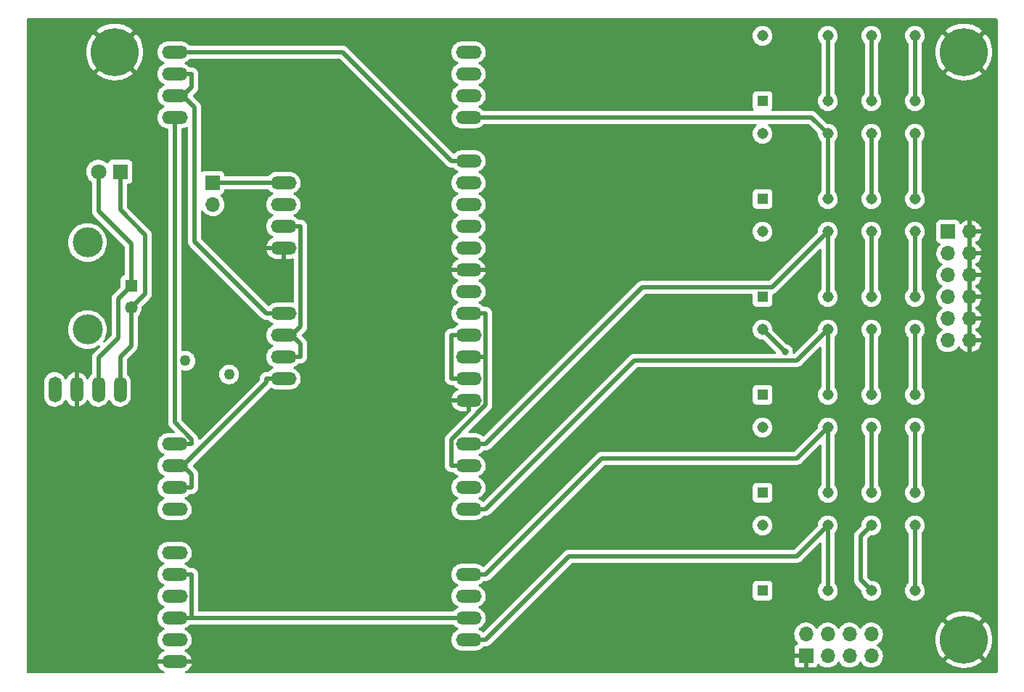
<source format=gtl>
G04 #@! TF.GenerationSoftware,KiCad,Pcbnew,6.0.9-8da3e8f707~116~ubuntu20.04.1*
G04 #@! TF.CreationDate,2023-03-27T15:32:41+02:00*
G04 #@! TF.ProjectId,six_to_six,7369785f-746f-45f7-9369-782e6b696361,rev?*
G04 #@! TF.SameCoordinates,Original*
G04 #@! TF.FileFunction,Copper,L1,Top*
G04 #@! TF.FilePolarity,Positive*
%FSLAX46Y46*%
G04 Gerber Fmt 4.6, Leading zero omitted, Abs format (unit mm)*
G04 Created by KiCad (PCBNEW 6.0.9-8da3e8f707~116~ubuntu20.04.1) date 2023-03-27 15:32:41*
%MOMM*%
%LPD*%
G01*
G04 APERTURE LIST*
G04 #@! TA.AperFunction,ComponentPad*
%ADD10O,1.500000X3.000000*%
G04 #@! TD*
G04 #@! TA.AperFunction,ComponentPad*
%ADD11R,1.700000X1.700000*%
G04 #@! TD*
G04 #@! TA.AperFunction,ComponentPad*
%ADD12O,1.700000X1.700000*%
G04 #@! TD*
G04 #@! TA.AperFunction,ComponentPad*
%ADD13R,1.308000X1.308000*%
G04 #@! TD*
G04 #@! TA.AperFunction,ComponentPad*
%ADD14C,1.308000*%
G04 #@! TD*
G04 #@! TA.AperFunction,ComponentPad*
%ADD15O,3.000000X1.500000*%
G04 #@! TD*
G04 #@! TA.AperFunction,ComponentPad*
%ADD16C,5.600000*%
G04 #@! TD*
G04 #@! TA.AperFunction,ComponentPad*
%ADD17R,1.800000X1.800000*%
G04 #@! TD*
G04 #@! TA.AperFunction,ComponentPad*
%ADD18C,1.800000*%
G04 #@! TD*
G04 #@! TA.AperFunction,ComponentPad*
%ADD19C,3.500000*%
G04 #@! TD*
G04 #@! TA.AperFunction,ComponentPad*
%ADD20R,1.478000X1.478000*%
G04 #@! TD*
G04 #@! TA.AperFunction,ComponentPad*
%ADD21C,1.478000*%
G04 #@! TD*
G04 #@! TA.AperFunction,ComponentPad*
%ADD22C,1.270000*%
G04 #@! TD*
G04 #@! TA.AperFunction,ViaPad*
%ADD23C,0.800000*%
G04 #@! TD*
G04 #@! TA.AperFunction,Conductor*
%ADD24C,0.500000*%
G04 #@! TD*
G04 #@! TA.AperFunction,Conductor*
%ADD25C,0.350000*%
G04 #@! TD*
G04 APERTURE END LIST*
D10*
X652780000Y-203200000D03*
X647700000Y-203200000D03*
X650240000Y-203200000D03*
X645160000Y-203200000D03*
D11*
X732790000Y-234315000D03*
D12*
X732790000Y-231775000D03*
X735330000Y-234315000D03*
X735330000Y-231775000D03*
X737870000Y-234315000D03*
X737870000Y-231775000D03*
X740410000Y-234315000D03*
X740410000Y-231775000D03*
D13*
X727710000Y-203835000D03*
D14*
X735330000Y-203835000D03*
X740410000Y-203835000D03*
X745490000Y-203835000D03*
X745490000Y-196215000D03*
X740410000Y-196215000D03*
X735330000Y-196215000D03*
X727710000Y-196215000D03*
D15*
X659130000Y-163830000D03*
X659130000Y-168910000D03*
X659130000Y-166370000D03*
X659130000Y-171450000D03*
D13*
X727710000Y-192405000D03*
D14*
X735330000Y-192405000D03*
X740410000Y-192405000D03*
X745490000Y-192405000D03*
X745490000Y-184785000D03*
X740410000Y-184785000D03*
X735330000Y-184785000D03*
X727710000Y-184785000D03*
D15*
X659130000Y-209550000D03*
X659130000Y-214630000D03*
X659130000Y-212090000D03*
X659130000Y-217170000D03*
D16*
X751205000Y-163830000D03*
D15*
X693420000Y-163830000D03*
X693420000Y-168910000D03*
X693420000Y-166370000D03*
X693420000Y-171450000D03*
D13*
X727710000Y-169545000D03*
D14*
X735330000Y-169545000D03*
X740410000Y-169545000D03*
X745490000Y-169545000D03*
X745490000Y-161925000D03*
X740410000Y-161925000D03*
X735330000Y-161925000D03*
X727710000Y-161925000D03*
D16*
X652145000Y-163830000D03*
D15*
X693420000Y-191770000D03*
X693420000Y-199390000D03*
X693420000Y-194310000D03*
X693420000Y-201930000D03*
X693420000Y-196850000D03*
X693420000Y-204470000D03*
X693420000Y-209550000D03*
X693420000Y-214630000D03*
X693420000Y-212090000D03*
X693420000Y-217170000D03*
D13*
X727710000Y-180975000D03*
D14*
X735330000Y-180975000D03*
X740410000Y-180975000D03*
X745490000Y-180975000D03*
X745490000Y-173355000D03*
X740410000Y-173355000D03*
X735330000Y-173355000D03*
X727710000Y-173355000D03*
D11*
X749365000Y-184785000D03*
D12*
X751905000Y-184785000D03*
X749365000Y-187325000D03*
X751905000Y-187325000D03*
X749365000Y-189865000D03*
X751905000Y-189865000D03*
X749365000Y-192405000D03*
X751905000Y-192405000D03*
X749365000Y-194945000D03*
X751905000Y-194945000D03*
X749365000Y-197485000D03*
X751905000Y-197485000D03*
D15*
X671830000Y-179070000D03*
X671830000Y-184150000D03*
X671830000Y-181610000D03*
X671830000Y-186690000D03*
D17*
X652780000Y-177800000D03*
D18*
X650240000Y-177800000D03*
D13*
X727710000Y-215265000D03*
D14*
X735330000Y-215265000D03*
X740410000Y-215265000D03*
X745490000Y-215265000D03*
X745490000Y-207645000D03*
X740410000Y-207645000D03*
X735330000Y-207645000D03*
X727710000Y-207645000D03*
D19*
X648970000Y-196215000D03*
X648970000Y-186055000D03*
D20*
X654050000Y-191135000D03*
D21*
X654050000Y-193675000D03*
D16*
X751205000Y-232410000D03*
D11*
X663575000Y-179070000D03*
D12*
X663575000Y-181610000D03*
D22*
X660390000Y-199860000D03*
X665490000Y-201460000D03*
D13*
X727710000Y-226695000D03*
D14*
X735330000Y-226695000D03*
X740410000Y-226695000D03*
X745490000Y-226695000D03*
X745490000Y-219075000D03*
X740410000Y-219075000D03*
X735330000Y-219075000D03*
X727710000Y-219075000D03*
D15*
X659130000Y-222250000D03*
X659130000Y-229870000D03*
X659130000Y-224790000D03*
X659130000Y-232410000D03*
X659130000Y-227330000D03*
X659130000Y-234950000D03*
X693420000Y-224790000D03*
X693420000Y-229870000D03*
X693420000Y-227330000D03*
X693420000Y-232410000D03*
X693420000Y-176530000D03*
X693420000Y-184150000D03*
X693420000Y-179070000D03*
X693420000Y-186690000D03*
X693420000Y-181610000D03*
X693420000Y-189230000D03*
X671830000Y-194310000D03*
X671830000Y-199390000D03*
X671830000Y-196850000D03*
X671830000Y-201930000D03*
D23*
X669036000Y-186690000D03*
X647700000Y-205994000D03*
X738505000Y-200025000D03*
X731139000Y-190881000D03*
X739013000Y-211201000D03*
X738505000Y-165735000D03*
X731139000Y-179578000D03*
X730631000Y-163449000D03*
X738505000Y-188595000D03*
X738505000Y-177055000D03*
X731012000Y-225171000D03*
X730631000Y-186309000D03*
X730885000Y-202311000D03*
X729996000Y-175260000D03*
X685673000Y-168910000D03*
X727964000Y-235458000D03*
X685419000Y-214630000D03*
X731012000Y-168021000D03*
X730657000Y-194665000D03*
X676910000Y-188087000D03*
X687302000Y-226590000D03*
X687324000Y-231775000D03*
X663380000Y-195580000D03*
X730631000Y-220599000D03*
X730885000Y-213360000D03*
X730631000Y-208915000D03*
X740664000Y-225044000D03*
X730350000Y-198836000D03*
D24*
X652526000Y-197231000D02*
X652526000Y-192659000D01*
X650240000Y-203200000D02*
X650240000Y-199517000D01*
X650240000Y-199517000D02*
X652526000Y-197231000D01*
X654050000Y-193675000D02*
X654050000Y-198120000D01*
X652780000Y-203200000D02*
X652780000Y-199390000D01*
X652780000Y-199390000D02*
X654050000Y-198120000D01*
D25*
X748030000Y-229235000D02*
X751205000Y-232410000D01*
X732790000Y-234315000D02*
X730885000Y-234315000D01*
X731520000Y-229235000D02*
X748030000Y-229235000D01*
X730885000Y-234315000D02*
X730885000Y-229870000D01*
X730885000Y-229870000D02*
X731520000Y-229235000D01*
D24*
X695420000Y-205031000D02*
X695420000Y-199390000D01*
X693420000Y-199390000D02*
X695420000Y-199390000D01*
X691420000Y-209031000D02*
X695420000Y-205031000D01*
X693420000Y-194310000D02*
X695420000Y-194310000D01*
X691420000Y-212090000D02*
X691420000Y-209031000D01*
X693420000Y-212090000D02*
X691420000Y-212090000D01*
X695420000Y-194310000D02*
X695420000Y-199390000D01*
X663575000Y-179070000D02*
X671830000Y-179070000D01*
X654050000Y-186182000D02*
X650240000Y-182372000D01*
X654050000Y-191135000D02*
X654050000Y-186182000D01*
X652526000Y-192659000D02*
X654050000Y-191135000D01*
X650240000Y-182372000D02*
X650240000Y-177800000D01*
X654050000Y-193675000D02*
X655701000Y-192024000D01*
X655701000Y-185166000D02*
X652780000Y-182245000D01*
X652780000Y-182245000D02*
X652780000Y-177800000D01*
X655701000Y-192024000D02*
X655701000Y-185166000D01*
X740410000Y-161925000D02*
X740410000Y-169545000D01*
X740410000Y-173355000D02*
X740410000Y-180975000D01*
X740410000Y-184785000D02*
X740410000Y-192405000D01*
X740410000Y-196215000D02*
X740410000Y-203835000D01*
X740410000Y-207645000D02*
X740410000Y-215265000D01*
X739140000Y-225425000D02*
X740410000Y-226695000D01*
X739140000Y-220345000D02*
X739140000Y-225425000D01*
X740410000Y-219075000D02*
X739140000Y-220345000D01*
X745490000Y-161925000D02*
X745490000Y-169545000D01*
X745490000Y-173355000D02*
X745490000Y-180975000D01*
X745490000Y-184785000D02*
X745490000Y-192405000D01*
X745490000Y-196215000D02*
X745490000Y-203835000D01*
X671830000Y-199390000D02*
X673830000Y-199390000D01*
X673830000Y-195850000D02*
X672830000Y-196850000D01*
X672830000Y-196850000D02*
X673830000Y-197850000D01*
X671830000Y-184150000D02*
X673830000Y-184150000D01*
X673830000Y-197850000D02*
X673830000Y-199390000D01*
X673830000Y-184150000D02*
X673830000Y-195850000D01*
X671830000Y-196850000D02*
X672830000Y-196850000D01*
X693420000Y-229870000D02*
X661130000Y-229870000D01*
X661130000Y-229870000D02*
X659130000Y-229870000D01*
X661130000Y-229870000D02*
X661130000Y-224790000D01*
X659130000Y-224790000D02*
X661130000Y-224790000D01*
X730350000Y-198836000D02*
X730331000Y-198836000D01*
X730331000Y-198836000D02*
X727710000Y-196215000D01*
X745490000Y-207645000D02*
X745490000Y-215265000D01*
X745490000Y-219075000D02*
X745490000Y-226695000D01*
X735330000Y-161925000D02*
X735330000Y-169545000D01*
X693420000Y-171450000D02*
X733425000Y-171450000D01*
X735330000Y-173355000D02*
X735330000Y-180975000D01*
X733425000Y-171450000D02*
X735330000Y-173355000D01*
X713671000Y-191299000D02*
X728816000Y-191299000D01*
X695420000Y-209550000D02*
X713671000Y-191299000D01*
X735330000Y-184785000D02*
X735330000Y-192405000D01*
X693420000Y-209550000D02*
X695420000Y-209550000D01*
X728816000Y-191299000D02*
X735330000Y-184785000D01*
X731741000Y-199804000D02*
X735330000Y-196215000D01*
X695420000Y-217170000D02*
X712786000Y-199804000D01*
X693420000Y-217170000D02*
X695420000Y-217170000D01*
X735330000Y-196215000D02*
X735330000Y-203835000D01*
X712786000Y-199804000D02*
X731741000Y-199804000D01*
X695420000Y-224790000D02*
X708976000Y-211234000D01*
X708976000Y-211234000D02*
X731741000Y-211234000D01*
X693420000Y-224790000D02*
X695420000Y-224790000D01*
X735330000Y-207645000D02*
X735330000Y-215265000D01*
X731741000Y-211234000D02*
X735330000Y-207645000D01*
X693420000Y-232410000D02*
X695420000Y-232410000D01*
X705166000Y-222664000D02*
X731741000Y-222664000D01*
X735330000Y-219075000D02*
X735330000Y-226695000D01*
X695420000Y-232410000D02*
X705166000Y-222664000D01*
X731741000Y-222664000D02*
X735330000Y-219075000D01*
X659130000Y-168910000D02*
X660130000Y-168910000D01*
X659130000Y-166370000D02*
X661130000Y-166370000D01*
X660130000Y-168910000D02*
X661130000Y-167910000D01*
X671830000Y-194310000D02*
X669830000Y-194310000D01*
X669830000Y-194310000D02*
X661468000Y-185948000D01*
X661468000Y-170248000D02*
X660130000Y-168910000D01*
X661468000Y-185948000D02*
X661468000Y-170248000D01*
X661130000Y-167910000D02*
X661130000Y-166370000D01*
X669830000Y-202390000D02*
X660130000Y-212090000D01*
X660130000Y-212090000D02*
X661130000Y-213090000D01*
X659130000Y-212090000D02*
X660130000Y-212090000D01*
X661130000Y-213090000D02*
X661130000Y-214630000D01*
X669830000Y-201930000D02*
X669830000Y-202390000D01*
X659130000Y-214630000D02*
X661130000Y-214630000D01*
X671830000Y-201930000D02*
X669830000Y-201930000D01*
X693420000Y-176530000D02*
X691420000Y-176530000D01*
X659130000Y-163830000D02*
X678720000Y-163830000D01*
X678720000Y-163830000D02*
X691420000Y-176530000D01*
X659130000Y-207033000D02*
X659130000Y-171450000D01*
X661130000Y-209033000D02*
X659130000Y-207033000D01*
X661130000Y-209550000D02*
X661130000Y-209033000D01*
X659130000Y-209550000D02*
X661130000Y-209550000D01*
X693420000Y-201930000D02*
X691420000Y-201930000D01*
X693420000Y-196850000D02*
X691420000Y-196850000D01*
X691420000Y-196850000D02*
X691420000Y-201930000D01*
G04 #@! TA.AperFunction,Conductor*
G36*
X754985018Y-159895000D02*
G01*
X754999853Y-159897310D01*
X754999855Y-159897310D01*
X755008724Y-159898691D01*
X755014508Y-159897935D01*
X755080868Y-159918307D01*
X755126700Y-159972528D01*
X755135165Y-160013873D01*
X755136309Y-160013723D01*
X755136309Y-160013724D01*
X755136329Y-160013873D01*
X755140436Y-160045283D01*
X755141500Y-160061621D01*
X755141500Y-236170633D01*
X755140000Y-236190018D01*
X755136309Y-236213724D01*
X755137065Y-236219508D01*
X755116693Y-236285868D01*
X755062472Y-236331700D01*
X755021127Y-236340165D01*
X755021277Y-236341309D01*
X755021276Y-236341309D01*
X754989714Y-236345436D01*
X754973379Y-236346500D01*
X660431323Y-236346500D01*
X660363202Y-236326498D01*
X660316709Y-236272842D01*
X660306605Y-236202568D01*
X660336099Y-236137988D01*
X660377078Y-236106774D01*
X660517903Y-236039603D01*
X660527516Y-236033918D01*
X660700767Y-235909425D01*
X660709233Y-235902117D01*
X660857692Y-235748918D01*
X660864735Y-235740221D01*
X660983719Y-235563156D01*
X660989105Y-235553358D01*
X661074857Y-235358010D01*
X661078422Y-235347418D01*
X661108624Y-235221616D01*
X661108026Y-235209669D01*
X731432001Y-235209669D01*
X731432371Y-235216490D01*
X731437895Y-235267352D01*
X731441521Y-235282604D01*
X731486676Y-235403054D01*
X731495214Y-235418649D01*
X731571715Y-235520724D01*
X731584276Y-235533285D01*
X731686351Y-235609786D01*
X731701946Y-235618324D01*
X731822394Y-235663478D01*
X731837649Y-235667105D01*
X731888514Y-235672631D01*
X731895328Y-235673000D01*
X732517885Y-235673000D01*
X732533124Y-235668525D01*
X732534329Y-235667135D01*
X732536000Y-235659452D01*
X732536000Y-234587115D01*
X732531525Y-234571876D01*
X732530135Y-234570671D01*
X732522452Y-234569000D01*
X731450116Y-234569000D01*
X731434877Y-234573475D01*
X731433672Y-234574865D01*
X731432001Y-234582548D01*
X731432001Y-235209669D01*
X661108026Y-235209669D01*
X661107919Y-235207530D01*
X661099040Y-235204000D01*
X657161589Y-235204000D01*
X657147607Y-235208105D01*
X657146114Y-235217728D01*
X657146166Y-235217973D01*
X657208898Y-235421883D01*
X657213119Y-235432229D01*
X657310971Y-235621814D01*
X657316957Y-235631245D01*
X657446832Y-235800501D01*
X657454393Y-235808724D01*
X657612194Y-235952312D01*
X657621094Y-235959067D01*
X657801815Y-236072434D01*
X657811781Y-236077511D01*
X657876661Y-236103593D01*
X657932406Y-236147559D01*
X657955531Y-236214684D01*
X657938694Y-236283656D01*
X657887242Y-236332576D01*
X657829665Y-236346500D01*
X642034367Y-236346500D01*
X642014982Y-236345000D01*
X642000148Y-236342690D01*
X642000145Y-236342690D01*
X641991276Y-236341309D01*
X641986065Y-236341990D01*
X641919984Y-236321706D01*
X641874150Y-236267486D01*
X641863671Y-236224778D01*
X641863729Y-236220000D01*
X641859773Y-236192376D01*
X641858500Y-236174514D01*
X641858500Y-232449690D01*
X657117037Y-232449690D01*
X657144025Y-232672715D01*
X657210082Y-232887435D01*
X657212652Y-232892415D01*
X657212654Y-232892419D01*
X657298301Y-233058357D01*
X657313118Y-233087064D01*
X657449877Y-233265292D01*
X657616036Y-233416485D01*
X657620783Y-233419463D01*
X657620786Y-233419465D01*
X657749229Y-233500036D01*
X657806344Y-233535864D01*
X657874378Y-233563214D01*
X657930120Y-233607178D01*
X657953245Y-233674303D01*
X657936408Y-233743274D01*
X657881624Y-233793845D01*
X657742097Y-233860397D01*
X657732484Y-233866082D01*
X657559233Y-233990575D01*
X657550767Y-233997883D01*
X657402308Y-234151082D01*
X657395265Y-234159779D01*
X657276281Y-234336844D01*
X657270895Y-234346642D01*
X657185143Y-234541990D01*
X657181578Y-234552582D01*
X657151376Y-234678384D01*
X657152081Y-234692470D01*
X657160960Y-234696000D01*
X661098411Y-234696000D01*
X661112393Y-234691895D01*
X661113886Y-234682272D01*
X661113834Y-234682027D01*
X661051102Y-234478117D01*
X661046881Y-234467771D01*
X660949029Y-234278186D01*
X660943043Y-234268755D01*
X660813168Y-234099499D01*
X660805607Y-234091276D01*
X660647806Y-233947688D01*
X660638906Y-233940933D01*
X660458185Y-233827566D01*
X660448219Y-233822489D01*
X660385642Y-233797333D01*
X660329897Y-233753367D01*
X660306772Y-233686242D01*
X660323609Y-233617271D01*
X660378393Y-233566700D01*
X660385708Y-233563211D01*
X660523218Y-233497622D01*
X660705654Y-233366529D01*
X660840920Y-233226946D01*
X660858089Y-233209229D01*
X660858091Y-233209226D01*
X660861992Y-233205201D01*
X660987290Y-233018738D01*
X661077588Y-232813033D01*
X661083748Y-232787378D01*
X661128722Y-232600046D01*
X661128722Y-232600045D01*
X661130032Y-232594589D01*
X661139238Y-232434925D01*
X661142640Y-232375917D01*
X661142640Y-232375914D01*
X661142963Y-232370310D01*
X661115975Y-232147285D01*
X661049918Y-231932565D01*
X661002963Y-231841590D01*
X660949454Y-231737919D01*
X660949454Y-231737918D01*
X660946882Y-231732936D01*
X660810123Y-231554708D01*
X660643964Y-231403515D01*
X660639217Y-231400537D01*
X660639214Y-231400535D01*
X660458405Y-231287115D01*
X660453656Y-231284136D01*
X660386250Y-231257039D01*
X660330510Y-231213075D01*
X660307384Y-231145950D01*
X660324221Y-231076979D01*
X660379005Y-231026408D01*
X660523218Y-230957622D01*
X660705654Y-230826529D01*
X660860428Y-230666815D01*
X660922198Y-230631815D01*
X660950912Y-230628500D01*
X661102165Y-230628500D01*
X661109966Y-230628742D01*
X661171298Y-230632547D01*
X661184260Y-230630320D01*
X661205596Y-230628500D01*
X691603469Y-230628500D01*
X691671590Y-230648502D01*
X691703431Y-230677796D01*
X691736461Y-230720841D01*
X691736465Y-230720845D01*
X691739877Y-230725292D01*
X691906036Y-230876485D01*
X691910783Y-230879463D01*
X691910786Y-230879465D01*
X692091595Y-230992885D01*
X692096344Y-230995864D01*
X692163750Y-231022961D01*
X692219490Y-231066925D01*
X692242616Y-231134050D01*
X692225779Y-231203021D01*
X692170995Y-231253592D01*
X692026782Y-231322378D01*
X691844346Y-231453471D01*
X691840439Y-231457503D01*
X691753379Y-231547342D01*
X691688008Y-231614799D01*
X691562710Y-231801262D01*
X691472412Y-232006967D01*
X691471103Y-232012418D01*
X691471102Y-232012422D01*
X691440012Y-232141923D01*
X691419968Y-232225411D01*
X691416737Y-232281453D01*
X691409391Y-232408869D01*
X691407037Y-232449690D01*
X691434025Y-232672715D01*
X691500082Y-232887435D01*
X691502652Y-232892415D01*
X691502654Y-232892419D01*
X691588301Y-233058357D01*
X691603118Y-233087064D01*
X691739877Y-233265292D01*
X691906036Y-233416485D01*
X691910783Y-233419463D01*
X691910786Y-233419465D01*
X692039229Y-233500036D01*
X692096344Y-233535864D01*
X692304783Y-233619656D01*
X692524767Y-233665213D01*
X692529378Y-233665479D01*
X692529379Y-233665479D01*
X692579952Y-233668395D01*
X692579956Y-233668395D01*
X692581775Y-233668500D01*
X694226999Y-233668500D01*
X694229786Y-233668251D01*
X694229792Y-233668251D01*
X694299929Y-233661991D01*
X694393762Y-233653617D01*
X694399176Y-233652136D01*
X694399181Y-233652135D01*
X694545689Y-233612054D01*
X694610451Y-233594337D01*
X694615509Y-233591925D01*
X694615513Y-233591923D01*
X694733042Y-233535864D01*
X694813218Y-233497622D01*
X694995654Y-233366529D01*
X695150428Y-233206815D01*
X695212198Y-233171815D01*
X695240912Y-233168500D01*
X695352930Y-233168500D01*
X695371880Y-233169933D01*
X695386115Y-233172099D01*
X695386119Y-233172099D01*
X695393349Y-233173199D01*
X695400641Y-233172606D01*
X695400644Y-233172606D01*
X695446018Y-233168915D01*
X695456233Y-233168500D01*
X695464293Y-233168500D01*
X695477583Y-233166951D01*
X695492507Y-233165211D01*
X695496882Y-233164778D01*
X695562339Y-233159454D01*
X695562342Y-233159453D01*
X695569637Y-233158860D01*
X695576601Y-233156604D01*
X695582560Y-233155413D01*
X695588415Y-233154029D01*
X695595681Y-233153182D01*
X695664327Y-233128265D01*
X695668455Y-233126848D01*
X695730936Y-233106607D01*
X695730938Y-233106606D01*
X695737899Y-233104351D01*
X695744154Y-233100555D01*
X695749628Y-233098049D01*
X695755058Y-233095330D01*
X695761937Y-233092833D01*
X695775364Y-233084030D01*
X695822976Y-233052814D01*
X695826680Y-233050477D01*
X695889107Y-233012595D01*
X695897484Y-233005197D01*
X695897508Y-233005224D01*
X695900500Y-233002571D01*
X695903733Y-232999868D01*
X695909852Y-232995856D01*
X695963128Y-232939617D01*
X695965506Y-232937175D01*
X697160986Y-231741695D01*
X731427251Y-231741695D01*
X731427548Y-231746848D01*
X731427548Y-231746851D01*
X731433011Y-231841590D01*
X731440110Y-231964715D01*
X731441247Y-231969761D01*
X731441248Y-231969767D01*
X731448474Y-232001830D01*
X731489222Y-232182639D01*
X731573266Y-232389616D01*
X731624019Y-232472438D01*
X731687291Y-232575688D01*
X731689987Y-232580088D01*
X731836250Y-232748938D01*
X731840225Y-232752238D01*
X731840231Y-232752244D01*
X731845425Y-232756556D01*
X731885059Y-232815460D01*
X731886555Y-232886441D01*
X731849439Y-232946962D01*
X731809168Y-232971480D01*
X731701946Y-233011676D01*
X731686351Y-233020214D01*
X731584276Y-233096715D01*
X731571715Y-233109276D01*
X731495214Y-233211351D01*
X731486676Y-233226946D01*
X731441522Y-233347394D01*
X731437895Y-233362649D01*
X731432369Y-233413514D01*
X731432000Y-233420328D01*
X731432000Y-234042885D01*
X731436475Y-234058124D01*
X731437865Y-234059329D01*
X731445548Y-234061000D01*
X732918000Y-234061000D01*
X732986121Y-234081002D01*
X733032614Y-234134658D01*
X733044000Y-234187000D01*
X733044000Y-235654884D01*
X733048475Y-235670123D01*
X733049865Y-235671328D01*
X733057548Y-235672999D01*
X733684669Y-235672999D01*
X733691490Y-235672629D01*
X733742352Y-235667105D01*
X733757604Y-235663479D01*
X733878054Y-235618324D01*
X733893649Y-235609786D01*
X733995724Y-235533285D01*
X734008285Y-235520724D01*
X734084786Y-235418649D01*
X734093324Y-235403054D01*
X734134225Y-235293952D01*
X734176867Y-235237188D01*
X734243428Y-235212488D01*
X734312777Y-235227696D01*
X734347444Y-235255684D01*
X734372865Y-235285031D01*
X734372869Y-235285035D01*
X734376250Y-235288938D01*
X734548126Y-235431632D01*
X734741000Y-235544338D01*
X734949692Y-235624030D01*
X734954760Y-235625061D01*
X734954763Y-235625062D01*
X735062017Y-235646883D01*
X735168597Y-235668567D01*
X735173772Y-235668757D01*
X735173774Y-235668757D01*
X735386673Y-235676564D01*
X735386677Y-235676564D01*
X735391837Y-235676753D01*
X735396957Y-235676097D01*
X735396959Y-235676097D01*
X735608288Y-235649025D01*
X735608289Y-235649025D01*
X735613416Y-235648368D01*
X735618366Y-235646883D01*
X735822429Y-235585661D01*
X735822434Y-235585659D01*
X735827384Y-235584174D01*
X736027994Y-235485896D01*
X736209860Y-235356173D01*
X736368096Y-235198489D01*
X736406346Y-235145259D01*
X736498453Y-235017077D01*
X736499776Y-235018028D01*
X736546645Y-234974857D01*
X736616580Y-234962625D01*
X736682026Y-234990144D01*
X736709875Y-235021994D01*
X736769987Y-235120088D01*
X736916250Y-235288938D01*
X737088126Y-235431632D01*
X737281000Y-235544338D01*
X737489692Y-235624030D01*
X737494760Y-235625061D01*
X737494763Y-235625062D01*
X737602017Y-235646883D01*
X737708597Y-235668567D01*
X737713772Y-235668757D01*
X737713774Y-235668757D01*
X737926673Y-235676564D01*
X737926677Y-235676564D01*
X737931837Y-235676753D01*
X737936957Y-235676097D01*
X737936959Y-235676097D01*
X738148288Y-235649025D01*
X738148289Y-235649025D01*
X738153416Y-235648368D01*
X738158366Y-235646883D01*
X738362429Y-235585661D01*
X738362434Y-235585659D01*
X738367384Y-235584174D01*
X738567994Y-235485896D01*
X738749860Y-235356173D01*
X738908096Y-235198489D01*
X738946346Y-235145259D01*
X739038453Y-235017077D01*
X739039776Y-235018028D01*
X739086645Y-234974857D01*
X739156580Y-234962625D01*
X739222026Y-234990144D01*
X739249875Y-235021994D01*
X739309987Y-235120088D01*
X739456250Y-235288938D01*
X739628126Y-235431632D01*
X739821000Y-235544338D01*
X740029692Y-235624030D01*
X740034760Y-235625061D01*
X740034763Y-235625062D01*
X740142017Y-235646883D01*
X740248597Y-235668567D01*
X740253772Y-235668757D01*
X740253774Y-235668757D01*
X740466673Y-235676564D01*
X740466677Y-235676564D01*
X740471837Y-235676753D01*
X740476957Y-235676097D01*
X740476959Y-235676097D01*
X740688288Y-235649025D01*
X740688289Y-235649025D01*
X740693416Y-235648368D01*
X740698366Y-235646883D01*
X740902429Y-235585661D01*
X740902434Y-235585659D01*
X740907384Y-235584174D01*
X741107994Y-235485896D01*
X741289860Y-235356173D01*
X741448096Y-235198489D01*
X741486346Y-235145259D01*
X741575435Y-235021277D01*
X741578453Y-235017077D01*
X741599320Y-234974857D01*
X741623278Y-234926381D01*
X749054160Y-234926381D01*
X749054237Y-234927470D01*
X749056698Y-234931206D01*
X749330632Y-235141404D01*
X749336262Y-235145259D01*
X749636591Y-235327862D01*
X749642593Y-235331080D01*
X749960897Y-235480184D01*
X749967202Y-235482732D01*
X750299743Y-235596587D01*
X750306313Y-235598446D01*
X750649183Y-235675714D01*
X750655912Y-235676853D01*
X751005143Y-235716643D01*
X751011933Y-235717046D01*
X751363419Y-235718886D01*
X751370220Y-235718554D01*
X751719853Y-235682423D01*
X751726581Y-235681357D01*
X752070274Y-235607676D01*
X752076822Y-235605897D01*
X752410549Y-235495527D01*
X752416891Y-235493041D01*
X752736718Y-235347288D01*
X752742777Y-235344121D01*
X753044995Y-235164676D01*
X753050659Y-235160884D01*
X753331732Y-234949849D01*
X753336958Y-234945464D01*
X753346613Y-234936428D01*
X753354682Y-234922750D01*
X753354654Y-234922024D01*
X753349512Y-234913723D01*
X751217810Y-232782020D01*
X751203869Y-232774408D01*
X751202034Y-232774539D01*
X751195420Y-232778790D01*
X749061774Y-234912437D01*
X749054160Y-234926381D01*
X741623278Y-234926381D01*
X741675136Y-234821453D01*
X741675137Y-234821451D01*
X741677430Y-234816811D01*
X741718381Y-234682027D01*
X741740865Y-234608023D01*
X741740865Y-234608021D01*
X741742370Y-234603069D01*
X741771529Y-234381590D01*
X741773156Y-234315000D01*
X741754852Y-234092361D01*
X741700431Y-233875702D01*
X741611354Y-233670840D01*
X741500855Y-233500034D01*
X741492822Y-233487617D01*
X741492820Y-233487614D01*
X741490014Y-233483277D01*
X741339670Y-233318051D01*
X741335619Y-233314852D01*
X741335615Y-233314848D01*
X741168414Y-233182800D01*
X741168410Y-233182798D01*
X741164359Y-233179598D01*
X741123053Y-233156796D01*
X741073084Y-233106364D01*
X741058312Y-233036921D01*
X741083428Y-232970516D01*
X741110780Y-232943909D01*
X741154603Y-232912650D01*
X741289860Y-232816173D01*
X741314323Y-232791796D01*
X741433820Y-232672715D01*
X741448096Y-232658489D01*
X741507594Y-232575689D01*
X741575435Y-232481277D01*
X741578453Y-232477077D01*
X741591989Y-232449690D01*
X741615642Y-232401832D01*
X747892333Y-232401832D01*
X747910117Y-232752893D01*
X747910827Y-232759649D01*
X747966420Y-233106723D01*
X747967859Y-233113378D01*
X748060608Y-233452410D01*
X748062757Y-233458871D01*
X748191581Y-233785912D01*
X748194412Y-233792095D01*
X748357803Y-234103310D01*
X748361286Y-234109152D01*
X748557330Y-234400896D01*
X748561433Y-234406340D01*
X748681425Y-234548836D01*
X748694164Y-234557279D01*
X748704608Y-234551181D01*
X750832980Y-232422810D01*
X750839357Y-232411131D01*
X751569408Y-232411131D01*
X751569539Y-232412966D01*
X751573790Y-232419580D01*
X753704009Y-234549798D01*
X753717605Y-234557223D01*
X753727218Y-234550522D01*
X753827518Y-234433912D01*
X753831676Y-234428514D01*
X754030762Y-234138840D01*
X754034310Y-234133029D01*
X754200942Y-233823559D01*
X754203849Y-233817381D01*
X754336090Y-233491713D01*
X754338304Y-233485283D01*
X754434598Y-233147237D01*
X754436105Y-233140607D01*
X754495332Y-232794118D01*
X754496112Y-232787378D01*
X754517668Y-232434925D01*
X754517784Y-232431323D01*
X754517853Y-232411819D01*
X754517761Y-232408194D01*
X754498666Y-232055615D01*
X754497931Y-232048849D01*
X754441130Y-231701985D01*
X754439663Y-231695313D01*
X754345736Y-231356627D01*
X754343562Y-231350163D01*
X754213598Y-231023578D01*
X754210742Y-231017398D01*
X754046269Y-230706763D01*
X754042769Y-230700937D01*
X753845697Y-230409862D01*
X753841590Y-230404453D01*
X753728565Y-230271179D01*
X753715740Y-230262743D01*
X753705416Y-230268795D01*
X751577020Y-232397190D01*
X751569408Y-232411131D01*
X750839357Y-232411131D01*
X750840592Y-232408869D01*
X750840461Y-232407034D01*
X750836210Y-232400420D01*
X748705992Y-230270203D01*
X748692455Y-230262811D01*
X748682753Y-230269599D01*
X748575430Y-230395257D01*
X748571296Y-230400664D01*
X748373215Y-230691041D01*
X748369697Y-230696851D01*
X748204134Y-231006922D01*
X748201259Y-231013087D01*
X748070155Y-231339218D01*
X748067962Y-231345658D01*
X747972846Y-231684044D01*
X747971363Y-231690679D01*
X747913350Y-232037354D01*
X747912591Y-232044126D01*
X747892357Y-232395037D01*
X747892333Y-232401832D01*
X741615642Y-232401832D01*
X741675136Y-232281453D01*
X741675137Y-232281451D01*
X741677430Y-232276811D01*
X741742370Y-232063069D01*
X741771529Y-231841590D01*
X741772389Y-231806396D01*
X741773074Y-231778365D01*
X741773074Y-231778361D01*
X741773156Y-231775000D01*
X741754852Y-231552361D01*
X741700431Y-231335702D01*
X741611354Y-231130840D01*
X741500855Y-230960034D01*
X741492822Y-230947617D01*
X741492820Y-230947614D01*
X741490014Y-230943277D01*
X741339670Y-230778051D01*
X741335619Y-230774852D01*
X741335615Y-230774848D01*
X741168414Y-230642800D01*
X741168410Y-230642798D01*
X741164359Y-230639598D01*
X741144694Y-230628742D01*
X741112136Y-230610769D01*
X740968789Y-230531638D01*
X740963920Y-230529914D01*
X740963916Y-230529912D01*
X740763087Y-230458795D01*
X740763083Y-230458794D01*
X740758212Y-230457069D01*
X740753119Y-230456162D01*
X740753116Y-230456161D01*
X740543373Y-230418800D01*
X740543367Y-230418799D01*
X740538284Y-230417894D01*
X740464452Y-230416992D01*
X740320081Y-230415228D01*
X740320079Y-230415228D01*
X740314911Y-230415165D01*
X740094091Y-230448955D01*
X739881756Y-230518357D01*
X739683607Y-230621507D01*
X739679474Y-230624610D01*
X739679471Y-230624612D01*
X739590996Y-230691041D01*
X739504965Y-230755635D01*
X739501393Y-230759373D01*
X739393084Y-230872712D01*
X739350629Y-230917138D01*
X739243201Y-231074621D01*
X739188293Y-231119621D01*
X739117768Y-231127792D01*
X739054021Y-231096538D01*
X739033324Y-231072054D01*
X738952822Y-230947617D01*
X738952820Y-230947614D01*
X738950014Y-230943277D01*
X738799670Y-230778051D01*
X738795619Y-230774852D01*
X738795615Y-230774848D01*
X738628414Y-230642800D01*
X738628410Y-230642798D01*
X738624359Y-230639598D01*
X738604694Y-230628742D01*
X738572136Y-230610769D01*
X738428789Y-230531638D01*
X738423920Y-230529914D01*
X738423916Y-230529912D01*
X738223087Y-230458795D01*
X738223083Y-230458794D01*
X738218212Y-230457069D01*
X738213119Y-230456162D01*
X738213116Y-230456161D01*
X738003373Y-230418800D01*
X738003367Y-230418799D01*
X737998284Y-230417894D01*
X737924452Y-230416992D01*
X737780081Y-230415228D01*
X737780079Y-230415228D01*
X737774911Y-230415165D01*
X737554091Y-230448955D01*
X737341756Y-230518357D01*
X737143607Y-230621507D01*
X737139474Y-230624610D01*
X737139471Y-230624612D01*
X737050996Y-230691041D01*
X736964965Y-230755635D01*
X736961393Y-230759373D01*
X736853084Y-230872712D01*
X736810629Y-230917138D01*
X736703201Y-231074621D01*
X736648293Y-231119621D01*
X736577768Y-231127792D01*
X736514021Y-231096538D01*
X736493324Y-231072054D01*
X736412822Y-230947617D01*
X736412820Y-230947614D01*
X736410014Y-230943277D01*
X736259670Y-230778051D01*
X736255619Y-230774852D01*
X736255615Y-230774848D01*
X736088414Y-230642800D01*
X736088410Y-230642798D01*
X736084359Y-230639598D01*
X736064694Y-230628742D01*
X736032136Y-230610769D01*
X735888789Y-230531638D01*
X735883920Y-230529914D01*
X735883916Y-230529912D01*
X735683087Y-230458795D01*
X735683083Y-230458794D01*
X735678212Y-230457069D01*
X735673119Y-230456162D01*
X735673116Y-230456161D01*
X735463373Y-230418800D01*
X735463367Y-230418799D01*
X735458284Y-230417894D01*
X735384452Y-230416992D01*
X735240081Y-230415228D01*
X735240079Y-230415228D01*
X735234911Y-230415165D01*
X735014091Y-230448955D01*
X734801756Y-230518357D01*
X734603607Y-230621507D01*
X734599474Y-230624610D01*
X734599471Y-230624612D01*
X734510996Y-230691041D01*
X734424965Y-230755635D01*
X734421393Y-230759373D01*
X734313084Y-230872712D01*
X734270629Y-230917138D01*
X734163201Y-231074621D01*
X734108293Y-231119621D01*
X734037768Y-231127792D01*
X733974021Y-231096538D01*
X733953324Y-231072054D01*
X733872822Y-230947617D01*
X733872820Y-230947614D01*
X733870014Y-230943277D01*
X733719670Y-230778051D01*
X733715619Y-230774852D01*
X733715615Y-230774848D01*
X733548414Y-230642800D01*
X733548410Y-230642798D01*
X733544359Y-230639598D01*
X733524694Y-230628742D01*
X733492136Y-230610769D01*
X733348789Y-230531638D01*
X733343920Y-230529914D01*
X733343916Y-230529912D01*
X733143087Y-230458795D01*
X733143083Y-230458794D01*
X733138212Y-230457069D01*
X733133119Y-230456162D01*
X733133116Y-230456161D01*
X732923373Y-230418800D01*
X732923367Y-230418799D01*
X732918284Y-230417894D01*
X732844452Y-230416992D01*
X732700081Y-230415228D01*
X732700079Y-230415228D01*
X732694911Y-230415165D01*
X732474091Y-230448955D01*
X732261756Y-230518357D01*
X732063607Y-230621507D01*
X732059474Y-230624610D01*
X732059471Y-230624612D01*
X731970996Y-230691041D01*
X731884965Y-230755635D01*
X731881393Y-230759373D01*
X731773084Y-230872712D01*
X731730629Y-230917138D01*
X731727720Y-230921403D01*
X731727714Y-230921411D01*
X731658021Y-231023578D01*
X731604743Y-231101680D01*
X731580092Y-231154787D01*
X731532627Y-231257042D01*
X731510688Y-231304305D01*
X731450989Y-231519570D01*
X731427251Y-231741695D01*
X697160986Y-231741695D01*
X699005819Y-229896862D01*
X749054950Y-229896862D01*
X749054986Y-229897704D01*
X749060037Y-229905826D01*
X751192190Y-232037980D01*
X751206131Y-232045592D01*
X751207966Y-232045461D01*
X751214580Y-232041210D01*
X753347798Y-229907991D01*
X753355412Y-229894047D01*
X753355344Y-229893089D01*
X753350836Y-229886272D01*
X753349418Y-229885065D01*
X753069813Y-229672064D01*
X753064187Y-229668240D01*
X752763214Y-229486681D01*
X752757202Y-229483484D01*
X752438370Y-229335487D01*
X752432070Y-229332967D01*
X752099129Y-229220273D01*
X752092551Y-229218437D01*
X751749417Y-229142367D01*
X751742678Y-229141251D01*
X751393310Y-229102680D01*
X751386529Y-229102301D01*
X751035015Y-229101687D01*
X751028242Y-229102042D01*
X750678720Y-229139395D01*
X750672010Y-229140482D01*
X750328586Y-229215361D01*
X750322011Y-229217172D01*
X749988683Y-229328702D01*
X749982361Y-229331205D01*
X749663034Y-229478079D01*
X749656991Y-229481265D01*
X749355401Y-229661763D01*
X749349755Y-229665571D01*
X749069408Y-229877596D01*
X749064211Y-229881987D01*
X749062972Y-229883155D01*
X749054950Y-229896862D01*
X699005819Y-229896862D01*
X701505547Y-227397134D01*
X726547500Y-227397134D01*
X726554255Y-227459316D01*
X726605385Y-227595705D01*
X726692739Y-227712261D01*
X726809295Y-227799615D01*
X726945684Y-227850745D01*
X727007866Y-227857500D01*
X728412134Y-227857500D01*
X728474316Y-227850745D01*
X728610705Y-227799615D01*
X728727261Y-227712261D01*
X728814615Y-227595705D01*
X728865745Y-227459316D01*
X728872500Y-227397134D01*
X728872500Y-225992866D01*
X728865745Y-225930684D01*
X728814615Y-225794295D01*
X728727261Y-225677739D01*
X728610705Y-225590385D01*
X728474316Y-225539255D01*
X728412134Y-225532500D01*
X727007866Y-225532500D01*
X726945684Y-225539255D01*
X726809295Y-225590385D01*
X726692739Y-225677739D01*
X726605385Y-225794295D01*
X726554255Y-225930684D01*
X726547500Y-225992866D01*
X726547500Y-227397134D01*
X701505547Y-227397134D01*
X705443276Y-223459405D01*
X705505588Y-223425379D01*
X705532371Y-223422500D01*
X731673930Y-223422500D01*
X731692880Y-223423933D01*
X731707115Y-223426099D01*
X731707119Y-223426099D01*
X731714349Y-223427199D01*
X731721641Y-223426606D01*
X731721644Y-223426606D01*
X731767018Y-223422915D01*
X731777233Y-223422500D01*
X731785293Y-223422500D01*
X731798583Y-223420951D01*
X731813507Y-223419211D01*
X731817882Y-223418778D01*
X731883339Y-223413454D01*
X731883342Y-223413453D01*
X731890637Y-223412860D01*
X731897601Y-223410604D01*
X731903560Y-223409413D01*
X731909415Y-223408029D01*
X731916681Y-223407182D01*
X731985327Y-223382265D01*
X731989455Y-223380848D01*
X732051936Y-223360607D01*
X732051938Y-223360606D01*
X732058899Y-223358351D01*
X732065154Y-223354555D01*
X732070628Y-223352049D01*
X732076058Y-223349330D01*
X732082937Y-223346833D01*
X732143976Y-223306814D01*
X732147680Y-223304477D01*
X732210107Y-223266595D01*
X732218484Y-223259197D01*
X732218508Y-223259224D01*
X732221500Y-223256571D01*
X732224733Y-223253868D01*
X732230852Y-223249856D01*
X732284128Y-223193617D01*
X732286506Y-223191175D01*
X734356405Y-221121276D01*
X734418717Y-221087250D01*
X734489532Y-221092315D01*
X734546368Y-221134862D01*
X734571179Y-221201382D01*
X734571500Y-221210371D01*
X734571500Y-225756780D01*
X734551498Y-225824901D01*
X734528579Y-225851511D01*
X734483140Y-225891360D01*
X734479565Y-225895895D01*
X734479564Y-225895896D01*
X734474352Y-225902508D01*
X734350869Y-226059145D01*
X734348180Y-226064256D01*
X734348178Y-226064259D01*
X734317262Y-226123021D01*
X734251389Y-226248225D01*
X734249675Y-226253746D01*
X734249673Y-226253750D01*
X734211247Y-226377503D01*
X734188032Y-226452267D01*
X734162920Y-226664439D01*
X734176894Y-226877634D01*
X734229485Y-227084713D01*
X734318933Y-227278740D01*
X734442241Y-227453218D01*
X734446383Y-227457253D01*
X734506786Y-227516095D01*
X734595281Y-227602302D01*
X734772927Y-227721001D01*
X734778230Y-227723279D01*
X734778233Y-227723281D01*
X734963922Y-227803059D01*
X734969229Y-227805339D01*
X735070993Y-227828366D01*
X735171977Y-227851217D01*
X735171980Y-227851217D01*
X735177613Y-227852492D01*
X735183384Y-227852719D01*
X735183386Y-227852719D01*
X735248363Y-227855272D01*
X735391101Y-227860880D01*
X735496822Y-227845551D01*
X735596829Y-227831051D01*
X735596834Y-227831050D01*
X735602543Y-227830222D01*
X735608007Y-227828367D01*
X735608012Y-227828366D01*
X735799389Y-227763402D01*
X735804857Y-227761546D01*
X735991268Y-227657151D01*
X736155533Y-227520533D01*
X736292151Y-227356268D01*
X736396546Y-227169857D01*
X736431364Y-227067285D01*
X736463366Y-226973012D01*
X736463367Y-226973007D01*
X736465222Y-226967543D01*
X736470315Y-226932422D01*
X736495347Y-226759775D01*
X736495880Y-226756101D01*
X736497480Y-226695000D01*
X736477930Y-226482244D01*
X736471092Y-226457996D01*
X736421504Y-226282172D01*
X736421503Y-226282170D01*
X736419936Y-226276613D01*
X736408662Y-226253750D01*
X736327995Y-226090174D01*
X736325440Y-226084993D01*
X736306139Y-226059145D01*
X736201060Y-225918427D01*
X736201059Y-225918426D01*
X736197607Y-225913803D01*
X736171111Y-225889310D01*
X736152076Y-225871715D01*
X736128971Y-225850357D01*
X736092526Y-225789429D01*
X736088500Y-225757832D01*
X736088500Y-225398349D01*
X738376801Y-225398349D01*
X738377394Y-225405641D01*
X738377394Y-225405644D01*
X738381085Y-225451018D01*
X738381500Y-225461233D01*
X738381500Y-225469293D01*
X738381925Y-225472937D01*
X738384789Y-225497507D01*
X738385222Y-225501882D01*
X738389307Y-225552099D01*
X738391140Y-225574637D01*
X738393396Y-225581601D01*
X738394587Y-225587560D01*
X738395971Y-225593415D01*
X738396818Y-225600681D01*
X738421735Y-225669327D01*
X738423152Y-225673455D01*
X738445649Y-225742899D01*
X738449445Y-225749154D01*
X738451951Y-225754628D01*
X738454670Y-225760058D01*
X738457167Y-225766937D01*
X738461180Y-225773057D01*
X738461180Y-225773058D01*
X738497186Y-225827976D01*
X738499523Y-225831680D01*
X738537405Y-225894107D01*
X738541121Y-225898315D01*
X738541122Y-225898316D01*
X738544803Y-225902484D01*
X738544776Y-225902508D01*
X738547429Y-225905500D01*
X738550132Y-225908733D01*
X738554144Y-225914852D01*
X738583813Y-225942958D01*
X738610383Y-225968128D01*
X738612825Y-225970506D01*
X739206785Y-226564466D01*
X739240811Y-226626778D01*
X739243647Y-226656855D01*
X739243599Y-226658704D01*
X739242920Y-226664439D01*
X739256894Y-226877634D01*
X739309485Y-227084713D01*
X739398933Y-227278740D01*
X739522241Y-227453218D01*
X739526383Y-227457253D01*
X739586786Y-227516095D01*
X739675281Y-227602302D01*
X739852927Y-227721001D01*
X739858230Y-227723279D01*
X739858233Y-227723281D01*
X740043922Y-227803059D01*
X740049229Y-227805339D01*
X740150993Y-227828366D01*
X740251977Y-227851217D01*
X740251980Y-227851217D01*
X740257613Y-227852492D01*
X740263384Y-227852719D01*
X740263386Y-227852719D01*
X740328363Y-227855272D01*
X740471101Y-227860880D01*
X740576822Y-227845551D01*
X740676829Y-227831051D01*
X740676834Y-227831050D01*
X740682543Y-227830222D01*
X740688007Y-227828367D01*
X740688012Y-227828366D01*
X740879389Y-227763402D01*
X740884857Y-227761546D01*
X741071268Y-227657151D01*
X741235533Y-227520533D01*
X741372151Y-227356268D01*
X741476546Y-227169857D01*
X741511364Y-227067285D01*
X741543366Y-226973012D01*
X741543367Y-226973007D01*
X741545222Y-226967543D01*
X741550315Y-226932422D01*
X741575347Y-226759775D01*
X741575880Y-226756101D01*
X741577480Y-226695000D01*
X741574672Y-226664439D01*
X744322920Y-226664439D01*
X744336894Y-226877634D01*
X744389485Y-227084713D01*
X744478933Y-227278740D01*
X744602241Y-227453218D01*
X744606383Y-227457253D01*
X744666786Y-227516095D01*
X744755281Y-227602302D01*
X744932927Y-227721001D01*
X744938230Y-227723279D01*
X744938233Y-227723281D01*
X745123922Y-227803059D01*
X745129229Y-227805339D01*
X745230993Y-227828366D01*
X745331977Y-227851217D01*
X745331980Y-227851217D01*
X745337613Y-227852492D01*
X745343384Y-227852719D01*
X745343386Y-227852719D01*
X745408363Y-227855272D01*
X745551101Y-227860880D01*
X745656822Y-227845551D01*
X745756829Y-227831051D01*
X745756834Y-227831050D01*
X745762543Y-227830222D01*
X745768007Y-227828367D01*
X745768012Y-227828366D01*
X745959389Y-227763402D01*
X745964857Y-227761546D01*
X746151268Y-227657151D01*
X746315533Y-227520533D01*
X746452151Y-227356268D01*
X746556546Y-227169857D01*
X746591364Y-227067285D01*
X746623366Y-226973012D01*
X746623367Y-226973007D01*
X746625222Y-226967543D01*
X746630315Y-226932422D01*
X746655347Y-226759775D01*
X746655880Y-226756101D01*
X746657480Y-226695000D01*
X746637930Y-226482244D01*
X746631092Y-226457996D01*
X746581504Y-226282172D01*
X746581503Y-226282170D01*
X746579936Y-226276613D01*
X746568662Y-226253750D01*
X746487995Y-226090174D01*
X746485440Y-226084993D01*
X746466139Y-226059145D01*
X746361060Y-225918427D01*
X746361059Y-225918426D01*
X746357607Y-225913803D01*
X746331111Y-225889310D01*
X746312076Y-225871715D01*
X746288971Y-225850357D01*
X746252526Y-225789429D01*
X746248500Y-225757832D01*
X746248500Y-220015374D01*
X746268502Y-219947253D01*
X746293931Y-219918500D01*
X746311088Y-219904230D01*
X746311089Y-219904229D01*
X746315533Y-219900533D01*
X746452151Y-219736268D01*
X746556546Y-219549857D01*
X746625222Y-219347543D01*
X746638259Y-219257634D01*
X746650381Y-219174028D01*
X746655880Y-219136101D01*
X746657480Y-219075000D01*
X746637930Y-218862244D01*
X746631092Y-218837996D01*
X746581504Y-218662172D01*
X746581503Y-218662170D01*
X746579936Y-218656613D01*
X746568662Y-218633750D01*
X746487995Y-218470174D01*
X746485440Y-218464993D01*
X746466139Y-218439145D01*
X746361060Y-218298427D01*
X746361059Y-218298426D01*
X746357607Y-218293803D01*
X746353371Y-218289887D01*
X746204957Y-218152695D01*
X746204954Y-218152693D01*
X746200717Y-218148776D01*
X746020025Y-218034768D01*
X745821582Y-217955597D01*
X745815925Y-217954472D01*
X745815919Y-217954470D01*
X745617703Y-217915043D01*
X745617699Y-217915043D01*
X745612035Y-217913916D01*
X745606260Y-217913840D01*
X745606256Y-217913840D01*
X745498997Y-217912436D01*
X745398401Y-217911119D01*
X745392704Y-217912098D01*
X745392703Y-217912098D01*
X745193531Y-217946322D01*
X745187834Y-217947301D01*
X744987387Y-218021250D01*
X744982426Y-218024202D01*
X744982425Y-218024202D01*
X744808740Y-218127533D01*
X744808737Y-218127535D01*
X744803772Y-218130489D01*
X744799432Y-218134295D01*
X744799428Y-218134298D01*
X744662536Y-218254350D01*
X744643140Y-218271360D01*
X744510869Y-218439145D01*
X744508180Y-218444256D01*
X744508178Y-218444259D01*
X744494544Y-218470174D01*
X744411389Y-218628225D01*
X744409675Y-218633746D01*
X744409673Y-218633750D01*
X744404183Y-218651433D01*
X744348032Y-218832267D01*
X744322920Y-219044439D01*
X744336894Y-219257634D01*
X744389485Y-219464713D01*
X744478933Y-219658740D01*
X744482266Y-219663456D01*
X744597683Y-219826768D01*
X744602241Y-219833218D01*
X744606383Y-219837253D01*
X744693421Y-219922041D01*
X744728259Y-219983902D01*
X744731500Y-220012295D01*
X744731500Y-225756780D01*
X744711498Y-225824901D01*
X744688579Y-225851511D01*
X744643140Y-225891360D01*
X744639565Y-225895895D01*
X744639564Y-225895896D01*
X744634352Y-225902508D01*
X744510869Y-226059145D01*
X744508180Y-226064256D01*
X744508178Y-226064259D01*
X744477262Y-226123021D01*
X744411389Y-226248225D01*
X744409675Y-226253746D01*
X744409673Y-226253750D01*
X744371247Y-226377503D01*
X744348032Y-226452267D01*
X744322920Y-226664439D01*
X741574672Y-226664439D01*
X741557930Y-226482244D01*
X741551092Y-226457996D01*
X741501504Y-226282172D01*
X741501503Y-226282170D01*
X741499936Y-226276613D01*
X741488662Y-226253750D01*
X741407995Y-226090174D01*
X741405440Y-226084993D01*
X741386139Y-226059145D01*
X741281060Y-225918427D01*
X741281059Y-225918426D01*
X741277607Y-225913803D01*
X741265362Y-225902484D01*
X741124957Y-225772695D01*
X741124954Y-225772693D01*
X741120717Y-225768776D01*
X740940025Y-225654768D01*
X740741582Y-225575597D01*
X740735925Y-225574472D01*
X740735919Y-225574470D01*
X740537703Y-225535043D01*
X740537699Y-225535043D01*
X740532035Y-225533916D01*
X740526260Y-225533840D01*
X740526256Y-225533840D01*
X740443570Y-225532758D01*
X740370027Y-225531795D01*
X740302174Y-225510903D01*
X740282582Y-225494901D01*
X739935405Y-225147724D01*
X739901379Y-225085412D01*
X739898500Y-225058629D01*
X739898500Y-220711371D01*
X739918502Y-220643250D01*
X739935405Y-220622276D01*
X740283662Y-220274019D01*
X740345974Y-220239993D01*
X740377703Y-220237211D01*
X740426660Y-220239134D01*
X740471101Y-220240880D01*
X740576822Y-220225551D01*
X740676829Y-220211051D01*
X740676834Y-220211050D01*
X740682543Y-220210222D01*
X740688007Y-220208367D01*
X740688012Y-220208366D01*
X740879389Y-220143402D01*
X740884857Y-220141546D01*
X741071268Y-220037151D01*
X741235533Y-219900533D01*
X741372151Y-219736268D01*
X741476546Y-219549857D01*
X741545222Y-219347543D01*
X741558259Y-219257634D01*
X741570381Y-219174028D01*
X741575880Y-219136101D01*
X741577480Y-219075000D01*
X741557930Y-218862244D01*
X741551092Y-218837996D01*
X741501504Y-218662172D01*
X741501503Y-218662170D01*
X741499936Y-218656613D01*
X741488662Y-218633750D01*
X741407995Y-218470174D01*
X741405440Y-218464993D01*
X741386139Y-218439145D01*
X741281060Y-218298427D01*
X741281059Y-218298426D01*
X741277607Y-218293803D01*
X741273371Y-218289887D01*
X741124957Y-218152695D01*
X741124954Y-218152693D01*
X741120717Y-218148776D01*
X740940025Y-218034768D01*
X740741582Y-217955597D01*
X740735925Y-217954472D01*
X740735919Y-217954470D01*
X740537703Y-217915043D01*
X740537699Y-217915043D01*
X740532035Y-217913916D01*
X740526260Y-217913840D01*
X740526256Y-217913840D01*
X740418997Y-217912436D01*
X740318401Y-217911119D01*
X740312704Y-217912098D01*
X740312703Y-217912098D01*
X740113531Y-217946322D01*
X740107834Y-217947301D01*
X739907387Y-218021250D01*
X739902426Y-218024202D01*
X739902425Y-218024202D01*
X739728740Y-218127533D01*
X739728737Y-218127535D01*
X739723772Y-218130489D01*
X739719432Y-218134295D01*
X739719428Y-218134298D01*
X739582536Y-218254350D01*
X739563140Y-218271360D01*
X739430869Y-218439145D01*
X739428180Y-218444256D01*
X739428178Y-218444259D01*
X739414544Y-218470174D01*
X739331389Y-218628225D01*
X739329675Y-218633746D01*
X739329673Y-218633750D01*
X739324183Y-218651433D01*
X739268032Y-218832267D01*
X739242920Y-219044439D01*
X739243298Y-219050205D01*
X739246873Y-219104745D01*
X739231370Y-219174028D01*
X739210238Y-219202081D01*
X738651089Y-219761230D01*
X738636677Y-219773616D01*
X738625082Y-219782149D01*
X738625077Y-219782154D01*
X738619182Y-219786492D01*
X738614443Y-219792070D01*
X738614440Y-219792073D01*
X738584965Y-219826768D01*
X738578035Y-219834284D01*
X738572340Y-219839979D01*
X738570060Y-219842861D01*
X738554719Y-219862251D01*
X738551928Y-219865655D01*
X738519156Y-219904230D01*
X738504667Y-219921285D01*
X738501339Y-219927801D01*
X738497972Y-219932850D01*
X738494805Y-219937979D01*
X738490266Y-219943716D01*
X738459345Y-220009875D01*
X738457442Y-220013769D01*
X738424231Y-220078808D01*
X738422492Y-220085916D01*
X738420393Y-220091559D01*
X738418476Y-220097322D01*
X738415378Y-220103950D01*
X738413888Y-220111112D01*
X738413888Y-220111113D01*
X738400514Y-220175412D01*
X738399544Y-220179696D01*
X738382192Y-220250610D01*
X738381500Y-220261764D01*
X738381464Y-220261762D01*
X738381225Y-220265755D01*
X738380851Y-220269947D01*
X738379360Y-220277115D01*
X738379558Y-220284432D01*
X738381454Y-220354521D01*
X738381500Y-220357928D01*
X738381500Y-225357930D01*
X738380067Y-225376880D01*
X738378242Y-225388878D01*
X738376801Y-225398349D01*
X736088500Y-225398349D01*
X736088500Y-220015374D01*
X736108502Y-219947253D01*
X736133931Y-219918500D01*
X736151088Y-219904230D01*
X736151089Y-219904229D01*
X736155533Y-219900533D01*
X736292151Y-219736268D01*
X736396546Y-219549857D01*
X736465222Y-219347543D01*
X736478259Y-219257634D01*
X736490381Y-219174028D01*
X736495880Y-219136101D01*
X736497480Y-219075000D01*
X736477930Y-218862244D01*
X736471092Y-218837996D01*
X736421504Y-218662172D01*
X736421503Y-218662170D01*
X736419936Y-218656613D01*
X736408662Y-218633750D01*
X736327995Y-218470174D01*
X736325440Y-218464993D01*
X736306139Y-218439145D01*
X736201060Y-218298427D01*
X736201059Y-218298426D01*
X736197607Y-218293803D01*
X736193371Y-218289887D01*
X736044957Y-218152695D01*
X736044954Y-218152693D01*
X736040717Y-218148776D01*
X735860025Y-218034768D01*
X735661582Y-217955597D01*
X735655925Y-217954472D01*
X735655919Y-217954470D01*
X735457703Y-217915043D01*
X735457699Y-217915043D01*
X735452035Y-217913916D01*
X735446260Y-217913840D01*
X735446256Y-217913840D01*
X735338997Y-217912436D01*
X735238401Y-217911119D01*
X735232704Y-217912098D01*
X735232703Y-217912098D01*
X735033531Y-217946322D01*
X735027834Y-217947301D01*
X734827387Y-218021250D01*
X734822426Y-218024202D01*
X734822425Y-218024202D01*
X734648740Y-218127533D01*
X734648737Y-218127535D01*
X734643772Y-218130489D01*
X734639432Y-218134295D01*
X734639428Y-218134298D01*
X734502536Y-218254350D01*
X734483140Y-218271360D01*
X734350869Y-218439145D01*
X734348180Y-218444256D01*
X734348178Y-218444259D01*
X734334544Y-218470174D01*
X734251389Y-218628225D01*
X734249675Y-218633746D01*
X734249673Y-218633750D01*
X734244183Y-218651433D01*
X734188032Y-218832267D01*
X734162920Y-219044439D01*
X734163298Y-219050205D01*
X734166873Y-219104745D01*
X734151370Y-219174028D01*
X734130238Y-219202081D01*
X731463724Y-221868595D01*
X731401412Y-221902621D01*
X731374629Y-221905500D01*
X705233063Y-221905500D01*
X705214114Y-221904067D01*
X705213907Y-221904036D01*
X705192651Y-221900802D01*
X705185359Y-221901395D01*
X705185356Y-221901395D01*
X705139991Y-221905085D01*
X705129777Y-221905500D01*
X705121707Y-221905500D01*
X705118087Y-221905922D01*
X705118069Y-221905923D01*
X705093461Y-221908792D01*
X705089100Y-221909224D01*
X705063981Y-221911267D01*
X705023661Y-221914546D01*
X705023658Y-221914547D01*
X705016363Y-221915140D01*
X705009399Y-221917396D01*
X705003440Y-221918587D01*
X704997585Y-221919971D01*
X704990319Y-221920818D01*
X704921673Y-221945735D01*
X704917545Y-221947152D01*
X704855064Y-221967393D01*
X704855062Y-221967394D01*
X704848101Y-221969649D01*
X704841846Y-221973445D01*
X704836372Y-221975951D01*
X704830942Y-221978670D01*
X704824063Y-221981167D01*
X704763016Y-222021191D01*
X704759327Y-222023518D01*
X704739135Y-222035771D01*
X704701693Y-222058491D01*
X704701688Y-222058495D01*
X704696892Y-222061405D01*
X704688516Y-222068803D01*
X704688493Y-222068777D01*
X704685503Y-222071426D01*
X704682264Y-222074134D01*
X704676148Y-222078144D01*
X704671121Y-222083451D01*
X704671117Y-222083454D01*
X704622872Y-222134383D01*
X704620494Y-222136825D01*
X695238777Y-231518542D01*
X695176465Y-231552568D01*
X695105650Y-231547503D01*
X695064883Y-231522641D01*
X694938116Y-231407292D01*
X694938109Y-231407287D01*
X694933964Y-231403515D01*
X694929217Y-231400537D01*
X694929214Y-231400535D01*
X694748405Y-231287115D01*
X694743656Y-231284136D01*
X694676250Y-231257039D01*
X694620510Y-231213075D01*
X694597384Y-231145950D01*
X694614221Y-231076979D01*
X694669005Y-231026408D01*
X694813218Y-230957622D01*
X694995654Y-230826529D01*
X695111716Y-230706763D01*
X695148089Y-230669229D01*
X695148091Y-230669226D01*
X695151992Y-230665201D01*
X695277290Y-230478738D01*
X695367588Y-230273033D01*
X695370059Y-230262743D01*
X695418722Y-230060046D01*
X695418722Y-230060045D01*
X695420032Y-230054589D01*
X695429288Y-229894047D01*
X695432640Y-229835917D01*
X695432640Y-229835914D01*
X695432963Y-229830310D01*
X695405975Y-229607285D01*
X695339918Y-229392565D01*
X695309158Y-229332967D01*
X695239454Y-229197919D01*
X695239454Y-229197918D01*
X695236882Y-229192936D01*
X695100123Y-229014708D01*
X694933964Y-228863515D01*
X694929217Y-228860537D01*
X694929214Y-228860535D01*
X694748405Y-228747115D01*
X694743656Y-228744136D01*
X694676250Y-228717039D01*
X694620510Y-228673075D01*
X694597384Y-228605950D01*
X694614221Y-228536979D01*
X694669005Y-228486408D01*
X694728664Y-228457952D01*
X694813218Y-228417622D01*
X694995654Y-228286529D01*
X695151992Y-228125201D01*
X695277290Y-227938738D01*
X695367588Y-227733033D01*
X695369930Y-227723281D01*
X695418722Y-227520046D01*
X695418722Y-227520045D01*
X695420032Y-227514589D01*
X695429160Y-227356268D01*
X695432640Y-227295917D01*
X695432640Y-227295914D01*
X695432963Y-227290310D01*
X695405975Y-227067285D01*
X695339918Y-226852565D01*
X695290130Y-226756101D01*
X695239454Y-226657919D01*
X695239454Y-226657918D01*
X695236882Y-226652936D01*
X695100123Y-226474708D01*
X694933964Y-226323515D01*
X694929217Y-226320537D01*
X694929214Y-226320535D01*
X694748405Y-226207115D01*
X694743656Y-226204136D01*
X694676250Y-226177039D01*
X694620510Y-226133075D01*
X694597384Y-226065950D01*
X694614221Y-225996979D01*
X694669005Y-225946408D01*
X694676238Y-225942958D01*
X694813218Y-225877622D01*
X694995654Y-225746529D01*
X695150428Y-225586815D01*
X695212198Y-225551815D01*
X695240912Y-225548500D01*
X695352930Y-225548500D01*
X695371880Y-225549933D01*
X695386115Y-225552099D01*
X695386119Y-225552099D01*
X695393349Y-225553199D01*
X695400641Y-225552606D01*
X695400644Y-225552606D01*
X695446018Y-225548915D01*
X695456233Y-225548500D01*
X695464293Y-225548500D01*
X695477583Y-225546951D01*
X695492507Y-225545211D01*
X695496882Y-225544778D01*
X695562339Y-225539454D01*
X695562342Y-225539453D01*
X695569637Y-225538860D01*
X695576601Y-225536604D01*
X695582560Y-225535413D01*
X695588415Y-225534029D01*
X695595681Y-225533182D01*
X695664327Y-225508265D01*
X695668455Y-225506848D01*
X695730936Y-225486607D01*
X695730938Y-225486606D01*
X695737899Y-225484351D01*
X695744154Y-225480555D01*
X695749628Y-225478049D01*
X695755058Y-225475330D01*
X695761937Y-225472833D01*
X695770736Y-225467064D01*
X695822976Y-225432814D01*
X695826680Y-225430477D01*
X695889107Y-225392595D01*
X695897484Y-225385197D01*
X695897508Y-225385224D01*
X695900500Y-225382571D01*
X695903733Y-225379868D01*
X695909852Y-225375856D01*
X695963128Y-225319617D01*
X695965506Y-225317175D01*
X702238242Y-219044439D01*
X726542920Y-219044439D01*
X726556894Y-219257634D01*
X726609485Y-219464713D01*
X726698933Y-219658740D01*
X726702266Y-219663456D01*
X726817683Y-219826768D01*
X726822241Y-219833218D01*
X726826383Y-219837253D01*
X726829181Y-219839979D01*
X726975281Y-219982302D01*
X727152927Y-220101001D01*
X727158230Y-220103279D01*
X727158233Y-220103281D01*
X727326123Y-220175412D01*
X727349229Y-220185339D01*
X727450993Y-220208366D01*
X727551977Y-220231217D01*
X727551980Y-220231217D01*
X727557613Y-220232492D01*
X727563384Y-220232719D01*
X727563386Y-220232719D01*
X727628363Y-220235272D01*
X727771101Y-220240880D01*
X727876822Y-220225551D01*
X727976829Y-220211051D01*
X727976834Y-220211050D01*
X727982543Y-220210222D01*
X727988007Y-220208367D01*
X727988012Y-220208366D01*
X728179389Y-220143402D01*
X728184857Y-220141546D01*
X728371268Y-220037151D01*
X728535533Y-219900533D01*
X728672151Y-219736268D01*
X728776546Y-219549857D01*
X728845222Y-219347543D01*
X728858259Y-219257634D01*
X728870381Y-219174028D01*
X728875880Y-219136101D01*
X728877480Y-219075000D01*
X728857930Y-218862244D01*
X728851092Y-218837996D01*
X728801504Y-218662172D01*
X728801503Y-218662170D01*
X728799936Y-218656613D01*
X728788662Y-218633750D01*
X728707995Y-218470174D01*
X728705440Y-218464993D01*
X728686139Y-218439145D01*
X728581060Y-218298427D01*
X728581059Y-218298426D01*
X728577607Y-218293803D01*
X728573371Y-218289887D01*
X728424957Y-218152695D01*
X728424954Y-218152693D01*
X728420717Y-218148776D01*
X728240025Y-218034768D01*
X728041582Y-217955597D01*
X728035925Y-217954472D01*
X728035919Y-217954470D01*
X727837703Y-217915043D01*
X727837699Y-217915043D01*
X727832035Y-217913916D01*
X727826260Y-217913840D01*
X727826256Y-217913840D01*
X727718997Y-217912436D01*
X727618401Y-217911119D01*
X727612704Y-217912098D01*
X727612703Y-217912098D01*
X727413531Y-217946322D01*
X727407834Y-217947301D01*
X727207387Y-218021250D01*
X727202426Y-218024202D01*
X727202425Y-218024202D01*
X727028740Y-218127533D01*
X727028737Y-218127535D01*
X727023772Y-218130489D01*
X727019432Y-218134295D01*
X727019428Y-218134298D01*
X726882536Y-218254350D01*
X726863140Y-218271360D01*
X726730869Y-218439145D01*
X726728180Y-218444256D01*
X726728178Y-218444259D01*
X726714544Y-218470174D01*
X726631389Y-218628225D01*
X726629675Y-218633746D01*
X726629673Y-218633750D01*
X726624183Y-218651433D01*
X726568032Y-218832267D01*
X726542920Y-219044439D01*
X702238242Y-219044439D01*
X705315547Y-215967134D01*
X726547500Y-215967134D01*
X726554255Y-216029316D01*
X726605385Y-216165705D01*
X726692739Y-216282261D01*
X726809295Y-216369615D01*
X726945684Y-216420745D01*
X727007866Y-216427500D01*
X728412134Y-216427500D01*
X728474316Y-216420745D01*
X728610705Y-216369615D01*
X728727261Y-216282261D01*
X728814615Y-216165705D01*
X728865745Y-216029316D01*
X728872500Y-215967134D01*
X728872500Y-214562866D01*
X728865745Y-214500684D01*
X728814615Y-214364295D01*
X728727261Y-214247739D01*
X728610705Y-214160385D01*
X728474316Y-214109255D01*
X728412134Y-214102500D01*
X727007866Y-214102500D01*
X726945684Y-214109255D01*
X726809295Y-214160385D01*
X726692739Y-214247739D01*
X726605385Y-214364295D01*
X726554255Y-214500684D01*
X726547500Y-214562866D01*
X726547500Y-215967134D01*
X705315547Y-215967134D01*
X709253276Y-212029405D01*
X709315588Y-211995379D01*
X709342371Y-211992500D01*
X731673930Y-211992500D01*
X731692880Y-211993933D01*
X731707115Y-211996099D01*
X731707119Y-211996099D01*
X731714349Y-211997199D01*
X731721641Y-211996606D01*
X731721644Y-211996606D01*
X731767018Y-211992915D01*
X731777233Y-211992500D01*
X731785293Y-211992500D01*
X731798583Y-211990951D01*
X731813507Y-211989211D01*
X731817882Y-211988778D01*
X731883339Y-211983454D01*
X731883342Y-211983453D01*
X731890637Y-211982860D01*
X731897601Y-211980604D01*
X731903560Y-211979413D01*
X731909415Y-211978029D01*
X731916681Y-211977182D01*
X731985327Y-211952265D01*
X731989455Y-211950848D01*
X732051936Y-211930607D01*
X732051938Y-211930606D01*
X732058899Y-211928351D01*
X732065154Y-211924555D01*
X732070628Y-211922049D01*
X732076058Y-211919330D01*
X732082937Y-211916833D01*
X732089058Y-211912820D01*
X732143976Y-211876814D01*
X732147680Y-211874477D01*
X732210107Y-211836595D01*
X732218484Y-211829197D01*
X732218508Y-211829224D01*
X732221500Y-211826571D01*
X732224733Y-211823868D01*
X732230852Y-211819856D01*
X732284128Y-211763617D01*
X732286506Y-211761175D01*
X734356405Y-209691276D01*
X734418717Y-209657250D01*
X734489532Y-209662315D01*
X734546368Y-209704862D01*
X734571179Y-209771382D01*
X734571500Y-209780371D01*
X734571500Y-214326780D01*
X734551498Y-214394901D01*
X734528579Y-214421511D01*
X734483140Y-214461360D01*
X734350869Y-214629145D01*
X734348180Y-214634256D01*
X734348178Y-214634259D01*
X734293830Y-214737557D01*
X734251389Y-214818225D01*
X734249675Y-214823746D01*
X734249673Y-214823750D01*
X734197047Y-214993235D01*
X734188032Y-215022267D01*
X734162920Y-215234439D01*
X734176894Y-215447634D01*
X734229485Y-215654713D01*
X734318933Y-215848740D01*
X734442241Y-216023218D01*
X734595281Y-216172302D01*
X734772927Y-216291001D01*
X734778230Y-216293279D01*
X734778233Y-216293281D01*
X734963922Y-216373059D01*
X734969229Y-216375339D01*
X735070993Y-216398366D01*
X735171977Y-216421217D01*
X735171980Y-216421217D01*
X735177613Y-216422492D01*
X735183384Y-216422719D01*
X735183386Y-216422719D01*
X735248363Y-216425272D01*
X735391101Y-216430880D01*
X735496822Y-216415551D01*
X735596829Y-216401051D01*
X735596834Y-216401050D01*
X735602543Y-216400222D01*
X735608007Y-216398367D01*
X735608012Y-216398366D01*
X735799389Y-216333402D01*
X735804857Y-216331546D01*
X735991268Y-216227151D01*
X736063241Y-216167292D01*
X736151095Y-216094224D01*
X736155533Y-216090533D01*
X736292151Y-215926268D01*
X736396546Y-215739857D01*
X736448594Y-215586529D01*
X736463366Y-215543012D01*
X736463367Y-215543007D01*
X736465222Y-215537543D01*
X736478259Y-215447634D01*
X736486246Y-215392547D01*
X736495880Y-215326101D01*
X736497480Y-215265000D01*
X736494672Y-215234439D01*
X739242920Y-215234439D01*
X739256894Y-215447634D01*
X739309485Y-215654713D01*
X739398933Y-215848740D01*
X739522241Y-216023218D01*
X739675281Y-216172302D01*
X739852927Y-216291001D01*
X739858230Y-216293279D01*
X739858233Y-216293281D01*
X740043922Y-216373059D01*
X740049229Y-216375339D01*
X740150993Y-216398366D01*
X740251977Y-216421217D01*
X740251980Y-216421217D01*
X740257613Y-216422492D01*
X740263384Y-216422719D01*
X740263386Y-216422719D01*
X740328363Y-216425272D01*
X740471101Y-216430880D01*
X740576822Y-216415551D01*
X740676829Y-216401051D01*
X740676834Y-216401050D01*
X740682543Y-216400222D01*
X740688007Y-216398367D01*
X740688012Y-216398366D01*
X740879389Y-216333402D01*
X740884857Y-216331546D01*
X741071268Y-216227151D01*
X741143241Y-216167292D01*
X741231095Y-216094224D01*
X741235533Y-216090533D01*
X741372151Y-215926268D01*
X741476546Y-215739857D01*
X741528594Y-215586529D01*
X741543366Y-215543012D01*
X741543367Y-215543007D01*
X741545222Y-215537543D01*
X741558259Y-215447634D01*
X741566246Y-215392547D01*
X741575880Y-215326101D01*
X741577480Y-215265000D01*
X741574672Y-215234439D01*
X744322920Y-215234439D01*
X744336894Y-215447634D01*
X744389485Y-215654713D01*
X744478933Y-215848740D01*
X744602241Y-216023218D01*
X744755281Y-216172302D01*
X744932927Y-216291001D01*
X744938230Y-216293279D01*
X744938233Y-216293281D01*
X745123922Y-216373059D01*
X745129229Y-216375339D01*
X745230993Y-216398366D01*
X745331977Y-216421217D01*
X745331980Y-216421217D01*
X745337613Y-216422492D01*
X745343384Y-216422719D01*
X745343386Y-216422719D01*
X745408363Y-216425272D01*
X745551101Y-216430880D01*
X745656822Y-216415551D01*
X745756829Y-216401051D01*
X745756834Y-216401050D01*
X745762543Y-216400222D01*
X745768007Y-216398367D01*
X745768012Y-216398366D01*
X745959389Y-216333402D01*
X745964857Y-216331546D01*
X746151268Y-216227151D01*
X746223241Y-216167292D01*
X746311095Y-216094224D01*
X746315533Y-216090533D01*
X746452151Y-215926268D01*
X746556546Y-215739857D01*
X746608594Y-215586529D01*
X746623366Y-215543012D01*
X746623367Y-215543007D01*
X746625222Y-215537543D01*
X746638259Y-215447634D01*
X746646246Y-215392547D01*
X746655880Y-215326101D01*
X746657480Y-215265000D01*
X746645267Y-215132094D01*
X746638459Y-215057998D01*
X746638458Y-215057995D01*
X746637930Y-215052244D01*
X746631092Y-215027996D01*
X746581504Y-214852172D01*
X746581503Y-214852170D01*
X746579936Y-214846613D01*
X746573492Y-214833544D01*
X746487995Y-214660174D01*
X746485440Y-214654993D01*
X746466139Y-214629145D01*
X746361060Y-214488427D01*
X746361059Y-214488426D01*
X746357607Y-214483803D01*
X746288971Y-214420357D01*
X746252526Y-214359429D01*
X746248500Y-214327832D01*
X746248500Y-208585374D01*
X746268502Y-208517253D01*
X746293931Y-208488500D01*
X746311088Y-208474230D01*
X746311089Y-208474229D01*
X746315533Y-208470533D01*
X746452151Y-208306268D01*
X746556546Y-208119857D01*
X746625222Y-207917543D01*
X746638259Y-207827634D01*
X746650381Y-207744028D01*
X746655880Y-207706101D01*
X746657480Y-207645000D01*
X746637930Y-207432244D01*
X746631092Y-207407996D01*
X746581504Y-207232172D01*
X746581503Y-207232170D01*
X746579936Y-207226613D01*
X746568662Y-207203750D01*
X746487995Y-207040174D01*
X746485440Y-207034993D01*
X746466139Y-207009145D01*
X746361060Y-206868427D01*
X746361059Y-206868426D01*
X746357607Y-206863803D01*
X746353371Y-206859887D01*
X746204957Y-206722695D01*
X746204954Y-206722693D01*
X746200717Y-206718776D01*
X746020025Y-206604768D01*
X745821582Y-206525597D01*
X745815925Y-206524472D01*
X745815919Y-206524470D01*
X745617703Y-206485043D01*
X745617699Y-206485043D01*
X745612035Y-206483916D01*
X745606260Y-206483840D01*
X745606256Y-206483840D01*
X745498997Y-206482436D01*
X745398401Y-206481119D01*
X745392704Y-206482098D01*
X745392703Y-206482098D01*
X745193531Y-206516322D01*
X745187834Y-206517301D01*
X744987387Y-206591250D01*
X744982426Y-206594202D01*
X744982425Y-206594202D01*
X744808740Y-206697533D01*
X744808737Y-206697535D01*
X744803772Y-206700489D01*
X744799432Y-206704295D01*
X744799428Y-206704298D01*
X744647481Y-206837553D01*
X744643140Y-206841360D01*
X744510869Y-207009145D01*
X744508180Y-207014256D01*
X744508178Y-207014259D01*
X744473097Y-207080937D01*
X744411389Y-207198225D01*
X744409675Y-207203746D01*
X744409673Y-207203750D01*
X744354618Y-207381058D01*
X744348032Y-207402267D01*
X744322920Y-207614439D01*
X744336894Y-207827634D01*
X744389485Y-208034713D01*
X744478933Y-208228740D01*
X744602241Y-208403218D01*
X744660136Y-208459616D01*
X744693421Y-208492041D01*
X744728259Y-208553902D01*
X744731500Y-208582295D01*
X744731500Y-214326780D01*
X744711498Y-214394901D01*
X744688579Y-214421511D01*
X744643140Y-214461360D01*
X744510869Y-214629145D01*
X744508180Y-214634256D01*
X744508178Y-214634259D01*
X744453830Y-214737557D01*
X744411389Y-214818225D01*
X744409675Y-214823746D01*
X744409673Y-214823750D01*
X744357047Y-214993235D01*
X744348032Y-215022267D01*
X744322920Y-215234439D01*
X741574672Y-215234439D01*
X741565267Y-215132094D01*
X741558459Y-215057998D01*
X741558458Y-215057995D01*
X741557930Y-215052244D01*
X741551092Y-215027996D01*
X741501504Y-214852172D01*
X741501503Y-214852170D01*
X741499936Y-214846613D01*
X741493492Y-214833544D01*
X741407995Y-214660174D01*
X741405440Y-214654993D01*
X741386139Y-214629145D01*
X741281060Y-214488427D01*
X741281059Y-214488426D01*
X741277607Y-214483803D01*
X741208971Y-214420357D01*
X741172526Y-214359429D01*
X741168500Y-214327832D01*
X741168500Y-208585374D01*
X741188502Y-208517253D01*
X741213931Y-208488500D01*
X741231088Y-208474230D01*
X741231089Y-208474229D01*
X741235533Y-208470533D01*
X741372151Y-208306268D01*
X741476546Y-208119857D01*
X741545222Y-207917543D01*
X741558259Y-207827634D01*
X741570381Y-207744028D01*
X741575880Y-207706101D01*
X741577480Y-207645000D01*
X741557930Y-207432244D01*
X741551092Y-207407996D01*
X741501504Y-207232172D01*
X741501503Y-207232170D01*
X741499936Y-207226613D01*
X741488662Y-207203750D01*
X741407995Y-207040174D01*
X741405440Y-207034993D01*
X741386139Y-207009145D01*
X741281060Y-206868427D01*
X741281059Y-206868426D01*
X741277607Y-206863803D01*
X741273371Y-206859887D01*
X741124957Y-206722695D01*
X741124954Y-206722693D01*
X741120717Y-206718776D01*
X740940025Y-206604768D01*
X740741582Y-206525597D01*
X740735925Y-206524472D01*
X740735919Y-206524470D01*
X740537703Y-206485043D01*
X740537699Y-206485043D01*
X740532035Y-206483916D01*
X740526260Y-206483840D01*
X740526256Y-206483840D01*
X740418997Y-206482436D01*
X740318401Y-206481119D01*
X740312704Y-206482098D01*
X740312703Y-206482098D01*
X740113531Y-206516322D01*
X740107834Y-206517301D01*
X739907387Y-206591250D01*
X739902426Y-206594202D01*
X739902425Y-206594202D01*
X739728740Y-206697533D01*
X739728737Y-206697535D01*
X739723772Y-206700489D01*
X739719432Y-206704295D01*
X739719428Y-206704298D01*
X739567481Y-206837553D01*
X739563140Y-206841360D01*
X739430869Y-207009145D01*
X739428180Y-207014256D01*
X739428178Y-207014259D01*
X739393097Y-207080937D01*
X739331389Y-207198225D01*
X739329675Y-207203746D01*
X739329673Y-207203750D01*
X739274618Y-207381058D01*
X739268032Y-207402267D01*
X739242920Y-207614439D01*
X739256894Y-207827634D01*
X739309485Y-208034713D01*
X739398933Y-208228740D01*
X739522241Y-208403218D01*
X739580136Y-208459616D01*
X739613421Y-208492041D01*
X739648259Y-208553902D01*
X739651500Y-208582295D01*
X739651500Y-214326780D01*
X739631498Y-214394901D01*
X739608579Y-214421511D01*
X739563140Y-214461360D01*
X739430869Y-214629145D01*
X739428180Y-214634256D01*
X739428178Y-214634259D01*
X739373830Y-214737557D01*
X739331389Y-214818225D01*
X739329675Y-214823746D01*
X739329673Y-214823750D01*
X739277047Y-214993235D01*
X739268032Y-215022267D01*
X739242920Y-215234439D01*
X736494672Y-215234439D01*
X736485267Y-215132094D01*
X736478459Y-215057998D01*
X736478458Y-215057995D01*
X736477930Y-215052244D01*
X736471092Y-215027996D01*
X736421504Y-214852172D01*
X736421503Y-214852170D01*
X736419936Y-214846613D01*
X736413492Y-214833544D01*
X736327995Y-214660174D01*
X736325440Y-214654993D01*
X736306139Y-214629145D01*
X736201060Y-214488427D01*
X736201059Y-214488426D01*
X736197607Y-214483803D01*
X736128971Y-214420357D01*
X736092526Y-214359429D01*
X736088500Y-214327832D01*
X736088500Y-208585374D01*
X736108502Y-208517253D01*
X736133931Y-208488500D01*
X736151088Y-208474230D01*
X736151089Y-208474229D01*
X736155533Y-208470533D01*
X736292151Y-208306268D01*
X736396546Y-208119857D01*
X736465222Y-207917543D01*
X736478259Y-207827634D01*
X736490381Y-207744028D01*
X736495880Y-207706101D01*
X736497480Y-207645000D01*
X736477930Y-207432244D01*
X736471092Y-207407996D01*
X736421504Y-207232172D01*
X736421503Y-207232170D01*
X736419936Y-207226613D01*
X736408662Y-207203750D01*
X736327995Y-207040174D01*
X736325440Y-207034993D01*
X736306139Y-207009145D01*
X736201060Y-206868427D01*
X736201059Y-206868426D01*
X736197607Y-206863803D01*
X736193371Y-206859887D01*
X736044957Y-206722695D01*
X736044954Y-206722693D01*
X736040717Y-206718776D01*
X735860025Y-206604768D01*
X735661582Y-206525597D01*
X735655925Y-206524472D01*
X735655919Y-206524470D01*
X735457703Y-206485043D01*
X735457699Y-206485043D01*
X735452035Y-206483916D01*
X735446260Y-206483840D01*
X735446256Y-206483840D01*
X735338997Y-206482436D01*
X735238401Y-206481119D01*
X735232704Y-206482098D01*
X735232703Y-206482098D01*
X735033531Y-206516322D01*
X735027834Y-206517301D01*
X734827387Y-206591250D01*
X734822426Y-206594202D01*
X734822425Y-206594202D01*
X734648740Y-206697533D01*
X734648737Y-206697535D01*
X734643772Y-206700489D01*
X734639432Y-206704295D01*
X734639428Y-206704298D01*
X734487481Y-206837553D01*
X734483140Y-206841360D01*
X734350869Y-207009145D01*
X734348180Y-207014256D01*
X734348178Y-207014259D01*
X734313097Y-207080937D01*
X734251389Y-207198225D01*
X734249675Y-207203746D01*
X734249673Y-207203750D01*
X734194618Y-207381058D01*
X734188032Y-207402267D01*
X734162920Y-207614439D01*
X734163298Y-207620205D01*
X734166873Y-207674745D01*
X734151370Y-207744028D01*
X734130238Y-207772081D01*
X731463724Y-210438595D01*
X731401412Y-210472621D01*
X731374629Y-210475500D01*
X709043070Y-210475500D01*
X709024120Y-210474067D01*
X709009885Y-210471901D01*
X709009881Y-210471901D01*
X709002651Y-210470801D01*
X708995359Y-210471394D01*
X708995356Y-210471394D01*
X708949982Y-210475085D01*
X708939767Y-210475500D01*
X708931707Y-210475500D01*
X708918417Y-210477049D01*
X708903493Y-210478789D01*
X708899118Y-210479222D01*
X708833661Y-210484546D01*
X708833658Y-210484547D01*
X708826363Y-210485140D01*
X708819399Y-210487396D01*
X708813440Y-210488587D01*
X708807585Y-210489971D01*
X708800319Y-210490818D01*
X708731673Y-210515735D01*
X708727545Y-210517152D01*
X708665064Y-210537393D01*
X708665062Y-210537394D01*
X708658101Y-210539649D01*
X708651846Y-210543445D01*
X708646372Y-210545951D01*
X708640942Y-210548670D01*
X708634063Y-210551167D01*
X708627943Y-210555180D01*
X708627942Y-210555180D01*
X708573024Y-210591186D01*
X708569320Y-210593523D01*
X708506893Y-210631405D01*
X708498516Y-210638803D01*
X708498492Y-210638776D01*
X708495500Y-210641429D01*
X708492267Y-210644132D01*
X708486148Y-210648144D01*
X708434222Y-210702958D01*
X708432872Y-210704383D01*
X708430494Y-210706825D01*
X695238777Y-223898542D01*
X695176465Y-223932568D01*
X695105650Y-223927503D01*
X695064883Y-223902641D01*
X694938116Y-223787292D01*
X694938109Y-223787287D01*
X694933964Y-223783515D01*
X694929217Y-223780537D01*
X694929214Y-223780535D01*
X694748405Y-223667115D01*
X694743656Y-223664136D01*
X694535217Y-223580344D01*
X694315233Y-223534787D01*
X694310622Y-223534521D01*
X694310621Y-223534521D01*
X694260048Y-223531605D01*
X694260044Y-223531605D01*
X694258225Y-223531500D01*
X692613001Y-223531500D01*
X692610214Y-223531749D01*
X692610208Y-223531749D01*
X692540071Y-223538009D01*
X692446238Y-223546383D01*
X692440824Y-223547864D01*
X692440819Y-223547865D01*
X692326262Y-223579205D01*
X692229549Y-223605663D01*
X692224491Y-223608075D01*
X692224487Y-223608077D01*
X692128165Y-223654021D01*
X692026782Y-223702378D01*
X691844346Y-223833471D01*
X691688008Y-223994799D01*
X691562710Y-224181262D01*
X691472412Y-224386967D01*
X691471103Y-224392418D01*
X691471102Y-224392422D01*
X691443193Y-224508671D01*
X691419968Y-224605411D01*
X691419035Y-224621589D01*
X691407721Y-224817835D01*
X691407037Y-224829690D01*
X691434025Y-225052715D01*
X691500082Y-225267435D01*
X691502652Y-225272415D01*
X691502654Y-225272419D01*
X691571417Y-225405644D01*
X691603118Y-225467064D01*
X691606531Y-225471511D01*
X691606531Y-225471512D01*
X691611050Y-225477401D01*
X691739877Y-225645292D01*
X691906036Y-225796485D01*
X691910783Y-225799463D01*
X691910786Y-225799465D01*
X692079822Y-225905500D01*
X692096344Y-225915864D01*
X692163750Y-225942961D01*
X692219490Y-225986925D01*
X692242616Y-226054050D01*
X692225779Y-226123021D01*
X692170995Y-226173592D01*
X692026782Y-226242378D01*
X691844346Y-226373471D01*
X691688008Y-226534799D01*
X691562710Y-226721262D01*
X691472412Y-226926967D01*
X691471103Y-226932418D01*
X691471102Y-226932422D01*
X691440012Y-227061923D01*
X691419968Y-227145411D01*
X691407037Y-227369690D01*
X691434025Y-227592715D01*
X691500082Y-227807435D01*
X691502652Y-227812415D01*
X691502654Y-227812419D01*
X691567852Y-227938738D01*
X691603118Y-228007064D01*
X691739877Y-228185292D01*
X691906036Y-228336485D01*
X691910783Y-228339463D01*
X691910786Y-228339465D01*
X692091595Y-228452885D01*
X692096344Y-228455864D01*
X692163750Y-228482961D01*
X692219490Y-228526925D01*
X692242616Y-228594050D01*
X692225779Y-228663021D01*
X692170995Y-228713592D01*
X692026782Y-228782378D01*
X691844346Y-228913471D01*
X691840439Y-228917503D01*
X691689572Y-229073185D01*
X691627802Y-229108185D01*
X691599088Y-229111500D01*
X662014500Y-229111500D01*
X661946379Y-229091498D01*
X661899886Y-229037842D01*
X661888500Y-228985500D01*
X661888500Y-224817835D01*
X661888742Y-224810033D01*
X661892093Y-224756013D01*
X661892547Y-224748702D01*
X661881620Y-224685111D01*
X661880651Y-224678382D01*
X661874030Y-224621589D01*
X661874029Y-224621586D01*
X661873182Y-224614319D01*
X661869942Y-224605393D01*
X661864201Y-224583742D01*
X661862594Y-224574386D01*
X661837327Y-224515004D01*
X661834848Y-224508711D01*
X661812833Y-224448063D01*
X661807627Y-224440122D01*
X661797067Y-224420385D01*
X661796213Y-224418377D01*
X661796206Y-224418365D01*
X661793343Y-224411636D01*
X661789007Y-224405744D01*
X661789004Y-224405739D01*
X661755100Y-224359668D01*
X661751210Y-224354072D01*
X661747894Y-224349014D01*
X661715856Y-224300148D01*
X661708961Y-224293616D01*
X661694139Y-224276834D01*
X661688508Y-224269182D01*
X661682935Y-224264447D01*
X661682928Y-224264440D01*
X661639351Y-224227419D01*
X661634277Y-224222867D01*
X661592766Y-224183543D01*
X661592765Y-224183542D01*
X661587453Y-224178510D01*
X661581126Y-224174835D01*
X661581117Y-224174828D01*
X661579232Y-224173733D01*
X661560953Y-224160815D01*
X661559294Y-224159406D01*
X661559291Y-224159404D01*
X661553715Y-224154667D01*
X661547201Y-224151341D01*
X661547197Y-224151338D01*
X661496264Y-224125330D01*
X661490281Y-224122068D01*
X661440841Y-224093351D01*
X661440839Y-224093350D01*
X661434510Y-224089674D01*
X661427506Y-224087553D01*
X661427502Y-224087551D01*
X661425425Y-224086922D01*
X661404649Y-224078549D01*
X661396192Y-224074231D01*
X661333505Y-224058892D01*
X661326988Y-224057109D01*
X661265233Y-224038405D01*
X661255983Y-224037831D01*
X661255754Y-224037817D01*
X661233617Y-224034449D01*
X661229846Y-224033526D01*
X661229834Y-224033524D01*
X661224390Y-224032192D01*
X661216539Y-224031705D01*
X661215175Y-224031620D01*
X661215165Y-224031620D01*
X661213236Y-224031500D01*
X661157835Y-224031500D01*
X661150033Y-224031258D01*
X661088702Y-224027453D01*
X661075740Y-224029680D01*
X661054404Y-224031500D01*
X660946531Y-224031500D01*
X660878410Y-224011498D01*
X660846569Y-223982204D01*
X660813539Y-223939159D01*
X660813535Y-223939155D01*
X660810123Y-223934708D01*
X660643964Y-223783515D01*
X660639217Y-223780537D01*
X660639214Y-223780535D01*
X660458405Y-223667115D01*
X660453656Y-223664136D01*
X660386250Y-223637039D01*
X660330510Y-223593075D01*
X660307384Y-223525950D01*
X660324221Y-223456979D01*
X660379005Y-223406408D01*
X660386238Y-223402958D01*
X660523218Y-223337622D01*
X660705654Y-223206529D01*
X660861992Y-223045201D01*
X660987290Y-222858738D01*
X661077588Y-222653033D01*
X661130032Y-222434589D01*
X661142963Y-222210310D01*
X661115975Y-221987285D01*
X661049918Y-221772565D01*
X660984798Y-221646396D01*
X660949454Y-221577919D01*
X660949454Y-221577918D01*
X660946882Y-221572936D01*
X660810123Y-221394708D01*
X660643964Y-221243515D01*
X660639217Y-221240537D01*
X660639214Y-221240535D01*
X660458405Y-221127115D01*
X660453656Y-221124136D01*
X660245217Y-221040344D01*
X660025233Y-220994787D01*
X660020622Y-220994521D01*
X660020621Y-220994521D01*
X659970048Y-220991605D01*
X659970044Y-220991605D01*
X659968225Y-220991500D01*
X658323001Y-220991500D01*
X658320214Y-220991749D01*
X658320208Y-220991749D01*
X658250071Y-220998009D01*
X658156238Y-221006383D01*
X658150824Y-221007864D01*
X658150819Y-221007865D01*
X658036262Y-221039205D01*
X657939549Y-221065663D01*
X657934491Y-221068075D01*
X657934487Y-221068077D01*
X657883672Y-221092315D01*
X657736782Y-221162378D01*
X657554346Y-221293471D01*
X657398008Y-221454799D01*
X657272710Y-221641262D01*
X657182412Y-221846967D01*
X657181103Y-221852418D01*
X657181102Y-221852422D01*
X657151290Y-221976599D01*
X657129968Y-222065411D01*
X657117037Y-222289690D01*
X657144025Y-222512715D01*
X657210082Y-222727435D01*
X657212652Y-222732415D01*
X657212654Y-222732419D01*
X657277852Y-222858738D01*
X657313118Y-222927064D01*
X657449877Y-223105292D01*
X657616036Y-223256485D01*
X657620783Y-223259463D01*
X657620786Y-223259465D01*
X657753667Y-223342820D01*
X657806344Y-223375864D01*
X657873750Y-223402961D01*
X657929490Y-223446925D01*
X657952616Y-223514050D01*
X657935779Y-223583021D01*
X657880995Y-223633592D01*
X657736782Y-223702378D01*
X657554346Y-223833471D01*
X657398008Y-223994799D01*
X657272710Y-224181262D01*
X657182412Y-224386967D01*
X657181103Y-224392418D01*
X657181102Y-224392422D01*
X657153193Y-224508671D01*
X657129968Y-224605411D01*
X657129035Y-224621589D01*
X657117721Y-224817835D01*
X657117037Y-224829690D01*
X657144025Y-225052715D01*
X657210082Y-225267435D01*
X657212652Y-225272415D01*
X657212654Y-225272419D01*
X657281417Y-225405644D01*
X657313118Y-225467064D01*
X657316531Y-225471511D01*
X657316531Y-225471512D01*
X657321050Y-225477401D01*
X657449877Y-225645292D01*
X657616036Y-225796485D01*
X657620783Y-225799463D01*
X657620786Y-225799465D01*
X657789822Y-225905500D01*
X657806344Y-225915864D01*
X657873750Y-225942961D01*
X657929490Y-225986925D01*
X657952616Y-226054050D01*
X657935779Y-226123021D01*
X657880995Y-226173592D01*
X657736782Y-226242378D01*
X657554346Y-226373471D01*
X657398008Y-226534799D01*
X657272710Y-226721262D01*
X657182412Y-226926967D01*
X657181103Y-226932418D01*
X657181102Y-226932422D01*
X657150012Y-227061923D01*
X657129968Y-227145411D01*
X657117037Y-227369690D01*
X657144025Y-227592715D01*
X657210082Y-227807435D01*
X657212652Y-227812415D01*
X657212654Y-227812419D01*
X657277852Y-227938738D01*
X657313118Y-228007064D01*
X657449877Y-228185292D01*
X657616036Y-228336485D01*
X657620783Y-228339463D01*
X657620786Y-228339465D01*
X657801595Y-228452885D01*
X657806344Y-228455864D01*
X657873750Y-228482961D01*
X657929490Y-228526925D01*
X657952616Y-228594050D01*
X657935779Y-228663021D01*
X657880995Y-228713592D01*
X657736782Y-228782378D01*
X657554346Y-228913471D01*
X657398008Y-229074799D01*
X657272710Y-229261262D01*
X657182412Y-229466967D01*
X657181103Y-229472418D01*
X657181102Y-229472422D01*
X657177679Y-229486681D01*
X657129968Y-229685411D01*
X657129645Y-229691016D01*
X657117777Y-229896862D01*
X657117037Y-229909690D01*
X657144025Y-230132715D01*
X657210082Y-230347435D01*
X657212652Y-230352415D01*
X657212654Y-230352419D01*
X657277852Y-230478738D01*
X657313118Y-230547064D01*
X657449877Y-230725292D01*
X657616036Y-230876485D01*
X657620783Y-230879463D01*
X657620786Y-230879465D01*
X657801595Y-230992885D01*
X657806344Y-230995864D01*
X657873750Y-231022961D01*
X657929490Y-231066925D01*
X657952616Y-231134050D01*
X657935779Y-231203021D01*
X657880995Y-231253592D01*
X657736782Y-231322378D01*
X657554346Y-231453471D01*
X657550439Y-231457503D01*
X657463379Y-231547342D01*
X657398008Y-231614799D01*
X657272710Y-231801262D01*
X657182412Y-232006967D01*
X657181103Y-232012418D01*
X657181102Y-232012422D01*
X657150012Y-232141923D01*
X657129968Y-232225411D01*
X657126737Y-232281453D01*
X657119391Y-232408869D01*
X657117037Y-232449690D01*
X641858500Y-232449690D01*
X641858500Y-217209690D01*
X657117037Y-217209690D01*
X657144025Y-217432715D01*
X657210082Y-217647435D01*
X657212652Y-217652415D01*
X657212654Y-217652419D01*
X657276184Y-217775505D01*
X657313118Y-217847064D01*
X657449877Y-218025292D01*
X657616036Y-218176485D01*
X657620783Y-218179463D01*
X657620786Y-218179465D01*
X657749229Y-218260036D01*
X657806344Y-218295864D01*
X658014783Y-218379656D01*
X658234767Y-218425213D01*
X658239378Y-218425479D01*
X658239379Y-218425479D01*
X658289952Y-218428395D01*
X658289956Y-218428395D01*
X658291775Y-218428500D01*
X659936999Y-218428500D01*
X659939786Y-218428251D01*
X659939792Y-218428251D01*
X660009929Y-218421991D01*
X660103762Y-218413617D01*
X660109176Y-218412136D01*
X660109181Y-218412135D01*
X660236912Y-218377191D01*
X660320451Y-218354337D01*
X660325509Y-218351925D01*
X660325513Y-218351923D01*
X660421835Y-218305979D01*
X660523218Y-218257622D01*
X660705654Y-218126529D01*
X660861992Y-217965201D01*
X660987290Y-217778738D01*
X661077588Y-217573033D01*
X661130032Y-217354589D01*
X661142963Y-217130310D01*
X661115975Y-216907285D01*
X661049918Y-216692565D01*
X660984798Y-216566396D01*
X660949454Y-216497919D01*
X660949454Y-216497918D01*
X660946882Y-216492936D01*
X660810123Y-216314708D01*
X660643964Y-216163515D01*
X660639217Y-216160537D01*
X660639214Y-216160535D01*
X660458405Y-216047115D01*
X660453656Y-216044136D01*
X660386250Y-216017039D01*
X660330510Y-215973075D01*
X660307384Y-215905950D01*
X660324221Y-215836979D01*
X660379005Y-215786408D01*
X660438664Y-215757952D01*
X660523218Y-215717622D01*
X660705654Y-215586529D01*
X660840253Y-215447634D01*
X660860428Y-215426815D01*
X660922198Y-215391815D01*
X660950912Y-215388500D01*
X661102165Y-215388500D01*
X661109966Y-215388742D01*
X661171298Y-215392547D01*
X661234889Y-215381620D01*
X661241610Y-215380652D01*
X661262535Y-215378212D01*
X661298411Y-215374030D01*
X661298414Y-215374029D01*
X661305681Y-215373182D01*
X661314607Y-215369942D01*
X661336258Y-215364201D01*
X661345614Y-215362594D01*
X661404996Y-215337327D01*
X661411289Y-215334848D01*
X661471937Y-215312833D01*
X661478739Y-215308374D01*
X661479878Y-215307627D01*
X661499615Y-215297067D01*
X661501623Y-215296213D01*
X661501635Y-215296206D01*
X661508364Y-215293343D01*
X661514256Y-215289007D01*
X661514261Y-215289004D01*
X661560332Y-215255100D01*
X661565928Y-215251210D01*
X661591508Y-215234439D01*
X661619852Y-215215856D01*
X661626384Y-215208961D01*
X661643166Y-215194139D01*
X661650818Y-215188508D01*
X661655553Y-215182935D01*
X661655560Y-215182928D01*
X661692581Y-215139351D01*
X661697133Y-215134277D01*
X661736457Y-215092766D01*
X661736458Y-215092765D01*
X661741490Y-215087453D01*
X661745165Y-215081126D01*
X661745172Y-215081117D01*
X661746267Y-215079232D01*
X661759185Y-215060953D01*
X661760594Y-215059294D01*
X661760596Y-215059291D01*
X661765333Y-215053715D01*
X661768659Y-215047201D01*
X661768662Y-215047197D01*
X661794670Y-214996264D01*
X661797932Y-214990281D01*
X661826649Y-214940841D01*
X661826650Y-214940839D01*
X661830326Y-214934510D01*
X661832447Y-214927506D01*
X661832449Y-214927502D01*
X661833078Y-214925425D01*
X661841451Y-214904649D01*
X661845769Y-214896192D01*
X661861108Y-214833505D01*
X661862891Y-214826988D01*
X661881595Y-214765233D01*
X661882183Y-214755754D01*
X661885551Y-214733617D01*
X661886474Y-214729846D01*
X661886476Y-214729834D01*
X661887808Y-214724390D01*
X661888500Y-214713236D01*
X661888500Y-214657835D01*
X661888742Y-214650033D01*
X661892093Y-214596013D01*
X661892547Y-214588702D01*
X661890320Y-214575740D01*
X661888500Y-214554404D01*
X661888500Y-213157070D01*
X661889933Y-213138120D01*
X661892099Y-213123885D01*
X661892099Y-213123881D01*
X661893199Y-213116651D01*
X661888915Y-213063982D01*
X661888500Y-213053767D01*
X661888500Y-213045707D01*
X661885209Y-213017480D01*
X661884778Y-213013121D01*
X661879454Y-212947662D01*
X661879453Y-212947659D01*
X661878860Y-212940364D01*
X661876604Y-212933400D01*
X661875417Y-212927461D01*
X661874030Y-212921590D01*
X661873182Y-212914319D01*
X661870686Y-212907443D01*
X661870684Y-212907434D01*
X661848275Y-212845702D01*
X661846864Y-212841595D01*
X661824352Y-212772101D01*
X661820556Y-212765846D01*
X661818057Y-212760387D01*
X661815329Y-212754939D01*
X661812833Y-212748063D01*
X661772805Y-212687010D01*
X661770481Y-212683327D01*
X661735500Y-212625680D01*
X661735499Y-212625679D01*
X661732595Y-212620893D01*
X661727886Y-212615560D01*
X661725198Y-212612517D01*
X661725225Y-212612493D01*
X661722570Y-212609499D01*
X661719868Y-212606268D01*
X661715856Y-212600148D01*
X661659617Y-212546872D01*
X661657175Y-212544494D01*
X661291776Y-212179095D01*
X661265676Y-212131298D01*
X690657453Y-212131298D01*
X690668380Y-212194889D01*
X690669348Y-212201610D01*
X690676818Y-212265681D01*
X690680058Y-212274607D01*
X690685799Y-212296258D01*
X690687406Y-212305614D01*
X690690270Y-212312345D01*
X690712670Y-212364988D01*
X690715152Y-212371289D01*
X690737167Y-212431937D01*
X690741181Y-212438059D01*
X690742373Y-212439878D01*
X690752933Y-212459615D01*
X690753787Y-212461623D01*
X690753794Y-212461635D01*
X690756657Y-212468364D01*
X690760993Y-212474256D01*
X690760996Y-212474261D01*
X690794900Y-212520332D01*
X690798790Y-212525928D01*
X690834144Y-212579852D01*
X690839461Y-212584889D01*
X690841039Y-212586384D01*
X690855861Y-212603166D01*
X690861492Y-212610818D01*
X690867065Y-212615553D01*
X690867072Y-212615560D01*
X690910649Y-212652581D01*
X690915723Y-212657133D01*
X690957234Y-212696457D01*
X690962547Y-212701490D01*
X690968874Y-212705165D01*
X690968883Y-212705172D01*
X690970768Y-212706267D01*
X690989047Y-212719185D01*
X690990706Y-212720594D01*
X690990709Y-212720596D01*
X690996285Y-212725333D01*
X691002799Y-212728659D01*
X691002803Y-212728662D01*
X691053736Y-212754670D01*
X691059719Y-212757932D01*
X691109159Y-212786649D01*
X691109161Y-212786650D01*
X691115490Y-212790326D01*
X691122494Y-212792447D01*
X691122498Y-212792449D01*
X691124575Y-212793078D01*
X691145351Y-212801451D01*
X691153808Y-212805769D01*
X691216495Y-212821108D01*
X691223012Y-212822891D01*
X691284767Y-212841595D01*
X691294017Y-212842169D01*
X691294246Y-212842183D01*
X691316383Y-212845551D01*
X691320154Y-212846474D01*
X691320166Y-212846476D01*
X691325610Y-212847808D01*
X691333461Y-212848295D01*
X691334825Y-212848380D01*
X691334835Y-212848380D01*
X691336764Y-212848500D01*
X691392165Y-212848500D01*
X691399966Y-212848742D01*
X691461298Y-212852547D01*
X691474260Y-212850320D01*
X691495596Y-212848500D01*
X691603469Y-212848500D01*
X691671590Y-212868502D01*
X691703431Y-212897796D01*
X691736461Y-212940841D01*
X691736465Y-212940845D01*
X691739877Y-212945292D01*
X691906036Y-213096485D01*
X691910783Y-213099463D01*
X691910786Y-213099465D01*
X692091595Y-213212885D01*
X692096344Y-213215864D01*
X692163750Y-213242961D01*
X692219490Y-213286925D01*
X692242616Y-213354050D01*
X692225779Y-213423021D01*
X692170995Y-213473592D01*
X692026782Y-213542378D01*
X691844346Y-213673471D01*
X691688008Y-213834799D01*
X691562710Y-214021262D01*
X691472412Y-214226967D01*
X691471103Y-214232418D01*
X691471102Y-214232422D01*
X691434743Y-214383870D01*
X691419968Y-214445411D01*
X691417488Y-214488427D01*
X691407586Y-214660174D01*
X691407037Y-214669690D01*
X691434025Y-214892715D01*
X691500082Y-215107435D01*
X691502652Y-215112415D01*
X691502654Y-215112419D01*
X691596036Y-215293343D01*
X691603118Y-215307064D01*
X691739877Y-215485292D01*
X691906036Y-215636485D01*
X691910783Y-215639463D01*
X691910786Y-215639465D01*
X692062110Y-215734389D01*
X692096344Y-215755864D01*
X692163750Y-215782961D01*
X692219490Y-215826925D01*
X692242616Y-215894050D01*
X692225779Y-215963021D01*
X692170995Y-216013592D01*
X692026782Y-216082378D01*
X691844346Y-216213471D01*
X691784642Y-216275081D01*
X691693032Y-216369615D01*
X691688008Y-216374799D01*
X691562710Y-216561262D01*
X691472412Y-216766967D01*
X691419968Y-216985411D01*
X691407037Y-217209690D01*
X691434025Y-217432715D01*
X691500082Y-217647435D01*
X691502652Y-217652415D01*
X691502654Y-217652419D01*
X691566184Y-217775505D01*
X691603118Y-217847064D01*
X691739877Y-218025292D01*
X691906036Y-218176485D01*
X691910783Y-218179463D01*
X691910786Y-218179465D01*
X692039229Y-218260036D01*
X692096344Y-218295864D01*
X692304783Y-218379656D01*
X692524767Y-218425213D01*
X692529378Y-218425479D01*
X692529379Y-218425479D01*
X692579952Y-218428395D01*
X692579956Y-218428395D01*
X692581775Y-218428500D01*
X694226999Y-218428500D01*
X694229786Y-218428251D01*
X694229792Y-218428251D01*
X694299929Y-218421991D01*
X694393762Y-218413617D01*
X694399176Y-218412136D01*
X694399181Y-218412135D01*
X694526912Y-218377191D01*
X694610451Y-218354337D01*
X694615509Y-218351925D01*
X694615513Y-218351923D01*
X694711835Y-218305979D01*
X694813218Y-218257622D01*
X694995654Y-218126529D01*
X695150428Y-217966815D01*
X695212198Y-217931815D01*
X695240912Y-217928500D01*
X695352930Y-217928500D01*
X695371880Y-217929933D01*
X695386115Y-217932099D01*
X695386119Y-217932099D01*
X695393349Y-217933199D01*
X695400641Y-217932606D01*
X695400644Y-217932606D01*
X695446018Y-217928915D01*
X695456233Y-217928500D01*
X695464293Y-217928500D01*
X695477583Y-217926951D01*
X695492507Y-217925211D01*
X695496882Y-217924778D01*
X695562339Y-217919454D01*
X695562342Y-217919453D01*
X695569637Y-217918860D01*
X695576601Y-217916604D01*
X695582560Y-217915413D01*
X695588415Y-217914029D01*
X695595681Y-217913182D01*
X695664327Y-217888265D01*
X695668455Y-217886848D01*
X695730936Y-217866607D01*
X695730938Y-217866606D01*
X695737899Y-217864351D01*
X695744154Y-217860555D01*
X695749628Y-217858049D01*
X695755058Y-217855330D01*
X695761937Y-217852833D01*
X695770736Y-217847064D01*
X695822976Y-217812814D01*
X695826680Y-217810477D01*
X695889107Y-217772595D01*
X695897484Y-217765197D01*
X695897508Y-217765224D01*
X695900500Y-217762571D01*
X695903733Y-217759868D01*
X695909852Y-217755856D01*
X695963128Y-217699617D01*
X695965506Y-217697175D01*
X706048242Y-207614439D01*
X726542920Y-207614439D01*
X726556894Y-207827634D01*
X726609485Y-208034713D01*
X726698933Y-208228740D01*
X726822241Y-208403218D01*
X726826383Y-208407253D01*
X726843714Y-208424136D01*
X726975281Y-208552302D01*
X727152927Y-208671001D01*
X727158230Y-208673279D01*
X727158233Y-208673281D01*
X727271779Y-208722064D01*
X727349229Y-208755339D01*
X727391076Y-208764808D01*
X727551977Y-208801217D01*
X727551980Y-208801217D01*
X727557613Y-208802492D01*
X727563384Y-208802719D01*
X727563386Y-208802719D01*
X727628363Y-208805272D01*
X727771101Y-208810880D01*
X727876822Y-208795551D01*
X727976829Y-208781051D01*
X727976834Y-208781050D01*
X727982543Y-208780222D01*
X727988007Y-208778367D01*
X727988012Y-208778366D01*
X728179389Y-208713402D01*
X728184857Y-208711546D01*
X728371268Y-208607151D01*
X728377819Y-208601703D01*
X728531095Y-208474224D01*
X728535533Y-208470533D01*
X728672151Y-208306268D01*
X728776546Y-208119857D01*
X728845222Y-207917543D01*
X728858259Y-207827634D01*
X728870381Y-207744028D01*
X728875880Y-207706101D01*
X728877480Y-207645000D01*
X728857930Y-207432244D01*
X728851092Y-207407996D01*
X728801504Y-207232172D01*
X728801503Y-207232170D01*
X728799936Y-207226613D01*
X728788662Y-207203750D01*
X728707995Y-207040174D01*
X728705440Y-207034993D01*
X728686139Y-207009145D01*
X728581060Y-206868427D01*
X728581059Y-206868426D01*
X728577607Y-206863803D01*
X728573371Y-206859887D01*
X728424957Y-206722695D01*
X728424954Y-206722693D01*
X728420717Y-206718776D01*
X728240025Y-206604768D01*
X728041582Y-206525597D01*
X728035925Y-206524472D01*
X728035919Y-206524470D01*
X727837703Y-206485043D01*
X727837699Y-206485043D01*
X727832035Y-206483916D01*
X727826260Y-206483840D01*
X727826256Y-206483840D01*
X727718997Y-206482436D01*
X727618401Y-206481119D01*
X727612704Y-206482098D01*
X727612703Y-206482098D01*
X727413531Y-206516322D01*
X727407834Y-206517301D01*
X727207387Y-206591250D01*
X727202426Y-206594202D01*
X727202425Y-206594202D01*
X727028740Y-206697533D01*
X727028737Y-206697535D01*
X727023772Y-206700489D01*
X727019432Y-206704295D01*
X727019428Y-206704298D01*
X726867481Y-206837553D01*
X726863140Y-206841360D01*
X726730869Y-207009145D01*
X726728180Y-207014256D01*
X726728178Y-207014259D01*
X726693097Y-207080937D01*
X726631389Y-207198225D01*
X726629675Y-207203746D01*
X726629673Y-207203750D01*
X726574618Y-207381058D01*
X726568032Y-207402267D01*
X726542920Y-207614439D01*
X706048242Y-207614439D01*
X709125547Y-204537134D01*
X726547500Y-204537134D01*
X726554255Y-204599316D01*
X726605385Y-204735705D01*
X726692739Y-204852261D01*
X726809295Y-204939615D01*
X726945684Y-204990745D01*
X727007866Y-204997500D01*
X728412134Y-204997500D01*
X728474316Y-204990745D01*
X728610705Y-204939615D01*
X728727261Y-204852261D01*
X728814615Y-204735705D01*
X728865745Y-204599316D01*
X728872500Y-204537134D01*
X728872500Y-203132866D01*
X728865745Y-203070684D01*
X728814615Y-202934295D01*
X728727261Y-202817739D01*
X728610705Y-202730385D01*
X728474316Y-202679255D01*
X728412134Y-202672500D01*
X727007866Y-202672500D01*
X726945684Y-202679255D01*
X726809295Y-202730385D01*
X726692739Y-202817739D01*
X726605385Y-202934295D01*
X726554255Y-203070684D01*
X726547500Y-203132866D01*
X726547500Y-204537134D01*
X709125547Y-204537134D01*
X713063276Y-200599405D01*
X713125588Y-200565379D01*
X713152371Y-200562500D01*
X731673930Y-200562500D01*
X731692880Y-200563933D01*
X731707115Y-200566099D01*
X731707119Y-200566099D01*
X731714349Y-200567199D01*
X731721641Y-200566606D01*
X731721644Y-200566606D01*
X731767018Y-200562915D01*
X731777233Y-200562500D01*
X731785293Y-200562500D01*
X731798583Y-200560951D01*
X731813507Y-200559211D01*
X731817882Y-200558778D01*
X731883339Y-200553454D01*
X731883342Y-200553453D01*
X731890637Y-200552860D01*
X731897601Y-200550604D01*
X731903560Y-200549413D01*
X731909415Y-200548029D01*
X731916681Y-200547182D01*
X731985327Y-200522265D01*
X731989455Y-200520848D01*
X732051936Y-200500607D01*
X732051938Y-200500606D01*
X732058899Y-200498351D01*
X732065154Y-200494555D01*
X732070628Y-200492049D01*
X732076058Y-200489330D01*
X732082937Y-200486833D01*
X732143976Y-200446814D01*
X732147680Y-200444477D01*
X732210107Y-200406595D01*
X732218484Y-200399197D01*
X732218508Y-200399224D01*
X732221500Y-200396571D01*
X732224733Y-200393868D01*
X732230852Y-200389856D01*
X732284128Y-200333617D01*
X732286506Y-200331175D01*
X734356405Y-198261276D01*
X734418717Y-198227250D01*
X734489532Y-198232315D01*
X734546368Y-198274862D01*
X734571179Y-198341382D01*
X734571500Y-198350371D01*
X734571500Y-202896780D01*
X734551498Y-202964901D01*
X734528579Y-202991511D01*
X734483140Y-203031360D01*
X734350869Y-203199145D01*
X734348180Y-203204256D01*
X734348178Y-203204259D01*
X734334544Y-203230174D01*
X734251389Y-203388225D01*
X734249675Y-203393746D01*
X734249673Y-203393750D01*
X734211129Y-203517883D01*
X734188032Y-203592267D01*
X734162920Y-203804439D01*
X734176894Y-204017634D01*
X734229485Y-204224713D01*
X734318933Y-204418740D01*
X734322266Y-204423456D01*
X734438664Y-204588156D01*
X734442241Y-204593218D01*
X734595281Y-204742302D01*
X734772927Y-204861001D01*
X734778230Y-204863279D01*
X734778233Y-204863281D01*
X734963922Y-204943059D01*
X734969229Y-204945339D01*
X735070993Y-204968366D01*
X735171977Y-204991217D01*
X735171980Y-204991217D01*
X735177613Y-204992492D01*
X735183384Y-204992719D01*
X735183386Y-204992719D01*
X735248363Y-204995272D01*
X735391101Y-205000880D01*
X735496822Y-204985551D01*
X735596829Y-204971051D01*
X735596834Y-204971050D01*
X735602543Y-204970222D01*
X735608007Y-204968367D01*
X735608012Y-204968366D01*
X735799389Y-204903402D01*
X735804857Y-204901546D01*
X735991268Y-204797151D01*
X736155533Y-204660533D01*
X736292151Y-204496268D01*
X736396546Y-204309857D01*
X736434386Y-204198384D01*
X736463366Y-204113012D01*
X736463367Y-204113007D01*
X736465222Y-204107543D01*
X736470292Y-204072582D01*
X736495347Y-203899775D01*
X736495880Y-203896101D01*
X736497480Y-203835000D01*
X736494672Y-203804439D01*
X739242920Y-203804439D01*
X739256894Y-204017634D01*
X739309485Y-204224713D01*
X739398933Y-204418740D01*
X739402266Y-204423456D01*
X739518664Y-204588156D01*
X739522241Y-204593218D01*
X739675281Y-204742302D01*
X739852927Y-204861001D01*
X739858230Y-204863279D01*
X739858233Y-204863281D01*
X740043922Y-204943059D01*
X740049229Y-204945339D01*
X740150993Y-204968366D01*
X740251977Y-204991217D01*
X740251980Y-204991217D01*
X740257613Y-204992492D01*
X740263384Y-204992719D01*
X740263386Y-204992719D01*
X740328363Y-204995272D01*
X740471101Y-205000880D01*
X740576822Y-204985551D01*
X740676829Y-204971051D01*
X740676834Y-204971050D01*
X740682543Y-204970222D01*
X740688007Y-204968367D01*
X740688012Y-204968366D01*
X740879389Y-204903402D01*
X740884857Y-204901546D01*
X741071268Y-204797151D01*
X741235533Y-204660533D01*
X741372151Y-204496268D01*
X741476546Y-204309857D01*
X741514386Y-204198384D01*
X741543366Y-204113012D01*
X741543367Y-204113007D01*
X741545222Y-204107543D01*
X741550292Y-204072582D01*
X741575347Y-203899775D01*
X741575880Y-203896101D01*
X741577480Y-203835000D01*
X741574672Y-203804439D01*
X744322920Y-203804439D01*
X744336894Y-204017634D01*
X744389485Y-204224713D01*
X744478933Y-204418740D01*
X744482266Y-204423456D01*
X744598664Y-204588156D01*
X744602241Y-204593218D01*
X744755281Y-204742302D01*
X744932927Y-204861001D01*
X744938230Y-204863279D01*
X744938233Y-204863281D01*
X745123922Y-204943059D01*
X745129229Y-204945339D01*
X745230993Y-204968366D01*
X745331977Y-204991217D01*
X745331980Y-204991217D01*
X745337613Y-204992492D01*
X745343384Y-204992719D01*
X745343386Y-204992719D01*
X745408363Y-204995272D01*
X745551101Y-205000880D01*
X745656822Y-204985551D01*
X745756829Y-204971051D01*
X745756834Y-204971050D01*
X745762543Y-204970222D01*
X745768007Y-204968367D01*
X745768012Y-204968366D01*
X745959389Y-204903402D01*
X745964857Y-204901546D01*
X746151268Y-204797151D01*
X746315533Y-204660533D01*
X746452151Y-204496268D01*
X746556546Y-204309857D01*
X746594386Y-204198384D01*
X746623366Y-204113012D01*
X746623367Y-204113007D01*
X746625222Y-204107543D01*
X746630292Y-204072582D01*
X746655347Y-203899775D01*
X746655880Y-203896101D01*
X746657480Y-203835000D01*
X746637930Y-203622244D01*
X746631092Y-203597996D01*
X746581504Y-203422172D01*
X746581503Y-203422170D01*
X746579936Y-203416613D01*
X746568662Y-203393750D01*
X746487995Y-203230174D01*
X746485440Y-203224993D01*
X746466139Y-203199145D01*
X746361060Y-203058427D01*
X746361059Y-203058426D01*
X746357607Y-203053803D01*
X746288971Y-202990357D01*
X746252526Y-202929429D01*
X746248500Y-202897832D01*
X746248500Y-197451695D01*
X748002251Y-197451695D01*
X748002548Y-197456848D01*
X748002548Y-197456851D01*
X748014690Y-197667434D01*
X748015110Y-197674715D01*
X748016247Y-197679761D01*
X748016248Y-197679767D01*
X748032651Y-197752548D01*
X748064222Y-197892639D01*
X748148266Y-198099616D01*
X748183513Y-198157134D01*
X748255657Y-198274862D01*
X748264987Y-198290088D01*
X748411250Y-198458938D01*
X748583126Y-198601632D01*
X748776000Y-198714338D01*
X748984692Y-198794030D01*
X748989760Y-198795061D01*
X748989763Y-198795062D01*
X749077804Y-198812974D01*
X749203597Y-198838567D01*
X749208772Y-198838757D01*
X749208774Y-198838757D01*
X749421673Y-198846564D01*
X749421677Y-198846564D01*
X749426837Y-198846753D01*
X749431957Y-198846097D01*
X749431959Y-198846097D01*
X749643288Y-198819025D01*
X749643289Y-198819025D01*
X749648416Y-198818368D01*
X749653366Y-198816883D01*
X749857429Y-198755661D01*
X749857434Y-198755659D01*
X749862384Y-198754174D01*
X750062994Y-198655896D01*
X750244860Y-198526173D01*
X750256415Y-198514659D01*
X750333840Y-198437503D01*
X750403096Y-198368489D01*
X750408442Y-198361050D01*
X750533453Y-198187077D01*
X750534640Y-198187930D01*
X750581960Y-198144362D01*
X750651897Y-198132145D01*
X750717338Y-198159678D01*
X750745166Y-198191511D01*
X750802694Y-198285388D01*
X750808777Y-198293699D01*
X750948213Y-198454667D01*
X750955580Y-198461883D01*
X751119434Y-198597916D01*
X751127881Y-198603831D01*
X751311756Y-198711279D01*
X751321042Y-198715729D01*
X751520001Y-198791703D01*
X751529899Y-198794579D01*
X751633250Y-198815606D01*
X751647299Y-198814410D01*
X751651000Y-198804065D01*
X751651000Y-198803517D01*
X752159000Y-198803517D01*
X752163064Y-198817359D01*
X752176478Y-198819393D01*
X752183184Y-198818534D01*
X752193262Y-198816392D01*
X752397255Y-198755191D01*
X752406842Y-198751433D01*
X752598095Y-198657739D01*
X752606945Y-198652464D01*
X752780328Y-198528792D01*
X752788200Y-198522139D01*
X752939052Y-198371812D01*
X752945730Y-198363965D01*
X753070003Y-198191020D01*
X753075313Y-198182183D01*
X753169670Y-197991267D01*
X753173469Y-197981672D01*
X753235377Y-197777910D01*
X753237555Y-197767837D01*
X753238986Y-197756962D01*
X753236775Y-197742778D01*
X753223617Y-197739000D01*
X752177115Y-197739000D01*
X752161876Y-197743475D01*
X752160671Y-197744865D01*
X752159000Y-197752548D01*
X752159000Y-198803517D01*
X751651000Y-198803517D01*
X751651000Y-197212885D01*
X752159000Y-197212885D01*
X752163475Y-197228124D01*
X752164865Y-197229329D01*
X752172548Y-197231000D01*
X753223344Y-197231000D01*
X753236875Y-197227027D01*
X753238180Y-197217947D01*
X753196214Y-197050875D01*
X753192894Y-197041124D01*
X753107972Y-196845814D01*
X753103105Y-196836739D01*
X752987426Y-196657926D01*
X752981136Y-196649757D01*
X752837806Y-196492240D01*
X752830273Y-196485215D01*
X752663139Y-196353222D01*
X752654552Y-196347517D01*
X752617116Y-196326851D01*
X752567146Y-196276419D01*
X752552374Y-196206976D01*
X752577490Y-196140571D01*
X752604842Y-196113964D01*
X752780327Y-195988792D01*
X752788200Y-195982139D01*
X752939052Y-195831812D01*
X752945730Y-195823965D01*
X753070003Y-195651020D01*
X753075313Y-195642183D01*
X753169670Y-195451267D01*
X753173469Y-195441672D01*
X753235377Y-195237910D01*
X753237555Y-195227837D01*
X753238986Y-195216962D01*
X753236775Y-195202778D01*
X753223617Y-195199000D01*
X752177115Y-195199000D01*
X752161876Y-195203475D01*
X752160671Y-195204865D01*
X752159000Y-195212548D01*
X752159000Y-197212885D01*
X751651000Y-197212885D01*
X751651000Y-194672885D01*
X752159000Y-194672885D01*
X752163475Y-194688124D01*
X752164865Y-194689329D01*
X752172548Y-194691000D01*
X753223344Y-194691000D01*
X753236875Y-194687027D01*
X753238180Y-194677947D01*
X753196214Y-194510875D01*
X753192894Y-194501124D01*
X753107972Y-194305814D01*
X753103105Y-194296739D01*
X752987426Y-194117926D01*
X752981136Y-194109757D01*
X752837806Y-193952240D01*
X752830273Y-193945215D01*
X752663139Y-193813222D01*
X752654552Y-193807517D01*
X752617116Y-193786851D01*
X752567146Y-193736419D01*
X752552374Y-193666976D01*
X752577490Y-193600571D01*
X752604842Y-193573964D01*
X752780327Y-193448792D01*
X752788200Y-193442139D01*
X752939052Y-193291812D01*
X752945730Y-193283965D01*
X753070003Y-193111020D01*
X753075313Y-193102183D01*
X753169670Y-192911267D01*
X753173469Y-192901672D01*
X753235377Y-192697910D01*
X753237555Y-192687837D01*
X753238986Y-192676962D01*
X753236775Y-192662778D01*
X753223617Y-192659000D01*
X752177115Y-192659000D01*
X752161876Y-192663475D01*
X752160671Y-192664865D01*
X752159000Y-192672548D01*
X752159000Y-194672885D01*
X751651000Y-194672885D01*
X751651000Y-192132885D01*
X752159000Y-192132885D01*
X752163475Y-192148124D01*
X752164865Y-192149329D01*
X752172548Y-192151000D01*
X753223344Y-192151000D01*
X753236875Y-192147027D01*
X753238180Y-192137947D01*
X753196214Y-191970875D01*
X753192894Y-191961124D01*
X753107972Y-191765814D01*
X753103105Y-191756739D01*
X752987426Y-191577926D01*
X752981136Y-191569757D01*
X752837806Y-191412240D01*
X752830273Y-191405215D01*
X752663139Y-191273222D01*
X752654552Y-191267517D01*
X752617116Y-191246851D01*
X752567146Y-191196419D01*
X752552374Y-191126976D01*
X752577490Y-191060571D01*
X752604842Y-191033964D01*
X752780327Y-190908792D01*
X752788200Y-190902139D01*
X752939052Y-190751812D01*
X752945730Y-190743965D01*
X753070003Y-190571020D01*
X753075313Y-190562183D01*
X753169670Y-190371267D01*
X753173469Y-190361672D01*
X753235377Y-190157910D01*
X753237555Y-190147837D01*
X753238986Y-190136962D01*
X753236775Y-190122778D01*
X753223617Y-190119000D01*
X752177115Y-190119000D01*
X752161876Y-190123475D01*
X752160671Y-190124865D01*
X752159000Y-190132548D01*
X752159000Y-192132885D01*
X751651000Y-192132885D01*
X751651000Y-189592885D01*
X752159000Y-189592885D01*
X752163475Y-189608124D01*
X752164865Y-189609329D01*
X752172548Y-189611000D01*
X753223344Y-189611000D01*
X753236875Y-189607027D01*
X753238180Y-189597947D01*
X753196214Y-189430875D01*
X753192894Y-189421124D01*
X753107972Y-189225814D01*
X753103105Y-189216739D01*
X752987426Y-189037926D01*
X752981136Y-189029757D01*
X752837806Y-188872240D01*
X752830273Y-188865215D01*
X752663139Y-188733222D01*
X752654552Y-188727517D01*
X752617116Y-188706851D01*
X752567146Y-188656419D01*
X752552374Y-188586976D01*
X752577490Y-188520571D01*
X752604842Y-188493964D01*
X752780327Y-188368792D01*
X752788200Y-188362139D01*
X752939052Y-188211812D01*
X752945730Y-188203965D01*
X753070003Y-188031020D01*
X753075313Y-188022183D01*
X753169670Y-187831267D01*
X753173469Y-187821672D01*
X753235377Y-187617910D01*
X753237555Y-187607837D01*
X753238986Y-187596962D01*
X753236775Y-187582778D01*
X753223617Y-187579000D01*
X752177115Y-187579000D01*
X752161876Y-187583475D01*
X752160671Y-187584865D01*
X752159000Y-187592548D01*
X752159000Y-189592885D01*
X751651000Y-189592885D01*
X751651000Y-187052885D01*
X752159000Y-187052885D01*
X752163475Y-187068124D01*
X752164865Y-187069329D01*
X752172548Y-187071000D01*
X753223344Y-187071000D01*
X753236875Y-187067027D01*
X753238180Y-187057947D01*
X753196214Y-186890875D01*
X753192894Y-186881124D01*
X753107972Y-186685814D01*
X753103105Y-186676739D01*
X752987426Y-186497926D01*
X752981136Y-186489757D01*
X752837806Y-186332240D01*
X752830273Y-186325215D01*
X752663139Y-186193222D01*
X752654552Y-186187517D01*
X752617116Y-186166851D01*
X752567146Y-186116419D01*
X752552374Y-186046976D01*
X752577490Y-185980571D01*
X752604842Y-185953964D01*
X752780327Y-185828792D01*
X752788200Y-185822139D01*
X752939052Y-185671812D01*
X752945730Y-185663965D01*
X753070003Y-185491020D01*
X753075313Y-185482183D01*
X753169670Y-185291267D01*
X753173469Y-185281672D01*
X753235377Y-185077910D01*
X753237555Y-185067837D01*
X753238986Y-185056962D01*
X753236775Y-185042778D01*
X753223617Y-185039000D01*
X752177115Y-185039000D01*
X752161876Y-185043475D01*
X752160671Y-185044865D01*
X752159000Y-185052548D01*
X752159000Y-187052885D01*
X751651000Y-187052885D01*
X751651000Y-184512885D01*
X752159000Y-184512885D01*
X752163475Y-184528124D01*
X752164865Y-184529329D01*
X752172548Y-184531000D01*
X753223344Y-184531000D01*
X753236875Y-184527027D01*
X753238180Y-184517947D01*
X753196214Y-184350875D01*
X753192894Y-184341124D01*
X753107972Y-184145814D01*
X753103105Y-184136739D01*
X752987426Y-183957926D01*
X752981136Y-183949757D01*
X752837806Y-183792240D01*
X752830273Y-183785215D01*
X752663139Y-183653222D01*
X752654552Y-183647517D01*
X752468117Y-183544599D01*
X752458705Y-183540369D01*
X752257959Y-183469280D01*
X752247988Y-183466646D01*
X752176837Y-183453972D01*
X752163540Y-183455432D01*
X752159000Y-183469989D01*
X752159000Y-184512885D01*
X751651000Y-184512885D01*
X751651000Y-183468102D01*
X751647082Y-183454758D01*
X751632806Y-183452771D01*
X751594324Y-183458660D01*
X751584288Y-183461051D01*
X751381868Y-183527212D01*
X751372359Y-183531209D01*
X751183463Y-183629542D01*
X751174738Y-183635036D01*
X751004433Y-183762905D01*
X750996726Y-183769748D01*
X750919478Y-183850584D01*
X750857954Y-183886014D01*
X750787042Y-183882557D01*
X750729255Y-183841311D01*
X750710402Y-183807763D01*
X750668767Y-183696703D01*
X750665615Y-183688295D01*
X750578261Y-183571739D01*
X750461705Y-183484385D01*
X750325316Y-183433255D01*
X750263134Y-183426500D01*
X748466866Y-183426500D01*
X748404684Y-183433255D01*
X748268295Y-183484385D01*
X748151739Y-183571739D01*
X748064385Y-183688295D01*
X748013255Y-183824684D01*
X748006500Y-183886866D01*
X748006500Y-185683134D01*
X748013255Y-185745316D01*
X748064385Y-185881705D01*
X748151739Y-185998261D01*
X748268295Y-186085615D01*
X748276704Y-186088767D01*
X748276705Y-186088768D01*
X748385451Y-186129535D01*
X748442216Y-186172176D01*
X748466916Y-186238738D01*
X748451709Y-186308087D01*
X748432316Y-186334568D01*
X748338759Y-186432470D01*
X748305629Y-186467138D01*
X748302715Y-186471410D01*
X748302714Y-186471411D01*
X748217555Y-186596249D01*
X748179743Y-186651680D01*
X748163899Y-186685814D01*
X748096378Y-186831276D01*
X748085688Y-186854305D01*
X748025989Y-187069570D01*
X748002251Y-187291695D01*
X748002548Y-187296848D01*
X748002548Y-187296851D01*
X748014812Y-187509547D01*
X748015110Y-187514715D01*
X748016247Y-187519761D01*
X748016248Y-187519767D01*
X748020921Y-187540501D01*
X748064222Y-187732639D01*
X748112134Y-187850633D01*
X748144315Y-187929885D01*
X748148266Y-187939616D01*
X748168200Y-187972145D01*
X748251186Y-188107566D01*
X748264987Y-188130088D01*
X748411250Y-188298938D01*
X748583126Y-188441632D01*
X748653595Y-188482811D01*
X748656445Y-188484476D01*
X748705169Y-188536114D01*
X748718240Y-188605897D01*
X748691509Y-188671669D01*
X748651055Y-188705027D01*
X748638607Y-188711507D01*
X748634474Y-188714610D01*
X748634471Y-188714612D01*
X748576528Y-188758117D01*
X748459965Y-188845635D01*
X748456393Y-188849373D01*
X748338759Y-188972470D01*
X748305629Y-189007138D01*
X748179743Y-189191680D01*
X748085688Y-189394305D01*
X748025989Y-189609570D01*
X748002251Y-189831695D01*
X748002548Y-189836848D01*
X748002548Y-189836851D01*
X748006838Y-189911245D01*
X748015110Y-190054715D01*
X748016247Y-190059761D01*
X748016248Y-190059767D01*
X748020921Y-190080501D01*
X748064222Y-190272639D01*
X748148266Y-190479616D01*
X748196493Y-190558315D01*
X748257206Y-190657390D01*
X748264987Y-190670088D01*
X748411250Y-190838938D01*
X748583126Y-190981632D01*
X748653595Y-191022811D01*
X748656445Y-191024476D01*
X748705169Y-191076114D01*
X748718240Y-191145897D01*
X748691509Y-191211669D01*
X748651055Y-191245027D01*
X748638607Y-191251507D01*
X748634474Y-191254610D01*
X748634471Y-191254612D01*
X748491670Y-191361830D01*
X748459965Y-191385635D01*
X748305629Y-191547138D01*
X748302715Y-191551410D01*
X748302714Y-191551411D01*
X748295824Y-191561512D01*
X748179743Y-191731680D01*
X748159979Y-191774259D01*
X748099521Y-191904505D01*
X748085688Y-191934305D01*
X748025989Y-192149570D01*
X748002251Y-192371695D01*
X748002548Y-192376848D01*
X748002548Y-192376851D01*
X748013697Y-192570215D01*
X748015110Y-192594715D01*
X748016247Y-192599761D01*
X748016248Y-192599767D01*
X748032511Y-192671928D01*
X748064222Y-192812639D01*
X748121759Y-192954337D01*
X748137644Y-192993456D01*
X748148266Y-193019616D01*
X748175686Y-193064362D01*
X748249084Y-193184136D01*
X748264987Y-193210088D01*
X748411250Y-193378938D01*
X748583126Y-193521632D01*
X748645313Y-193557971D01*
X748656445Y-193564476D01*
X748705169Y-193616114D01*
X748718240Y-193685897D01*
X748691509Y-193751669D01*
X748651055Y-193785027D01*
X748638607Y-193791507D01*
X748634474Y-193794610D01*
X748634471Y-193794612D01*
X748504158Y-193892454D01*
X748459965Y-193925635D01*
X748305629Y-194087138D01*
X748302715Y-194091410D01*
X748302714Y-194091411D01*
X748284838Y-194117617D01*
X748179743Y-194271680D01*
X748166072Y-194301132D01*
X748109928Y-194422085D01*
X748085688Y-194474305D01*
X748025989Y-194689570D01*
X748002251Y-194911695D01*
X748002548Y-194916848D01*
X748002548Y-194916851D01*
X748012978Y-195097737D01*
X748015110Y-195134715D01*
X748016247Y-195139761D01*
X748016248Y-195139767D01*
X748029597Y-195199000D01*
X748064222Y-195352639D01*
X748148266Y-195559616D01*
X748264987Y-195750088D01*
X748411250Y-195918938D01*
X748527297Y-196015282D01*
X748572952Y-196053185D01*
X748583126Y-196061632D01*
X748628566Y-196088185D01*
X748656445Y-196104476D01*
X748705169Y-196156114D01*
X748718240Y-196225897D01*
X748691509Y-196291669D01*
X748651055Y-196325027D01*
X748638607Y-196331507D01*
X748634474Y-196334610D01*
X748634471Y-196334612D01*
X748512374Y-196426285D01*
X748459965Y-196465635D01*
X748305629Y-196627138D01*
X748179743Y-196811680D01*
X748085688Y-197014305D01*
X748025989Y-197229570D01*
X748002251Y-197451695D01*
X746248500Y-197451695D01*
X746248500Y-197155374D01*
X746268502Y-197087253D01*
X746293931Y-197058500D01*
X746311088Y-197044230D01*
X746311089Y-197044229D01*
X746315533Y-197040533D01*
X746452151Y-196876268D01*
X746556546Y-196689857D01*
X746587349Y-196599113D01*
X746623366Y-196493012D01*
X746623367Y-196493007D01*
X746625222Y-196487543D01*
X746627803Y-196469748D01*
X746647396Y-196334612D01*
X746655880Y-196276101D01*
X746657480Y-196215000D01*
X746643187Y-196059453D01*
X746638459Y-196007998D01*
X746638458Y-196007995D01*
X746637930Y-196002244D01*
X746631092Y-195977996D01*
X746581504Y-195802172D01*
X746581503Y-195802170D01*
X746579936Y-195796613D01*
X746568662Y-195773750D01*
X746487995Y-195610174D01*
X746485440Y-195604993D01*
X746466139Y-195579145D01*
X746361060Y-195438427D01*
X746361059Y-195438426D01*
X746357607Y-195433803D01*
X746353371Y-195429887D01*
X746204957Y-195292695D01*
X746204954Y-195292693D01*
X746200717Y-195288776D01*
X746020025Y-195174768D01*
X745821582Y-195095597D01*
X745815925Y-195094472D01*
X745815919Y-195094470D01*
X745617703Y-195055043D01*
X745617699Y-195055043D01*
X745612035Y-195053916D01*
X745606260Y-195053840D01*
X745606256Y-195053840D01*
X745498997Y-195052436D01*
X745398401Y-195051119D01*
X745392704Y-195052098D01*
X745392703Y-195052098D01*
X745230940Y-195079894D01*
X745187834Y-195087301D01*
X744987387Y-195161250D01*
X744982426Y-195164202D01*
X744982425Y-195164202D01*
X744808740Y-195267533D01*
X744808737Y-195267535D01*
X744803772Y-195270489D01*
X744799432Y-195274295D01*
X744799428Y-195274298D01*
X744714413Y-195348855D01*
X744643140Y-195411360D01*
X744510869Y-195579145D01*
X744508180Y-195584256D01*
X744508178Y-195584259D01*
X744477703Y-195642183D01*
X744411389Y-195768225D01*
X744409675Y-195773746D01*
X744409673Y-195773750D01*
X744354995Y-195949844D01*
X744348032Y-195972267D01*
X744322920Y-196184439D01*
X744336894Y-196397634D01*
X744389485Y-196604713D01*
X744478933Y-196798740D01*
X744482266Y-196803456D01*
X744553505Y-196904257D01*
X744602241Y-196973218D01*
X744681959Y-197050875D01*
X744693421Y-197062041D01*
X744728259Y-197123902D01*
X744731500Y-197152295D01*
X744731500Y-202896780D01*
X744711498Y-202964901D01*
X744688579Y-202991511D01*
X744643140Y-203031360D01*
X744510869Y-203199145D01*
X744508180Y-203204256D01*
X744508178Y-203204259D01*
X744494544Y-203230174D01*
X744411389Y-203388225D01*
X744409675Y-203393746D01*
X744409673Y-203393750D01*
X744371129Y-203517883D01*
X744348032Y-203592267D01*
X744322920Y-203804439D01*
X741574672Y-203804439D01*
X741557930Y-203622244D01*
X741551092Y-203597996D01*
X741501504Y-203422172D01*
X741501503Y-203422170D01*
X741499936Y-203416613D01*
X741488662Y-203393750D01*
X741407995Y-203230174D01*
X741405440Y-203224993D01*
X741386139Y-203199145D01*
X741281060Y-203058427D01*
X741281059Y-203058426D01*
X741277607Y-203053803D01*
X741208971Y-202990357D01*
X741172526Y-202929429D01*
X741168500Y-202897832D01*
X741168500Y-197155374D01*
X741188502Y-197087253D01*
X741213931Y-197058500D01*
X741231088Y-197044230D01*
X741231089Y-197044229D01*
X741235533Y-197040533D01*
X741372151Y-196876268D01*
X741476546Y-196689857D01*
X741507349Y-196599113D01*
X741543366Y-196493012D01*
X741543367Y-196493007D01*
X741545222Y-196487543D01*
X741547803Y-196469748D01*
X741567396Y-196334612D01*
X741575880Y-196276101D01*
X741577480Y-196215000D01*
X741563187Y-196059453D01*
X741558459Y-196007998D01*
X741558458Y-196007995D01*
X741557930Y-196002244D01*
X741551092Y-195977996D01*
X741501504Y-195802172D01*
X741501503Y-195802170D01*
X741499936Y-195796613D01*
X741488662Y-195773750D01*
X741407995Y-195610174D01*
X741405440Y-195604993D01*
X741386139Y-195579145D01*
X741281060Y-195438427D01*
X741281059Y-195438426D01*
X741277607Y-195433803D01*
X741273371Y-195429887D01*
X741124957Y-195292695D01*
X741124954Y-195292693D01*
X741120717Y-195288776D01*
X740940025Y-195174768D01*
X740741582Y-195095597D01*
X740735925Y-195094472D01*
X740735919Y-195094470D01*
X740537703Y-195055043D01*
X740537699Y-195055043D01*
X740532035Y-195053916D01*
X740526260Y-195053840D01*
X740526256Y-195053840D01*
X740418997Y-195052436D01*
X740318401Y-195051119D01*
X740312704Y-195052098D01*
X740312703Y-195052098D01*
X740150940Y-195079894D01*
X740107834Y-195087301D01*
X739907387Y-195161250D01*
X739902426Y-195164202D01*
X739902425Y-195164202D01*
X739728740Y-195267533D01*
X739728737Y-195267535D01*
X739723772Y-195270489D01*
X739719432Y-195274295D01*
X739719428Y-195274298D01*
X739634413Y-195348855D01*
X739563140Y-195411360D01*
X739430869Y-195579145D01*
X739428180Y-195584256D01*
X739428178Y-195584259D01*
X739397703Y-195642183D01*
X739331389Y-195768225D01*
X739329675Y-195773746D01*
X739329673Y-195773750D01*
X739274995Y-195949844D01*
X739268032Y-195972267D01*
X739242920Y-196184439D01*
X739256894Y-196397634D01*
X739309485Y-196604713D01*
X739398933Y-196798740D01*
X739402266Y-196803456D01*
X739473505Y-196904257D01*
X739522241Y-196973218D01*
X739601959Y-197050875D01*
X739613421Y-197062041D01*
X739648259Y-197123902D01*
X739651500Y-197152295D01*
X739651500Y-202896780D01*
X739631498Y-202964901D01*
X739608579Y-202991511D01*
X739563140Y-203031360D01*
X739430869Y-203199145D01*
X739428180Y-203204256D01*
X739428178Y-203204259D01*
X739414544Y-203230174D01*
X739331389Y-203388225D01*
X739329675Y-203393746D01*
X739329673Y-203393750D01*
X739291129Y-203517883D01*
X739268032Y-203592267D01*
X739242920Y-203804439D01*
X736494672Y-203804439D01*
X736477930Y-203622244D01*
X736471092Y-203597996D01*
X736421504Y-203422172D01*
X736421503Y-203422170D01*
X736419936Y-203416613D01*
X736408662Y-203393750D01*
X736327995Y-203230174D01*
X736325440Y-203224993D01*
X736306139Y-203199145D01*
X736201060Y-203058427D01*
X736201059Y-203058426D01*
X736197607Y-203053803D01*
X736128971Y-202990357D01*
X736092526Y-202929429D01*
X736088500Y-202897832D01*
X736088500Y-197155374D01*
X736108502Y-197087253D01*
X736133931Y-197058500D01*
X736151088Y-197044230D01*
X736151089Y-197044229D01*
X736155533Y-197040533D01*
X736292151Y-196876268D01*
X736396546Y-196689857D01*
X736427349Y-196599113D01*
X736463366Y-196493012D01*
X736463367Y-196493007D01*
X736465222Y-196487543D01*
X736467803Y-196469748D01*
X736487396Y-196334612D01*
X736495880Y-196276101D01*
X736497480Y-196215000D01*
X736483187Y-196059453D01*
X736478459Y-196007998D01*
X736478458Y-196007995D01*
X736477930Y-196002244D01*
X736471092Y-195977996D01*
X736421504Y-195802172D01*
X736421503Y-195802170D01*
X736419936Y-195796613D01*
X736408662Y-195773750D01*
X736327995Y-195610174D01*
X736325440Y-195604993D01*
X736306139Y-195579145D01*
X736201060Y-195438427D01*
X736201059Y-195438426D01*
X736197607Y-195433803D01*
X736193371Y-195429887D01*
X736044957Y-195292695D01*
X736044954Y-195292693D01*
X736040717Y-195288776D01*
X735860025Y-195174768D01*
X735661582Y-195095597D01*
X735655925Y-195094472D01*
X735655919Y-195094470D01*
X735457703Y-195055043D01*
X735457699Y-195055043D01*
X735452035Y-195053916D01*
X735446260Y-195053840D01*
X735446256Y-195053840D01*
X735338997Y-195052436D01*
X735238401Y-195051119D01*
X735232704Y-195052098D01*
X735232703Y-195052098D01*
X735070940Y-195079894D01*
X735027834Y-195087301D01*
X734827387Y-195161250D01*
X734822426Y-195164202D01*
X734822425Y-195164202D01*
X734648740Y-195267533D01*
X734648737Y-195267535D01*
X734643772Y-195270489D01*
X734639432Y-195274295D01*
X734639428Y-195274298D01*
X734554413Y-195348855D01*
X734483140Y-195411360D01*
X734350869Y-195579145D01*
X734348180Y-195584256D01*
X734348178Y-195584259D01*
X734317703Y-195642183D01*
X734251389Y-195768225D01*
X734249675Y-195773746D01*
X734249673Y-195773750D01*
X734194995Y-195949844D01*
X734188032Y-195972267D01*
X734162920Y-196184439D01*
X734165638Y-196225897D01*
X734166873Y-196244745D01*
X734151370Y-196314028D01*
X734130238Y-196342081D01*
X731471315Y-199001004D01*
X731409003Y-199035030D01*
X731338188Y-199029965D01*
X731281352Y-198987418D01*
X731256541Y-198920898D01*
X731256910Y-198898739D01*
X731262814Y-198842565D01*
X731263504Y-198836000D01*
X731258848Y-198791703D01*
X731244232Y-198652635D01*
X731244232Y-198652633D01*
X731243542Y-198646072D01*
X731184527Y-198464444D01*
X731180911Y-198458180D01*
X731113477Y-198341382D01*
X731089040Y-198299056D01*
X731053047Y-198259081D01*
X730965675Y-198162045D01*
X730965674Y-198162044D01*
X730961253Y-198157134D01*
X730806752Y-198044882D01*
X730800724Y-198042198D01*
X730800722Y-198042197D01*
X730638319Y-197969891D01*
X730638318Y-197969891D01*
X730632288Y-197967206D01*
X730545100Y-197948673D01*
X730482203Y-197914522D01*
X728913340Y-196345659D01*
X728879314Y-196283347D01*
X728876478Y-196253266D01*
X728877383Y-196218704D01*
X728877480Y-196215000D01*
X728863187Y-196059453D01*
X728858459Y-196007998D01*
X728858458Y-196007995D01*
X728857930Y-196002244D01*
X728851092Y-195977996D01*
X728801504Y-195802172D01*
X728801503Y-195802170D01*
X728799936Y-195796613D01*
X728788662Y-195773750D01*
X728707995Y-195610174D01*
X728705440Y-195604993D01*
X728686139Y-195579145D01*
X728581060Y-195438427D01*
X728581059Y-195438426D01*
X728577607Y-195433803D01*
X728573371Y-195429887D01*
X728424957Y-195292695D01*
X728424954Y-195292693D01*
X728420717Y-195288776D01*
X728240025Y-195174768D01*
X728041582Y-195095597D01*
X728035925Y-195094472D01*
X728035919Y-195094470D01*
X727837703Y-195055043D01*
X727837699Y-195055043D01*
X727832035Y-195053916D01*
X727826260Y-195053840D01*
X727826256Y-195053840D01*
X727718997Y-195052436D01*
X727618401Y-195051119D01*
X727612704Y-195052098D01*
X727612703Y-195052098D01*
X727450940Y-195079894D01*
X727407834Y-195087301D01*
X727207387Y-195161250D01*
X727202426Y-195164202D01*
X727202425Y-195164202D01*
X727028740Y-195267533D01*
X727028737Y-195267535D01*
X727023772Y-195270489D01*
X727019432Y-195274295D01*
X727019428Y-195274298D01*
X726934413Y-195348855D01*
X726863140Y-195411360D01*
X726730869Y-195579145D01*
X726728180Y-195584256D01*
X726728178Y-195584259D01*
X726697703Y-195642183D01*
X726631389Y-195768225D01*
X726629675Y-195773746D01*
X726629673Y-195773750D01*
X726574995Y-195949844D01*
X726568032Y-195972267D01*
X726542920Y-196184439D01*
X726556894Y-196397634D01*
X726609485Y-196604713D01*
X726698933Y-196798740D01*
X726702266Y-196803456D01*
X726773505Y-196904257D01*
X726822241Y-196973218D01*
X726975281Y-197122302D01*
X727152927Y-197241001D01*
X727158230Y-197243279D01*
X727158233Y-197243281D01*
X727300711Y-197304494D01*
X727349229Y-197325339D01*
X727427142Y-197342969D01*
X727551977Y-197371217D01*
X727551980Y-197371217D01*
X727557613Y-197372492D01*
X727563384Y-197372719D01*
X727563386Y-197372719D01*
X727755236Y-197380257D01*
X727822519Y-197402918D01*
X727839384Y-197417065D01*
X729252724Y-198830405D01*
X729286750Y-198892717D01*
X729281685Y-198963532D01*
X729239138Y-199020368D01*
X729172618Y-199045179D01*
X729163629Y-199045500D01*
X712853070Y-199045500D01*
X712834120Y-199044067D01*
X712819885Y-199041901D01*
X712819881Y-199041901D01*
X712812651Y-199040801D01*
X712805359Y-199041394D01*
X712805356Y-199041394D01*
X712759982Y-199045085D01*
X712749767Y-199045500D01*
X712741707Y-199045500D01*
X712738073Y-199045924D01*
X712738067Y-199045924D01*
X712725042Y-199047443D01*
X712713480Y-199048791D01*
X712709132Y-199049221D01*
X712636364Y-199055140D01*
X712629403Y-199057395D01*
X712623463Y-199058582D01*
X712617588Y-199059971D01*
X712610319Y-199060818D01*
X712541670Y-199085736D01*
X712537542Y-199087153D01*
X712475064Y-199107393D01*
X712475062Y-199107394D01*
X712468101Y-199109649D01*
X712461846Y-199113445D01*
X712456372Y-199115951D01*
X712450942Y-199118670D01*
X712444063Y-199121167D01*
X712437943Y-199125180D01*
X712437942Y-199125180D01*
X712383024Y-199161186D01*
X712379320Y-199163523D01*
X712316893Y-199201405D01*
X712308516Y-199208803D01*
X712308492Y-199208776D01*
X712305500Y-199211429D01*
X712302267Y-199214132D01*
X712296148Y-199218144D01*
X712256532Y-199259963D01*
X712242872Y-199274383D01*
X712240494Y-199276825D01*
X695238777Y-216278542D01*
X695176465Y-216312568D01*
X695105650Y-216307503D01*
X695064883Y-216282641D01*
X694938116Y-216167292D01*
X694938109Y-216167287D01*
X694933964Y-216163515D01*
X694929217Y-216160537D01*
X694929214Y-216160535D01*
X694748405Y-216047115D01*
X694743656Y-216044136D01*
X694676250Y-216017039D01*
X694620510Y-215973075D01*
X694597384Y-215905950D01*
X694614221Y-215836979D01*
X694669005Y-215786408D01*
X694728664Y-215757952D01*
X694813218Y-215717622D01*
X694995654Y-215586529D01*
X695130253Y-215447634D01*
X695148089Y-215429229D01*
X695148091Y-215429226D01*
X695151992Y-215425201D01*
X695277290Y-215238738D01*
X695367588Y-215033033D01*
X695376416Y-214996264D01*
X695418722Y-214820046D01*
X695418722Y-214820045D01*
X695420032Y-214814589D01*
X695429295Y-214653934D01*
X695432640Y-214595917D01*
X695432640Y-214595914D01*
X695432963Y-214590310D01*
X695405975Y-214367285D01*
X695339918Y-214152565D01*
X695274798Y-214026396D01*
X695239454Y-213957919D01*
X695239454Y-213957918D01*
X695236882Y-213952936D01*
X695100123Y-213774708D01*
X694933964Y-213623515D01*
X694929217Y-213620537D01*
X694929214Y-213620535D01*
X694748405Y-213507115D01*
X694743656Y-213504136D01*
X694676250Y-213477039D01*
X694620510Y-213433075D01*
X694597384Y-213365950D01*
X694614221Y-213296979D01*
X694669005Y-213246408D01*
X694728664Y-213217952D01*
X694813218Y-213177622D01*
X694995654Y-213046529D01*
X695151992Y-212885201D01*
X695277290Y-212698738D01*
X695367588Y-212493033D01*
X695380350Y-212439878D01*
X695418722Y-212280046D01*
X695418722Y-212280045D01*
X695420032Y-212274589D01*
X695425538Y-212179095D01*
X695432640Y-212055917D01*
X695432640Y-212055914D01*
X695432963Y-212050310D01*
X695405975Y-211827285D01*
X695339918Y-211612565D01*
X695274798Y-211486396D01*
X695239454Y-211417919D01*
X695239454Y-211417918D01*
X695236882Y-211412936D01*
X695100123Y-211234708D01*
X694933964Y-211083515D01*
X694929217Y-211080537D01*
X694929214Y-211080535D01*
X694748405Y-210967115D01*
X694743656Y-210964136D01*
X694676250Y-210937039D01*
X694620510Y-210893075D01*
X694597384Y-210825950D01*
X694614221Y-210756979D01*
X694669005Y-210706408D01*
X694813218Y-210637622D01*
X694995654Y-210506529D01*
X695150428Y-210346815D01*
X695212198Y-210311815D01*
X695240912Y-210308500D01*
X695352930Y-210308500D01*
X695371880Y-210309933D01*
X695386115Y-210312099D01*
X695386119Y-210312099D01*
X695393349Y-210313199D01*
X695400641Y-210312606D01*
X695400644Y-210312606D01*
X695446018Y-210308915D01*
X695456233Y-210308500D01*
X695464293Y-210308500D01*
X695477583Y-210306951D01*
X695492507Y-210305211D01*
X695496882Y-210304778D01*
X695562339Y-210299454D01*
X695562342Y-210299453D01*
X695569637Y-210298860D01*
X695576601Y-210296604D01*
X695582560Y-210295413D01*
X695588415Y-210294029D01*
X695595681Y-210293182D01*
X695664327Y-210268265D01*
X695668455Y-210266848D01*
X695730936Y-210246607D01*
X695730938Y-210246606D01*
X695737899Y-210244351D01*
X695744154Y-210240555D01*
X695749628Y-210238049D01*
X695755058Y-210235330D01*
X695761937Y-210232833D01*
X695770736Y-210227064D01*
X695822976Y-210192814D01*
X695826680Y-210190477D01*
X695889107Y-210152595D01*
X695897484Y-210145197D01*
X695897508Y-210145224D01*
X695900500Y-210142571D01*
X695903733Y-210139868D01*
X695909852Y-210135856D01*
X695963128Y-210079617D01*
X695965506Y-210077175D01*
X713948276Y-192094405D01*
X714010588Y-192060379D01*
X714037371Y-192057500D01*
X726421500Y-192057500D01*
X726489621Y-192077502D01*
X726536114Y-192131158D01*
X726547500Y-192183500D01*
X726547500Y-193107134D01*
X726554255Y-193169316D01*
X726605385Y-193305705D01*
X726692739Y-193422261D01*
X726809295Y-193509615D01*
X726945684Y-193560745D01*
X727007866Y-193567500D01*
X728412134Y-193567500D01*
X728474316Y-193560745D01*
X728610705Y-193509615D01*
X728727261Y-193422261D01*
X728814615Y-193305705D01*
X728865745Y-193169316D01*
X728872500Y-193107134D01*
X728872500Y-192168920D01*
X728892502Y-192100799D01*
X728946158Y-192054306D01*
X728965611Y-192048015D01*
X728965568Y-192047883D01*
X728966446Y-192047598D01*
X728967835Y-192047295D01*
X728973809Y-192045363D01*
X728978554Y-192044415D01*
X728984418Y-192043029D01*
X728991681Y-192042182D01*
X729060327Y-192017265D01*
X729064455Y-192015848D01*
X729126936Y-191995607D01*
X729126938Y-191995606D01*
X729133899Y-191993351D01*
X729140154Y-191989555D01*
X729145628Y-191987049D01*
X729151058Y-191984330D01*
X729157937Y-191981833D01*
X729185518Y-191963750D01*
X729218976Y-191941814D01*
X729222680Y-191939477D01*
X729285107Y-191901595D01*
X729293484Y-191894197D01*
X729293508Y-191894224D01*
X729296500Y-191891571D01*
X729299733Y-191888868D01*
X729305852Y-191884856D01*
X729359128Y-191828617D01*
X729361506Y-191826175D01*
X734356405Y-186831276D01*
X734418717Y-186797250D01*
X734489532Y-186802315D01*
X734546368Y-186844862D01*
X734571179Y-186911382D01*
X734571500Y-186920371D01*
X734571500Y-191466780D01*
X734551498Y-191534901D01*
X734528579Y-191561511D01*
X734483140Y-191601360D01*
X734350869Y-191769145D01*
X734348180Y-191774256D01*
X734348178Y-191774259D01*
X734334544Y-191800174D01*
X734251389Y-191958225D01*
X734249675Y-191963746D01*
X734249673Y-191963750D01*
X734190606Y-192153979D01*
X734188032Y-192162267D01*
X734162920Y-192374439D01*
X734176894Y-192587634D01*
X734229485Y-192794713D01*
X734318933Y-192988740D01*
X734322266Y-192993456D01*
X734403168Y-193107930D01*
X734442241Y-193163218D01*
X734446383Y-193167253D01*
X734494360Y-193213990D01*
X734595281Y-193312302D01*
X734772927Y-193431001D01*
X734778230Y-193433279D01*
X734778233Y-193433281D01*
X734963922Y-193513059D01*
X734969229Y-193515339D01*
X735040641Y-193531498D01*
X735171977Y-193561217D01*
X735171980Y-193561217D01*
X735177613Y-193562492D01*
X735183384Y-193562719D01*
X735183386Y-193562719D01*
X735248363Y-193565272D01*
X735391101Y-193570880D01*
X735496822Y-193555551D01*
X735596829Y-193541051D01*
X735596834Y-193541050D01*
X735602543Y-193540222D01*
X735608007Y-193538367D01*
X735608012Y-193538366D01*
X735799389Y-193473402D01*
X735804857Y-193471546D01*
X735991268Y-193367151D01*
X736155533Y-193230533D01*
X736267051Y-193096447D01*
X736288460Y-193070706D01*
X736292151Y-193066268D01*
X736396546Y-192879857D01*
X736448594Y-192726529D01*
X736463366Y-192683012D01*
X736463367Y-192683007D01*
X736465222Y-192677543D01*
X736466531Y-192668521D01*
X736495347Y-192469775D01*
X736495880Y-192466101D01*
X736497480Y-192405000D01*
X736494672Y-192374439D01*
X739242920Y-192374439D01*
X739256894Y-192587634D01*
X739309485Y-192794713D01*
X739398933Y-192988740D01*
X739402266Y-192993456D01*
X739483168Y-193107930D01*
X739522241Y-193163218D01*
X739526383Y-193167253D01*
X739574360Y-193213990D01*
X739675281Y-193312302D01*
X739852927Y-193431001D01*
X739858230Y-193433279D01*
X739858233Y-193433281D01*
X740043922Y-193513059D01*
X740049229Y-193515339D01*
X740120641Y-193531498D01*
X740251977Y-193561217D01*
X740251980Y-193561217D01*
X740257613Y-193562492D01*
X740263384Y-193562719D01*
X740263386Y-193562719D01*
X740328363Y-193565272D01*
X740471101Y-193570880D01*
X740576822Y-193555551D01*
X740676829Y-193541051D01*
X740676834Y-193541050D01*
X740682543Y-193540222D01*
X740688007Y-193538367D01*
X740688012Y-193538366D01*
X740879389Y-193473402D01*
X740884857Y-193471546D01*
X741071268Y-193367151D01*
X741235533Y-193230533D01*
X741347051Y-193096447D01*
X741368460Y-193070706D01*
X741372151Y-193066268D01*
X741476546Y-192879857D01*
X741528594Y-192726529D01*
X741543366Y-192683012D01*
X741543367Y-192683007D01*
X741545222Y-192677543D01*
X741546531Y-192668521D01*
X741575347Y-192469775D01*
X741575880Y-192466101D01*
X741577480Y-192405000D01*
X741574672Y-192374439D01*
X744322920Y-192374439D01*
X744336894Y-192587634D01*
X744389485Y-192794713D01*
X744478933Y-192988740D01*
X744482266Y-192993456D01*
X744563168Y-193107930D01*
X744602241Y-193163218D01*
X744606383Y-193167253D01*
X744654360Y-193213990D01*
X744755281Y-193312302D01*
X744932927Y-193431001D01*
X744938230Y-193433279D01*
X744938233Y-193433281D01*
X745123922Y-193513059D01*
X745129229Y-193515339D01*
X745200641Y-193531498D01*
X745331977Y-193561217D01*
X745331980Y-193561217D01*
X745337613Y-193562492D01*
X745343384Y-193562719D01*
X745343386Y-193562719D01*
X745408363Y-193565272D01*
X745551101Y-193570880D01*
X745656822Y-193555551D01*
X745756829Y-193541051D01*
X745756834Y-193541050D01*
X745762543Y-193540222D01*
X745768007Y-193538367D01*
X745768012Y-193538366D01*
X745959389Y-193473402D01*
X745964857Y-193471546D01*
X746151268Y-193367151D01*
X746315533Y-193230533D01*
X746427051Y-193096447D01*
X746448460Y-193070706D01*
X746452151Y-193066268D01*
X746556546Y-192879857D01*
X746608594Y-192726529D01*
X746623366Y-192683012D01*
X746623367Y-192683007D01*
X746625222Y-192677543D01*
X746626531Y-192668521D01*
X746655347Y-192469775D01*
X746655880Y-192466101D01*
X746657480Y-192405000D01*
X746643946Y-192257716D01*
X746638459Y-192197998D01*
X746638458Y-192197995D01*
X746637930Y-192192244D01*
X746631092Y-192167996D01*
X746581504Y-191992172D01*
X746581503Y-191992170D01*
X746579936Y-191986613D01*
X746568662Y-191963750D01*
X746487995Y-191800174D01*
X746485440Y-191794993D01*
X746466139Y-191769145D01*
X746361060Y-191628427D01*
X746361059Y-191628426D01*
X746357607Y-191623803D01*
X746288971Y-191560357D01*
X746252526Y-191499429D01*
X746248500Y-191467832D01*
X746248500Y-185725374D01*
X746268502Y-185657253D01*
X746293931Y-185628500D01*
X746311088Y-185614230D01*
X746311089Y-185614229D01*
X746315533Y-185610533D01*
X746452151Y-185446268D01*
X746556546Y-185259857D01*
X746598970Y-185134880D01*
X746623366Y-185063012D01*
X746623367Y-185063007D01*
X746625222Y-185057543D01*
X746627061Y-185044865D01*
X746650381Y-184884028D01*
X746655880Y-184846101D01*
X746657480Y-184785000D01*
X746645267Y-184652094D01*
X746638459Y-184577998D01*
X746638458Y-184577995D01*
X746637930Y-184572244D01*
X746631092Y-184547996D01*
X746581504Y-184372172D01*
X746581503Y-184372170D01*
X746579936Y-184366613D01*
X746568662Y-184343750D01*
X746487995Y-184180174D01*
X746485440Y-184174993D01*
X746466139Y-184149145D01*
X746361060Y-184008427D01*
X746361059Y-184008426D01*
X746357607Y-184003803D01*
X746353371Y-183999887D01*
X746204957Y-183862695D01*
X746204954Y-183862693D01*
X746200717Y-183858776D01*
X746020025Y-183744768D01*
X745821582Y-183665597D01*
X745815925Y-183664472D01*
X745815919Y-183664470D01*
X745617703Y-183625043D01*
X745617699Y-183625043D01*
X745612035Y-183623916D01*
X745606260Y-183623840D01*
X745606256Y-183623840D01*
X745498997Y-183622436D01*
X745398401Y-183621119D01*
X745392704Y-183622098D01*
X745392703Y-183622098D01*
X745211572Y-183653222D01*
X745187834Y-183657301D01*
X744987387Y-183731250D01*
X744982426Y-183734202D01*
X744982425Y-183734202D01*
X744808740Y-183837533D01*
X744808737Y-183837535D01*
X744803772Y-183840489D01*
X744799432Y-183844295D01*
X744799428Y-183844298D01*
X744696703Y-183934386D01*
X744643140Y-183981360D01*
X744510869Y-184149145D01*
X744508180Y-184154256D01*
X744508178Y-184154259D01*
X744495774Y-184177835D01*
X744411389Y-184338225D01*
X744409675Y-184343746D01*
X744409673Y-184343750D01*
X744351531Y-184531000D01*
X744348032Y-184542267D01*
X744322920Y-184754439D01*
X744336894Y-184967634D01*
X744389485Y-185174713D01*
X744478933Y-185368740D01*
X744602241Y-185543218D01*
X744606383Y-185547253D01*
X744693421Y-185632041D01*
X744728259Y-185693902D01*
X744731500Y-185722295D01*
X744731500Y-191466780D01*
X744711498Y-191534901D01*
X744688579Y-191561511D01*
X744643140Y-191601360D01*
X744510869Y-191769145D01*
X744508180Y-191774256D01*
X744508178Y-191774259D01*
X744494544Y-191800174D01*
X744411389Y-191958225D01*
X744409675Y-191963746D01*
X744409673Y-191963750D01*
X744350606Y-192153979D01*
X744348032Y-192162267D01*
X744322920Y-192374439D01*
X741574672Y-192374439D01*
X741563946Y-192257716D01*
X741558459Y-192197998D01*
X741558458Y-192197995D01*
X741557930Y-192192244D01*
X741551092Y-192167996D01*
X741501504Y-191992172D01*
X741501503Y-191992170D01*
X741499936Y-191986613D01*
X741488662Y-191963750D01*
X741407995Y-191800174D01*
X741405440Y-191794993D01*
X741386139Y-191769145D01*
X741281060Y-191628427D01*
X741281059Y-191628426D01*
X741277607Y-191623803D01*
X741208971Y-191560357D01*
X741172526Y-191499429D01*
X741168500Y-191467832D01*
X741168500Y-185725374D01*
X741188502Y-185657253D01*
X741213931Y-185628500D01*
X741231088Y-185614230D01*
X741231089Y-185614229D01*
X741235533Y-185610533D01*
X741372151Y-185446268D01*
X741476546Y-185259857D01*
X741518970Y-185134880D01*
X741543366Y-185063012D01*
X741543367Y-185063007D01*
X741545222Y-185057543D01*
X741547061Y-185044865D01*
X741570381Y-184884028D01*
X741575880Y-184846101D01*
X741577480Y-184785000D01*
X741565267Y-184652094D01*
X741558459Y-184577998D01*
X741558458Y-184577995D01*
X741557930Y-184572244D01*
X741551092Y-184547996D01*
X741501504Y-184372172D01*
X741501503Y-184372170D01*
X741499936Y-184366613D01*
X741488662Y-184343750D01*
X741407995Y-184180174D01*
X741405440Y-184174993D01*
X741386139Y-184149145D01*
X741281060Y-184008427D01*
X741281059Y-184008426D01*
X741277607Y-184003803D01*
X741273371Y-183999887D01*
X741124957Y-183862695D01*
X741124954Y-183862693D01*
X741120717Y-183858776D01*
X740940025Y-183744768D01*
X740741582Y-183665597D01*
X740735925Y-183664472D01*
X740735919Y-183664470D01*
X740537703Y-183625043D01*
X740537699Y-183625043D01*
X740532035Y-183623916D01*
X740526260Y-183623840D01*
X740526256Y-183623840D01*
X740418997Y-183622436D01*
X740318401Y-183621119D01*
X740312704Y-183622098D01*
X740312703Y-183622098D01*
X740131572Y-183653222D01*
X740107834Y-183657301D01*
X739907387Y-183731250D01*
X739902426Y-183734202D01*
X739902425Y-183734202D01*
X739728740Y-183837533D01*
X739728737Y-183837535D01*
X739723772Y-183840489D01*
X739719432Y-183844295D01*
X739719428Y-183844298D01*
X739616703Y-183934386D01*
X739563140Y-183981360D01*
X739430869Y-184149145D01*
X739428180Y-184154256D01*
X739428178Y-184154259D01*
X739415774Y-184177835D01*
X739331389Y-184338225D01*
X739329675Y-184343746D01*
X739329673Y-184343750D01*
X739271531Y-184531000D01*
X739268032Y-184542267D01*
X739242920Y-184754439D01*
X739256894Y-184967634D01*
X739309485Y-185174713D01*
X739398933Y-185368740D01*
X739522241Y-185543218D01*
X739526383Y-185547253D01*
X739613421Y-185632041D01*
X739648259Y-185693902D01*
X739651500Y-185722295D01*
X739651500Y-191466780D01*
X739631498Y-191534901D01*
X739608579Y-191561511D01*
X739563140Y-191601360D01*
X739430869Y-191769145D01*
X739428180Y-191774256D01*
X739428178Y-191774259D01*
X739414544Y-191800174D01*
X739331389Y-191958225D01*
X739329675Y-191963746D01*
X739329673Y-191963750D01*
X739270606Y-192153979D01*
X739268032Y-192162267D01*
X739242920Y-192374439D01*
X736494672Y-192374439D01*
X736483946Y-192257716D01*
X736478459Y-192197998D01*
X736478458Y-192197995D01*
X736477930Y-192192244D01*
X736471092Y-192167996D01*
X736421504Y-191992172D01*
X736421503Y-191992170D01*
X736419936Y-191986613D01*
X736408662Y-191963750D01*
X736327995Y-191800174D01*
X736325440Y-191794993D01*
X736306139Y-191769145D01*
X736201060Y-191628427D01*
X736201059Y-191628426D01*
X736197607Y-191623803D01*
X736128971Y-191560357D01*
X736092526Y-191499429D01*
X736088500Y-191467832D01*
X736088500Y-185725374D01*
X736108502Y-185657253D01*
X736133931Y-185628500D01*
X736151088Y-185614230D01*
X736151089Y-185614229D01*
X736155533Y-185610533D01*
X736292151Y-185446268D01*
X736396546Y-185259857D01*
X736438970Y-185134880D01*
X736463366Y-185063012D01*
X736463367Y-185063007D01*
X736465222Y-185057543D01*
X736467061Y-185044865D01*
X736490381Y-184884028D01*
X736495880Y-184846101D01*
X736497480Y-184785000D01*
X736485267Y-184652094D01*
X736478459Y-184577998D01*
X736478458Y-184577995D01*
X736477930Y-184572244D01*
X736471092Y-184547996D01*
X736421504Y-184372172D01*
X736421503Y-184372170D01*
X736419936Y-184366613D01*
X736408662Y-184343750D01*
X736327995Y-184180174D01*
X736325440Y-184174993D01*
X736306139Y-184149145D01*
X736201060Y-184008427D01*
X736201059Y-184008426D01*
X736197607Y-184003803D01*
X736193371Y-183999887D01*
X736044957Y-183862695D01*
X736044954Y-183862693D01*
X736040717Y-183858776D01*
X735860025Y-183744768D01*
X735661582Y-183665597D01*
X735655925Y-183664472D01*
X735655919Y-183664470D01*
X735457703Y-183625043D01*
X735457699Y-183625043D01*
X735452035Y-183623916D01*
X735446260Y-183623840D01*
X735446256Y-183623840D01*
X735338997Y-183622436D01*
X735238401Y-183621119D01*
X735232704Y-183622098D01*
X735232703Y-183622098D01*
X735051572Y-183653222D01*
X735027834Y-183657301D01*
X734827387Y-183731250D01*
X734822426Y-183734202D01*
X734822425Y-183734202D01*
X734648740Y-183837533D01*
X734648737Y-183837535D01*
X734643772Y-183840489D01*
X734639432Y-183844295D01*
X734639428Y-183844298D01*
X734536703Y-183934386D01*
X734483140Y-183981360D01*
X734350869Y-184149145D01*
X734348180Y-184154256D01*
X734348178Y-184154259D01*
X734335774Y-184177835D01*
X734251389Y-184338225D01*
X734249675Y-184343746D01*
X734249673Y-184343750D01*
X734191531Y-184531000D01*
X734188032Y-184542267D01*
X734162920Y-184754439D01*
X734163298Y-184760205D01*
X734166873Y-184814745D01*
X734151370Y-184884028D01*
X734130238Y-184912081D01*
X728538724Y-190503595D01*
X728476412Y-190537621D01*
X728449629Y-190540500D01*
X713738070Y-190540500D01*
X713719120Y-190539067D01*
X713704885Y-190536901D01*
X713704881Y-190536901D01*
X713697651Y-190535801D01*
X713690359Y-190536394D01*
X713690356Y-190536394D01*
X713644982Y-190540085D01*
X713634767Y-190540500D01*
X713626707Y-190540500D01*
X713623073Y-190540924D01*
X713623067Y-190540924D01*
X713610042Y-190542443D01*
X713598480Y-190543791D01*
X713594132Y-190544221D01*
X713521364Y-190550140D01*
X713514403Y-190552395D01*
X713508463Y-190553582D01*
X713502588Y-190554971D01*
X713495319Y-190555818D01*
X713426670Y-190580736D01*
X713422542Y-190582153D01*
X713360064Y-190602393D01*
X713360062Y-190602394D01*
X713353101Y-190604649D01*
X713346846Y-190608445D01*
X713341372Y-190610951D01*
X713335942Y-190613670D01*
X713329063Y-190616167D01*
X713322943Y-190620180D01*
X713322942Y-190620180D01*
X713268024Y-190656186D01*
X713264320Y-190658523D01*
X713201893Y-190696405D01*
X713193516Y-190703803D01*
X713193492Y-190703776D01*
X713190500Y-190706429D01*
X713187267Y-190709132D01*
X713181148Y-190713144D01*
X713176116Y-190718456D01*
X713127872Y-190769383D01*
X713125494Y-190771825D01*
X695238777Y-208658542D01*
X695176465Y-208692568D01*
X695105650Y-208687503D01*
X695064883Y-208662641D01*
X694938116Y-208547292D01*
X694938109Y-208547287D01*
X694933964Y-208543515D01*
X694929217Y-208540537D01*
X694929214Y-208540535D01*
X694748405Y-208427115D01*
X694743656Y-208424136D01*
X694535217Y-208340344D01*
X694315233Y-208294787D01*
X694310622Y-208294521D01*
X694310621Y-208294521D01*
X694260048Y-208291605D01*
X694260044Y-208291605D01*
X694258225Y-208291500D01*
X693536371Y-208291500D01*
X693468250Y-208271498D01*
X693421757Y-208217842D01*
X693411653Y-208147568D01*
X693441147Y-208082988D01*
X693447276Y-208076405D01*
X695908911Y-205614770D01*
X695923323Y-205602384D01*
X695934918Y-205593851D01*
X695934923Y-205593846D01*
X695940818Y-205589508D01*
X695945557Y-205583930D01*
X695945560Y-205583927D01*
X695975035Y-205549232D01*
X695981965Y-205541716D01*
X695987660Y-205536021D01*
X696005281Y-205513749D01*
X696008072Y-205510345D01*
X696050591Y-205460297D01*
X696050592Y-205460295D01*
X696055333Y-205454715D01*
X696058661Y-205448199D01*
X696062028Y-205443150D01*
X696065195Y-205438021D01*
X696069734Y-205432284D01*
X696100655Y-205366125D01*
X696102561Y-205362225D01*
X696135769Y-205297192D01*
X696137508Y-205290084D01*
X696139607Y-205284441D01*
X696141524Y-205278678D01*
X696144622Y-205272050D01*
X696159487Y-205200583D01*
X696160457Y-205196299D01*
X696164782Y-205178624D01*
X696177808Y-205125390D01*
X696178500Y-205114236D01*
X696178536Y-205114238D01*
X696178775Y-205110245D01*
X696179149Y-205106053D01*
X696180640Y-205098885D01*
X696178546Y-205021479D01*
X696178500Y-205018072D01*
X696178500Y-199417835D01*
X696178742Y-199410033D01*
X696182093Y-199356013D01*
X696182547Y-199348702D01*
X696180320Y-199335740D01*
X696178500Y-199314404D01*
X696178500Y-194337835D01*
X696178742Y-194330033D01*
X696182547Y-194268702D01*
X696171620Y-194205111D01*
X696170651Y-194198382D01*
X696164030Y-194141589D01*
X696164029Y-194141586D01*
X696163182Y-194134319D01*
X696159942Y-194125393D01*
X696154201Y-194103742D01*
X696152594Y-194094386D01*
X696127327Y-194035004D01*
X696124848Y-194028711D01*
X696102833Y-193968063D01*
X696097627Y-193960122D01*
X696087067Y-193940385D01*
X696086213Y-193938377D01*
X696086206Y-193938365D01*
X696083343Y-193931636D01*
X696079007Y-193925744D01*
X696079004Y-193925739D01*
X696045100Y-193879668D01*
X696041210Y-193874072D01*
X696037894Y-193869014D01*
X696005856Y-193820148D01*
X695998961Y-193813616D01*
X695984139Y-193796834D01*
X695978508Y-193789182D01*
X695972935Y-193784447D01*
X695972928Y-193784440D01*
X695929351Y-193747419D01*
X695924277Y-193742867D01*
X695882766Y-193703543D01*
X695882765Y-193703542D01*
X695877453Y-193698510D01*
X695871126Y-193694835D01*
X695871117Y-193694828D01*
X695869232Y-193693733D01*
X695850953Y-193680815D01*
X695849294Y-193679406D01*
X695849291Y-193679404D01*
X695843715Y-193674667D01*
X695837201Y-193671341D01*
X695837197Y-193671338D01*
X695786264Y-193645330D01*
X695780281Y-193642068D01*
X695730841Y-193613351D01*
X695730839Y-193613350D01*
X695724510Y-193609674D01*
X695717506Y-193607553D01*
X695717502Y-193607551D01*
X695715425Y-193606922D01*
X695694649Y-193598549D01*
X695686192Y-193594231D01*
X695623505Y-193578892D01*
X695616988Y-193577109D01*
X695555233Y-193558405D01*
X695545983Y-193557831D01*
X695545754Y-193557817D01*
X695523617Y-193554449D01*
X695519846Y-193553526D01*
X695519834Y-193553524D01*
X695514390Y-193552192D01*
X695506539Y-193551705D01*
X695505175Y-193551620D01*
X695505165Y-193551620D01*
X695503236Y-193551500D01*
X695447835Y-193551500D01*
X695440033Y-193551258D01*
X695378702Y-193547453D01*
X695365740Y-193549680D01*
X695344404Y-193551500D01*
X695236531Y-193551500D01*
X695168410Y-193531498D01*
X695136569Y-193502204D01*
X695103539Y-193459159D01*
X695103535Y-193459155D01*
X695100123Y-193454708D01*
X694933964Y-193303515D01*
X694929217Y-193300537D01*
X694929214Y-193300535D01*
X694748405Y-193187115D01*
X694743656Y-193184136D01*
X694676250Y-193157039D01*
X694620510Y-193113075D01*
X694597384Y-193045950D01*
X694614221Y-192976979D01*
X694669005Y-192926408D01*
X694728664Y-192897952D01*
X694813218Y-192857622D01*
X694995654Y-192726529D01*
X695131012Y-192586851D01*
X695148089Y-192569229D01*
X695148091Y-192569226D01*
X695151992Y-192565201D01*
X695277290Y-192378738D01*
X695367588Y-192173033D01*
X695372163Y-192153979D01*
X695418722Y-191960046D01*
X695418722Y-191960045D01*
X695420032Y-191954589D01*
X695429234Y-191794993D01*
X695432640Y-191735917D01*
X695432640Y-191735914D01*
X695432963Y-191730310D01*
X695405975Y-191507285D01*
X695339918Y-191292565D01*
X695329935Y-191273222D01*
X695239454Y-191097919D01*
X695239454Y-191097918D01*
X695236882Y-191092936D01*
X695100123Y-190914708D01*
X694933964Y-190763515D01*
X694929217Y-190760537D01*
X694929214Y-190760535D01*
X694748405Y-190647115D01*
X694743656Y-190644136D01*
X694675622Y-190616786D01*
X694619880Y-190572822D01*
X694596755Y-190505697D01*
X694613592Y-190436726D01*
X694668376Y-190386155D01*
X694807903Y-190319603D01*
X694817516Y-190313918D01*
X694990767Y-190189425D01*
X694999233Y-190182117D01*
X695147692Y-190028918D01*
X695154735Y-190020221D01*
X695273719Y-189843156D01*
X695279105Y-189833358D01*
X695364857Y-189638010D01*
X695368422Y-189627418D01*
X695398624Y-189501616D01*
X695397919Y-189487530D01*
X695389040Y-189484000D01*
X691451589Y-189484000D01*
X691437607Y-189488105D01*
X691436114Y-189497728D01*
X691436166Y-189497973D01*
X691498898Y-189701883D01*
X691503119Y-189712229D01*
X691600971Y-189901814D01*
X691606957Y-189911245D01*
X691736832Y-190080501D01*
X691744393Y-190088724D01*
X691902194Y-190232312D01*
X691911094Y-190239067D01*
X692091815Y-190352434D01*
X692101781Y-190357511D01*
X692164358Y-190382667D01*
X692220103Y-190426633D01*
X692243228Y-190493758D01*
X692226391Y-190562729D01*
X692171607Y-190613300D01*
X692026782Y-190682378D01*
X691844346Y-190813471D01*
X691840439Y-190817503D01*
X691758421Y-190902139D01*
X691688008Y-190974799D01*
X691562710Y-191161262D01*
X691472412Y-191366967D01*
X691471103Y-191372418D01*
X691471102Y-191372422D01*
X691428131Y-191551411D01*
X691419968Y-191585411D01*
X691417488Y-191628427D01*
X691407586Y-191800174D01*
X691407037Y-191809690D01*
X691434025Y-192032715D01*
X691500082Y-192247435D01*
X691502652Y-192252415D01*
X691502654Y-192252419D01*
X691597300Y-192435792D01*
X691603118Y-192447064D01*
X691739877Y-192625292D01*
X691906036Y-192776485D01*
X691910783Y-192779463D01*
X691910786Y-192779465D01*
X692062110Y-192874389D01*
X692096344Y-192895864D01*
X692163750Y-192922961D01*
X692219490Y-192966925D01*
X692242616Y-193034050D01*
X692225779Y-193103021D01*
X692170995Y-193153592D01*
X692026782Y-193222378D01*
X691844346Y-193353471D01*
X691823806Y-193374667D01*
X691693032Y-193509615D01*
X691688008Y-193514799D01*
X691562710Y-193701262D01*
X691472412Y-193906967D01*
X691471103Y-193912418D01*
X691471102Y-193912422D01*
X691429032Y-194087655D01*
X691419968Y-194125411D01*
X691419035Y-194141589D01*
X691407721Y-194337835D01*
X691407037Y-194349690D01*
X691434025Y-194572715D01*
X691500082Y-194787435D01*
X691502652Y-194792415D01*
X691502654Y-194792419D01*
X691581407Y-194945000D01*
X691603118Y-194987064D01*
X691739877Y-195165292D01*
X691906036Y-195316485D01*
X691910783Y-195319463D01*
X691910786Y-195319465D01*
X691963865Y-195352761D01*
X692096344Y-195435864D01*
X692163750Y-195462961D01*
X692219490Y-195506925D01*
X692242616Y-195574050D01*
X692225779Y-195643021D01*
X692170995Y-195693592D01*
X692026782Y-195762378D01*
X691844346Y-195893471D01*
X691758421Y-195982139D01*
X691689572Y-196053185D01*
X691627802Y-196088185D01*
X691599088Y-196091500D01*
X691447835Y-196091500D01*
X691440033Y-196091258D01*
X691378702Y-196087453D01*
X691315111Y-196098380D01*
X691308390Y-196099348D01*
X691287465Y-196101788D01*
X691251589Y-196105970D01*
X691251586Y-196105971D01*
X691244319Y-196106818D01*
X691235393Y-196110058D01*
X691213742Y-196115799D01*
X691204386Y-196117406D01*
X691145004Y-196142673D01*
X691138711Y-196145152D01*
X691078063Y-196167167D01*
X691071941Y-196171181D01*
X691070122Y-196172373D01*
X691050385Y-196182933D01*
X691048377Y-196183787D01*
X691048365Y-196183794D01*
X691041636Y-196186657D01*
X691035744Y-196190993D01*
X691035739Y-196190996D01*
X690989668Y-196224900D01*
X690984072Y-196228790D01*
X690930148Y-196264144D01*
X690925111Y-196269461D01*
X690923616Y-196271039D01*
X690906834Y-196285861D01*
X690899182Y-196291492D01*
X690894447Y-196297065D01*
X690894440Y-196297072D01*
X690857419Y-196340649D01*
X690852867Y-196345723D01*
X690838664Y-196360716D01*
X690808510Y-196392547D01*
X690804835Y-196398874D01*
X690804828Y-196398883D01*
X690803733Y-196400768D01*
X690790815Y-196419047D01*
X690789406Y-196420706D01*
X690784667Y-196426285D01*
X690781341Y-196432799D01*
X690781338Y-196432803D01*
X690755330Y-196483736D01*
X690752068Y-196489719D01*
X690737695Y-196514465D01*
X690719674Y-196545490D01*
X690717553Y-196552494D01*
X690717551Y-196552498D01*
X690716922Y-196554575D01*
X690708549Y-196575351D01*
X690704231Y-196583808D01*
X690688892Y-196646495D01*
X690687109Y-196653012D01*
X690668405Y-196714767D01*
X690667952Y-196722078D01*
X690667817Y-196724246D01*
X690664449Y-196746383D01*
X690663526Y-196750154D01*
X690663524Y-196750166D01*
X690662192Y-196755610D01*
X690661500Y-196766764D01*
X690661500Y-196822165D01*
X690661258Y-196829966D01*
X690657453Y-196891298D01*
X690658693Y-196898514D01*
X690659680Y-196904257D01*
X690661500Y-196925596D01*
X690661500Y-201902165D01*
X690661258Y-201909966D01*
X690657453Y-201971298D01*
X690668380Y-202034889D01*
X690669349Y-202041618D01*
X690675194Y-202091750D01*
X690676818Y-202105681D01*
X690680058Y-202114607D01*
X690685799Y-202136258D01*
X690687406Y-202145614D01*
X690690270Y-202152345D01*
X690712670Y-202204988D01*
X690715152Y-202211289D01*
X690737167Y-202271937D01*
X690741181Y-202278059D01*
X690742373Y-202279878D01*
X690752933Y-202299615D01*
X690753787Y-202301623D01*
X690753794Y-202301635D01*
X690756657Y-202308364D01*
X690760993Y-202314256D01*
X690760996Y-202314261D01*
X690794900Y-202360332D01*
X690798790Y-202365928D01*
X690834144Y-202419852D01*
X690839461Y-202424889D01*
X690841039Y-202426384D01*
X690855861Y-202443166D01*
X690861492Y-202450818D01*
X690867065Y-202455553D01*
X690867072Y-202455560D01*
X690910649Y-202492581D01*
X690915723Y-202497133D01*
X690957234Y-202536457D01*
X690962547Y-202541490D01*
X690968874Y-202545165D01*
X690968883Y-202545172D01*
X690970768Y-202546267D01*
X690989047Y-202559185D01*
X690990706Y-202560594D01*
X690990709Y-202560596D01*
X690996285Y-202565333D01*
X691002799Y-202568659D01*
X691002803Y-202568662D01*
X691053736Y-202594670D01*
X691059719Y-202597932D01*
X691109159Y-202626649D01*
X691109161Y-202626650D01*
X691115490Y-202630326D01*
X691122494Y-202632447D01*
X691122498Y-202632449D01*
X691124575Y-202633078D01*
X691145351Y-202641451D01*
X691153808Y-202645769D01*
X691216495Y-202661108D01*
X691223012Y-202662891D01*
X691284767Y-202681595D01*
X691294017Y-202682169D01*
X691294246Y-202682183D01*
X691316383Y-202685551D01*
X691320154Y-202686474D01*
X691320166Y-202686476D01*
X691325610Y-202687808D01*
X691333461Y-202688295D01*
X691334825Y-202688380D01*
X691334835Y-202688380D01*
X691336764Y-202688500D01*
X691392165Y-202688500D01*
X691399966Y-202688742D01*
X691461298Y-202692547D01*
X691474260Y-202690320D01*
X691495596Y-202688500D01*
X691603469Y-202688500D01*
X691671590Y-202708502D01*
X691703431Y-202737796D01*
X691736461Y-202780841D01*
X691736465Y-202780845D01*
X691739877Y-202785292D01*
X691906036Y-202936485D01*
X691910783Y-202939463D01*
X691910786Y-202939465D01*
X692039229Y-203020036D01*
X692096344Y-203055864D01*
X692164378Y-203083214D01*
X692220120Y-203127178D01*
X692243245Y-203194303D01*
X692226408Y-203263274D01*
X692171624Y-203313845D01*
X692032097Y-203380397D01*
X692022484Y-203386082D01*
X691849233Y-203510575D01*
X691840767Y-203517883D01*
X691692308Y-203671082D01*
X691685265Y-203679779D01*
X691566281Y-203856844D01*
X691560895Y-203866642D01*
X691475143Y-204061990D01*
X691471578Y-204072582D01*
X691441376Y-204198384D01*
X691442081Y-204212470D01*
X691450960Y-204216000D01*
X693548000Y-204216000D01*
X693616121Y-204236002D01*
X693662614Y-204289658D01*
X693674000Y-204342000D01*
X693674000Y-205652129D01*
X693653998Y-205720250D01*
X693637095Y-205741224D01*
X690931089Y-208447230D01*
X690916677Y-208459616D01*
X690905082Y-208468149D01*
X690905077Y-208468154D01*
X690899182Y-208472492D01*
X690894443Y-208478070D01*
X690894440Y-208478073D01*
X690864965Y-208512768D01*
X690858035Y-208520284D01*
X690852340Y-208525979D01*
X690850060Y-208528861D01*
X690834719Y-208548251D01*
X690831928Y-208551655D01*
X690789409Y-208601703D01*
X690784667Y-208607285D01*
X690781339Y-208613801D01*
X690777972Y-208618850D01*
X690774805Y-208623979D01*
X690770266Y-208629716D01*
X690739345Y-208695875D01*
X690737442Y-208699769D01*
X690704231Y-208764808D01*
X690702492Y-208771916D01*
X690700393Y-208777559D01*
X690698476Y-208783322D01*
X690695378Y-208789950D01*
X690693888Y-208797112D01*
X690693888Y-208797113D01*
X690680514Y-208861412D01*
X690679544Y-208865696D01*
X690662192Y-208936610D01*
X690661500Y-208947764D01*
X690661464Y-208947762D01*
X690661225Y-208951755D01*
X690660851Y-208955947D01*
X690659360Y-208963115D01*
X690659558Y-208970432D01*
X690661454Y-209040521D01*
X690661500Y-209043928D01*
X690661500Y-212062165D01*
X690661258Y-212069966D01*
X690657453Y-212131298D01*
X661265676Y-212131298D01*
X661257750Y-212116783D01*
X661262815Y-212045968D01*
X661291776Y-212000905D01*
X668554953Y-204737728D01*
X691436114Y-204737728D01*
X691436166Y-204737973D01*
X691498898Y-204941883D01*
X691503119Y-204952229D01*
X691600971Y-205141814D01*
X691606957Y-205151245D01*
X691736832Y-205320501D01*
X691744393Y-205328724D01*
X691902194Y-205472312D01*
X691911094Y-205479067D01*
X692091815Y-205592434D01*
X692101781Y-205597511D01*
X692299714Y-205677080D01*
X692310429Y-205680315D01*
X692520301Y-205723777D01*
X692529438Y-205724980D01*
X692579990Y-205727895D01*
X692583637Y-205728000D01*
X693147885Y-205728000D01*
X693163124Y-205723525D01*
X693164329Y-205722135D01*
X693166000Y-205714452D01*
X693166000Y-204742115D01*
X693161525Y-204726876D01*
X693160135Y-204725671D01*
X693152452Y-204724000D01*
X691451589Y-204724000D01*
X691437607Y-204728105D01*
X691436114Y-204737728D01*
X668554953Y-204737728D01*
X670269718Y-203022963D01*
X670332030Y-202988937D01*
X670402845Y-202994002D01*
X670425769Y-203005320D01*
X670501594Y-203052885D01*
X670501599Y-203052888D01*
X670506344Y-203055864D01*
X670714783Y-203139656D01*
X670934767Y-203185213D01*
X670939378Y-203185479D01*
X670939379Y-203185479D01*
X670989952Y-203188395D01*
X670989956Y-203188395D01*
X670991775Y-203188500D01*
X672636999Y-203188500D01*
X672639786Y-203188251D01*
X672639792Y-203188251D01*
X672709929Y-203181991D01*
X672803762Y-203173617D01*
X672809176Y-203172136D01*
X672809181Y-203172135D01*
X672965138Y-203129469D01*
X673020451Y-203114337D01*
X673025509Y-203111925D01*
X673025513Y-203111923D01*
X673127484Y-203063285D01*
X673223218Y-203017622D01*
X673405654Y-202886529D01*
X673551749Y-202735771D01*
X673558089Y-202729229D01*
X673558091Y-202729226D01*
X673561992Y-202725201D01*
X673687290Y-202538738D01*
X673777588Y-202333033D01*
X673785461Y-202300243D01*
X673828722Y-202120046D01*
X673828722Y-202120045D01*
X673830032Y-202114589D01*
X673835299Y-202023245D01*
X673842640Y-201895917D01*
X673842640Y-201895914D01*
X673842963Y-201890310D01*
X673815975Y-201667285D01*
X673749918Y-201452565D01*
X673746327Y-201445606D01*
X673649454Y-201257919D01*
X673649454Y-201257918D01*
X673646882Y-201252936D01*
X673510123Y-201074708D01*
X673343964Y-200923515D01*
X673339217Y-200920537D01*
X673339214Y-200920535D01*
X673158405Y-200807115D01*
X673153656Y-200804136D01*
X673086250Y-200777039D01*
X673030510Y-200733075D01*
X673007384Y-200665950D01*
X673024221Y-200596979D01*
X673079005Y-200546408D01*
X673103476Y-200534736D01*
X673223218Y-200477622D01*
X673405654Y-200346529D01*
X673560428Y-200186815D01*
X673622198Y-200151815D01*
X673650912Y-200148500D01*
X673802165Y-200148500D01*
X673809966Y-200148742D01*
X673871298Y-200152547D01*
X673934889Y-200141620D01*
X673941610Y-200140652D01*
X673962535Y-200138212D01*
X673998411Y-200134030D01*
X673998414Y-200134029D01*
X674005681Y-200133182D01*
X674014607Y-200129942D01*
X674036258Y-200124201D01*
X674045614Y-200122594D01*
X674104996Y-200097327D01*
X674111289Y-200094848D01*
X674171937Y-200072833D01*
X674178739Y-200068374D01*
X674179878Y-200067627D01*
X674199615Y-200057067D01*
X674201623Y-200056213D01*
X674201635Y-200056206D01*
X674208364Y-200053343D01*
X674214256Y-200049007D01*
X674214261Y-200049004D01*
X674260332Y-200015100D01*
X674265928Y-200011210D01*
X674270986Y-200007894D01*
X674319852Y-199975856D01*
X674326384Y-199968961D01*
X674343166Y-199954139D01*
X674350818Y-199948508D01*
X674355553Y-199942935D01*
X674355560Y-199942928D01*
X674392581Y-199899351D01*
X674397133Y-199894277D01*
X674436457Y-199852766D01*
X674436458Y-199852765D01*
X674441490Y-199847453D01*
X674445165Y-199841126D01*
X674445172Y-199841117D01*
X674446267Y-199839232D01*
X674459185Y-199820953D01*
X674460594Y-199819294D01*
X674460596Y-199819291D01*
X674465333Y-199813715D01*
X674468659Y-199807201D01*
X674468662Y-199807197D01*
X674494670Y-199756264D01*
X674497932Y-199750281D01*
X674526649Y-199700841D01*
X674526650Y-199700839D01*
X674530326Y-199694510D01*
X674532447Y-199687506D01*
X674532449Y-199687502D01*
X674533078Y-199685425D01*
X674541451Y-199664649D01*
X674545769Y-199656192D01*
X674561108Y-199593505D01*
X674562891Y-199586988D01*
X674581595Y-199525233D01*
X674582183Y-199515754D01*
X674585551Y-199493617D01*
X674586474Y-199489846D01*
X674586476Y-199489834D01*
X674587808Y-199484390D01*
X674588500Y-199473236D01*
X674588500Y-199417835D01*
X674588742Y-199410033D01*
X674592093Y-199356013D01*
X674592547Y-199348702D01*
X674590320Y-199335740D01*
X674588500Y-199314404D01*
X674588500Y-197917070D01*
X674589933Y-197898120D01*
X674592099Y-197883885D01*
X674592099Y-197883881D01*
X674593199Y-197876651D01*
X674588915Y-197823982D01*
X674588500Y-197813767D01*
X674588500Y-197805707D01*
X674585209Y-197777480D01*
X674584778Y-197773121D01*
X674579454Y-197707662D01*
X674579453Y-197707659D01*
X674578860Y-197700364D01*
X674576604Y-197693400D01*
X674575417Y-197687461D01*
X674574030Y-197681590D01*
X674573182Y-197674319D01*
X674570686Y-197667443D01*
X674570684Y-197667434D01*
X674548275Y-197605702D01*
X674546865Y-197601598D01*
X674524352Y-197532101D01*
X674520556Y-197525846D01*
X674518057Y-197520387D01*
X674515329Y-197514939D01*
X674512833Y-197508063D01*
X674472805Y-197447010D01*
X674470481Y-197443327D01*
X674435500Y-197385680D01*
X674435499Y-197385679D01*
X674432595Y-197380893D01*
X674425198Y-197372517D01*
X674425225Y-197372493D01*
X674422570Y-197369499D01*
X674419868Y-197366268D01*
X674415856Y-197360148D01*
X674359617Y-197306872D01*
X674357175Y-197304494D01*
X673991776Y-196939095D01*
X673957750Y-196876783D01*
X673962815Y-196805968D01*
X673991776Y-196760905D01*
X674318911Y-196433770D01*
X674333323Y-196421384D01*
X674344918Y-196412851D01*
X674344923Y-196412846D01*
X674350818Y-196408508D01*
X674355557Y-196402930D01*
X674355560Y-196402927D01*
X674385035Y-196368232D01*
X674391965Y-196360716D01*
X674397661Y-196355020D01*
X674399924Y-196352159D01*
X674399929Y-196352154D01*
X674415293Y-196332734D01*
X674418082Y-196329333D01*
X674460592Y-196279296D01*
X674460594Y-196279294D01*
X674465333Y-196273715D01*
X674468662Y-196267195D01*
X674472028Y-196262148D01*
X674475193Y-196257024D01*
X674479735Y-196251283D01*
X674484419Y-196241262D01*
X674510634Y-196185170D01*
X674512565Y-196181218D01*
X674542442Y-196122708D01*
X674542443Y-196122706D01*
X674545769Y-196116192D01*
X674547508Y-196109086D01*
X674549609Y-196103436D01*
X674551524Y-196097679D01*
X674554622Y-196091050D01*
X674569491Y-196019565D01*
X674570461Y-196015282D01*
X674587808Y-195944390D01*
X674588500Y-195933236D01*
X674588535Y-195933238D01*
X674588775Y-195929266D01*
X674589152Y-195925045D01*
X674590641Y-195917885D01*
X674588546Y-195840458D01*
X674588500Y-195837050D01*
X674588500Y-184177835D01*
X674588742Y-184170033D01*
X674590038Y-184149145D01*
X674592547Y-184108702D01*
X674581620Y-184045111D01*
X674580651Y-184038382D01*
X674574030Y-183981589D01*
X674574029Y-183981586D01*
X674573182Y-183974319D01*
X674569942Y-183965393D01*
X674564201Y-183943742D01*
X674562594Y-183934386D01*
X674537327Y-183875004D01*
X674534848Y-183868711D01*
X674512833Y-183808063D01*
X674507627Y-183800122D01*
X674497067Y-183780385D01*
X674496213Y-183778377D01*
X674496206Y-183778365D01*
X674493343Y-183771636D01*
X674489007Y-183765744D01*
X674489004Y-183765739D01*
X674455100Y-183719668D01*
X674451210Y-183714072D01*
X674434310Y-183688295D01*
X674415856Y-183660148D01*
X674408961Y-183653616D01*
X674394139Y-183636834D01*
X674388508Y-183629182D01*
X674382935Y-183624447D01*
X674382928Y-183624440D01*
X674339351Y-183587419D01*
X674334277Y-183582867D01*
X674292766Y-183543543D01*
X674292765Y-183543542D01*
X674287453Y-183538510D01*
X674281126Y-183534835D01*
X674281117Y-183534828D01*
X674279232Y-183533733D01*
X674260953Y-183520815D01*
X674259294Y-183519406D01*
X674259291Y-183519404D01*
X674253715Y-183514667D01*
X674247201Y-183511341D01*
X674247197Y-183511338D01*
X674196264Y-183485330D01*
X674190281Y-183482068D01*
X674140841Y-183453351D01*
X674140839Y-183453350D01*
X674134510Y-183449674D01*
X674127506Y-183447553D01*
X674127502Y-183447551D01*
X674125425Y-183446922D01*
X674104649Y-183438549D01*
X674096192Y-183434231D01*
X674033505Y-183418892D01*
X674026988Y-183417109D01*
X673965233Y-183398405D01*
X673955983Y-183397831D01*
X673955754Y-183397817D01*
X673933617Y-183394449D01*
X673929846Y-183393526D01*
X673929834Y-183393524D01*
X673924390Y-183392192D01*
X673916539Y-183391705D01*
X673915175Y-183391620D01*
X673915165Y-183391620D01*
X673913236Y-183391500D01*
X673857835Y-183391500D01*
X673850033Y-183391258D01*
X673788702Y-183387453D01*
X673775740Y-183389680D01*
X673754404Y-183391500D01*
X673646531Y-183391500D01*
X673578410Y-183371498D01*
X673546569Y-183342204D01*
X673513539Y-183299159D01*
X673513535Y-183299155D01*
X673510123Y-183294708D01*
X673343964Y-183143515D01*
X673339217Y-183140537D01*
X673339214Y-183140535D01*
X673158405Y-183027115D01*
X673153656Y-183024136D01*
X673086250Y-182997039D01*
X673030510Y-182953075D01*
X673007384Y-182885950D01*
X673024221Y-182816979D01*
X673079005Y-182766408D01*
X673086238Y-182762958D01*
X673223218Y-182697622D01*
X673405654Y-182566529D01*
X673519662Y-182448882D01*
X673558089Y-182409229D01*
X673558091Y-182409226D01*
X673561992Y-182405201D01*
X673687290Y-182218738D01*
X673777588Y-182013033D01*
X673779930Y-182003281D01*
X673828722Y-181800046D01*
X673828722Y-181800045D01*
X673830032Y-181794589D01*
X673837001Y-181673717D01*
X673842640Y-181575917D01*
X673842640Y-181575914D01*
X673842963Y-181570310D01*
X673815975Y-181347285D01*
X673749918Y-181132565D01*
X673700130Y-181036101D01*
X673649454Y-180937919D01*
X673649454Y-180937918D01*
X673646882Y-180932936D01*
X673510123Y-180754708D01*
X673343964Y-180603515D01*
X673339217Y-180600537D01*
X673339214Y-180600535D01*
X673158405Y-180487115D01*
X673153656Y-180484136D01*
X673086250Y-180457039D01*
X673030510Y-180413075D01*
X673007384Y-180345950D01*
X673024221Y-180276979D01*
X673079005Y-180226408D01*
X673086238Y-180222958D01*
X673223218Y-180157622D01*
X673405654Y-180026529D01*
X673551749Y-179875771D01*
X673558089Y-179869229D01*
X673558091Y-179869226D01*
X673561992Y-179865201D01*
X673687290Y-179678738D01*
X673777588Y-179473033D01*
X673827202Y-179266379D01*
X673828722Y-179260046D01*
X673828722Y-179260045D01*
X673830032Y-179254589D01*
X673841063Y-179063261D01*
X673842640Y-179035917D01*
X673842640Y-179035914D01*
X673842963Y-179030310D01*
X673815975Y-178807285D01*
X673749918Y-178592565D01*
X673684798Y-178466396D01*
X673649454Y-178397919D01*
X673649454Y-178397918D01*
X673646882Y-178392936D01*
X673510123Y-178214708D01*
X673343964Y-178063515D01*
X673339217Y-178060537D01*
X673339214Y-178060535D01*
X673158405Y-177947115D01*
X673153656Y-177944136D01*
X672945217Y-177860344D01*
X672725233Y-177814787D01*
X672720622Y-177814521D01*
X672720621Y-177814521D01*
X672670048Y-177811605D01*
X672670044Y-177811605D01*
X672668225Y-177811500D01*
X671023001Y-177811500D01*
X671020214Y-177811749D01*
X671020208Y-177811749D01*
X670950071Y-177818009D01*
X670856238Y-177826383D01*
X670850824Y-177827864D01*
X670850819Y-177827865D01*
X670745276Y-177856739D01*
X670639549Y-177885663D01*
X670634491Y-177888075D01*
X670634487Y-177888077D01*
X670538166Y-177934020D01*
X670436782Y-177982378D01*
X670254346Y-178113471D01*
X670250439Y-178117503D01*
X670099572Y-178273185D01*
X670037802Y-178308185D01*
X670009088Y-178311500D01*
X665059500Y-178311500D01*
X664991379Y-178291498D01*
X664944886Y-178237842D01*
X664933500Y-178185500D01*
X664933500Y-178171866D01*
X664926745Y-178109684D01*
X664875615Y-177973295D01*
X664788261Y-177856739D01*
X664671705Y-177769385D01*
X664535316Y-177718255D01*
X664473134Y-177711500D01*
X662676866Y-177711500D01*
X662614684Y-177718255D01*
X662478295Y-177769385D01*
X662471110Y-177774770D01*
X662471108Y-177774771D01*
X662428065Y-177807030D01*
X662361558Y-177831878D01*
X662292176Y-177816825D01*
X662241946Y-177766650D01*
X662226500Y-177706204D01*
X662226500Y-170315070D01*
X662227933Y-170296120D01*
X662230099Y-170281885D01*
X662230099Y-170281881D01*
X662231199Y-170274651D01*
X662226915Y-170221982D01*
X662226500Y-170211767D01*
X662226500Y-170203707D01*
X662223209Y-170175480D01*
X662222778Y-170171121D01*
X662222565Y-170168500D01*
X662216860Y-170098364D01*
X662214605Y-170091403D01*
X662213418Y-170085463D01*
X662212029Y-170079588D01*
X662211182Y-170072319D01*
X662186264Y-170003670D01*
X662184847Y-169999542D01*
X662164607Y-169937064D01*
X662164606Y-169937062D01*
X662162351Y-169930101D01*
X662158555Y-169923846D01*
X662156049Y-169918372D01*
X662153330Y-169912942D01*
X662150833Y-169906063D01*
X662110814Y-169845024D01*
X662108467Y-169841305D01*
X662070595Y-169778893D01*
X662063197Y-169770516D01*
X662063224Y-169770492D01*
X662060571Y-169767500D01*
X662057868Y-169764267D01*
X662053856Y-169758148D01*
X661997617Y-169704872D01*
X661995175Y-169702494D01*
X661291776Y-168999095D01*
X661257750Y-168936783D01*
X661262815Y-168865968D01*
X661291776Y-168820905D01*
X661618911Y-168493770D01*
X661633323Y-168481384D01*
X661644918Y-168472851D01*
X661644923Y-168472846D01*
X661650818Y-168468508D01*
X661655557Y-168462930D01*
X661655560Y-168462927D01*
X661685035Y-168428232D01*
X661691965Y-168420716D01*
X661697661Y-168415020D01*
X661699924Y-168412159D01*
X661699929Y-168412154D01*
X661715293Y-168392734D01*
X661718082Y-168389333D01*
X661760592Y-168339296D01*
X661760594Y-168339294D01*
X661765333Y-168333715D01*
X661768662Y-168327195D01*
X661772028Y-168322148D01*
X661775193Y-168317024D01*
X661779735Y-168311283D01*
X661784419Y-168301262D01*
X661810634Y-168245170D01*
X661812565Y-168241218D01*
X661842442Y-168182708D01*
X661842443Y-168182706D01*
X661845769Y-168176192D01*
X661847508Y-168169086D01*
X661849609Y-168163436D01*
X661851524Y-168157679D01*
X661854622Y-168151050D01*
X661869491Y-168079565D01*
X661870461Y-168075282D01*
X661874408Y-168059153D01*
X661887808Y-168004390D01*
X661888500Y-167993236D01*
X661888535Y-167993238D01*
X661888775Y-167989266D01*
X661889152Y-167985045D01*
X661890641Y-167977885D01*
X661888546Y-167900458D01*
X661888500Y-167897050D01*
X661888500Y-166397835D01*
X661888742Y-166390033D01*
X661891151Y-166351206D01*
X661892547Y-166328702D01*
X661881620Y-166265111D01*
X661880651Y-166258382D01*
X661874030Y-166201589D01*
X661874029Y-166201586D01*
X661873182Y-166194319D01*
X661869942Y-166185393D01*
X661864201Y-166163742D01*
X661862594Y-166154386D01*
X661837327Y-166095004D01*
X661834848Y-166088711D01*
X661812833Y-166028063D01*
X661807627Y-166020122D01*
X661797067Y-166000385D01*
X661796213Y-165998377D01*
X661796206Y-165998365D01*
X661793343Y-165991636D01*
X661789007Y-165985744D01*
X661789004Y-165985739D01*
X661755100Y-165939668D01*
X661751210Y-165934072D01*
X661727512Y-165897927D01*
X661715856Y-165880148D01*
X661708961Y-165873616D01*
X661694139Y-165856834D01*
X661688508Y-165849182D01*
X661682935Y-165844447D01*
X661682928Y-165844440D01*
X661639351Y-165807419D01*
X661634277Y-165802867D01*
X661592766Y-165763543D01*
X661592765Y-165763542D01*
X661587453Y-165758510D01*
X661581126Y-165754835D01*
X661581117Y-165754828D01*
X661579232Y-165753733D01*
X661560953Y-165740815D01*
X661559294Y-165739406D01*
X661559291Y-165739404D01*
X661553715Y-165734667D01*
X661547201Y-165731341D01*
X661547197Y-165731338D01*
X661496264Y-165705330D01*
X661490281Y-165702068D01*
X661440841Y-165673351D01*
X661440839Y-165673350D01*
X661434510Y-165669674D01*
X661427506Y-165667553D01*
X661427502Y-165667551D01*
X661425425Y-165666922D01*
X661404649Y-165658549D01*
X661396192Y-165654231D01*
X661333505Y-165638892D01*
X661326988Y-165637109D01*
X661265233Y-165618405D01*
X661255983Y-165617831D01*
X661255754Y-165617817D01*
X661233617Y-165614449D01*
X661229846Y-165613526D01*
X661229834Y-165613524D01*
X661224390Y-165612192D01*
X661216539Y-165611705D01*
X661215175Y-165611620D01*
X661215165Y-165611620D01*
X661213236Y-165611500D01*
X661157835Y-165611500D01*
X661150033Y-165611258D01*
X661088702Y-165607453D01*
X661075740Y-165609680D01*
X661054404Y-165611500D01*
X660946531Y-165611500D01*
X660878410Y-165591498D01*
X660846569Y-165562204D01*
X660813539Y-165519159D01*
X660813535Y-165519155D01*
X660810123Y-165514708D01*
X660643964Y-165363515D01*
X660639217Y-165360537D01*
X660639214Y-165360535D01*
X660458405Y-165247115D01*
X660453656Y-165244136D01*
X660386250Y-165217039D01*
X660330510Y-165173075D01*
X660307384Y-165105950D01*
X660324221Y-165036979D01*
X660379005Y-164986408D01*
X660438664Y-164957952D01*
X660523218Y-164917622D01*
X660705654Y-164786529D01*
X660860428Y-164626815D01*
X660922198Y-164591815D01*
X660950912Y-164588500D01*
X678353629Y-164588500D01*
X678421750Y-164608502D01*
X678442724Y-164625405D01*
X690836230Y-177018911D01*
X690848616Y-177033323D01*
X690857149Y-177044918D01*
X690857154Y-177044923D01*
X690861492Y-177050818D01*
X690867070Y-177055557D01*
X690867073Y-177055560D01*
X690901768Y-177085035D01*
X690909284Y-177091965D01*
X690914979Y-177097660D01*
X690917861Y-177099940D01*
X690937251Y-177115281D01*
X690940655Y-177118072D01*
X690990703Y-177160591D01*
X690996285Y-177165333D01*
X691002801Y-177168661D01*
X691007850Y-177172028D01*
X691012979Y-177175195D01*
X691018716Y-177179734D01*
X691084875Y-177210655D01*
X691088769Y-177212558D01*
X691153808Y-177245769D01*
X691160916Y-177247508D01*
X691166559Y-177249607D01*
X691172322Y-177251524D01*
X691178950Y-177254622D01*
X691186112Y-177256112D01*
X691186113Y-177256112D01*
X691250412Y-177269486D01*
X691254696Y-177270456D01*
X691325610Y-177287808D01*
X691331212Y-177288156D01*
X691331215Y-177288156D01*
X691336764Y-177288500D01*
X691336762Y-177288536D01*
X691340755Y-177288775D01*
X691344947Y-177289149D01*
X691352115Y-177290640D01*
X691429520Y-177288546D01*
X691432928Y-177288500D01*
X691603469Y-177288500D01*
X691671590Y-177308502D01*
X691703431Y-177337796D01*
X691736461Y-177380841D01*
X691736465Y-177380845D01*
X691739877Y-177385292D01*
X691906036Y-177536485D01*
X691910783Y-177539463D01*
X691910786Y-177539465D01*
X692091595Y-177652885D01*
X692096344Y-177655864D01*
X692163750Y-177682961D01*
X692219490Y-177726925D01*
X692242616Y-177794050D01*
X692225779Y-177863021D01*
X692170995Y-177913592D01*
X692026782Y-177982378D01*
X691844346Y-178113471D01*
X691688008Y-178274799D01*
X691562710Y-178461262D01*
X691472412Y-178666967D01*
X691471103Y-178672418D01*
X691471102Y-178672422D01*
X691421361Y-178879607D01*
X691419968Y-178885411D01*
X691419645Y-178891016D01*
X691409404Y-179068642D01*
X691407037Y-179109690D01*
X691434025Y-179332715D01*
X691500082Y-179547435D01*
X691502652Y-179552415D01*
X691502654Y-179552419D01*
X691567852Y-179678738D01*
X691603118Y-179747064D01*
X691739877Y-179925292D01*
X691906036Y-180076485D01*
X691910783Y-180079463D01*
X691910786Y-180079465D01*
X692049860Y-180166705D01*
X692096344Y-180195864D01*
X692163750Y-180222961D01*
X692219490Y-180266925D01*
X692242616Y-180334050D01*
X692225779Y-180403021D01*
X692170995Y-180453592D01*
X692026782Y-180522378D01*
X691844346Y-180653471D01*
X691840439Y-180657503D01*
X691702493Y-180799852D01*
X691688008Y-180814799D01*
X691562710Y-181001262D01*
X691472412Y-181206967D01*
X691471103Y-181212418D01*
X691471102Y-181212422D01*
X691440012Y-181341923D01*
X691419968Y-181425411D01*
X691407037Y-181649690D01*
X691434025Y-181872715D01*
X691500082Y-182087435D01*
X691502652Y-182092415D01*
X691502654Y-182092419D01*
X691567852Y-182218738D01*
X691603118Y-182287064D01*
X691606531Y-182291511D01*
X691606531Y-182291512D01*
X691616827Y-182304930D01*
X691739877Y-182465292D01*
X691906036Y-182616485D01*
X691910783Y-182619463D01*
X691910786Y-182619465D01*
X692091595Y-182732885D01*
X692096344Y-182735864D01*
X692163750Y-182762961D01*
X692219490Y-182806925D01*
X692242616Y-182874050D01*
X692225779Y-182943021D01*
X692170995Y-182993592D01*
X692026782Y-183062378D01*
X691844346Y-183193471D01*
X691688008Y-183354799D01*
X691562710Y-183541262D01*
X691472412Y-183746967D01*
X691471103Y-183752418D01*
X691471102Y-183752422D01*
X691438825Y-183886866D01*
X691419968Y-183965411D01*
X691417488Y-184008427D01*
X691407586Y-184180174D01*
X691407037Y-184189690D01*
X691434025Y-184412715D01*
X691500082Y-184627435D01*
X691502652Y-184632415D01*
X691502654Y-184632419D01*
X691570253Y-184763390D01*
X691603118Y-184827064D01*
X691739877Y-185005292D01*
X691906036Y-185156485D01*
X691910783Y-185159463D01*
X691910786Y-185159465D01*
X692062110Y-185254389D01*
X692096344Y-185275864D01*
X692163750Y-185302961D01*
X692219490Y-185346925D01*
X692242616Y-185414050D01*
X692225779Y-185483021D01*
X692170995Y-185533592D01*
X692026782Y-185602378D01*
X691909670Y-185686531D01*
X691855328Y-185725580D01*
X691844346Y-185733471D01*
X691800181Y-185779046D01*
X691692213Y-185890460D01*
X691688008Y-185894799D01*
X691562710Y-186081262D01*
X691472412Y-186286967D01*
X691471103Y-186292418D01*
X691471102Y-186292422D01*
X691428131Y-186471411D01*
X691419968Y-186505411D01*
X691419645Y-186511016D01*
X691411937Y-186644710D01*
X691407037Y-186729690D01*
X691434025Y-186952715D01*
X691500082Y-187167435D01*
X691502652Y-187172415D01*
X691502654Y-187172419D01*
X691566878Y-187296851D01*
X691603118Y-187367064D01*
X691739877Y-187545292D01*
X691906036Y-187696485D01*
X691910783Y-187699463D01*
X691910786Y-187699465D01*
X692090876Y-187812434D01*
X692096344Y-187815864D01*
X692164378Y-187843214D01*
X692220120Y-187887178D01*
X692243245Y-187954303D01*
X692226408Y-188023274D01*
X692171624Y-188073845D01*
X692032097Y-188140397D01*
X692022484Y-188146082D01*
X691849233Y-188270575D01*
X691840767Y-188277883D01*
X691692308Y-188431082D01*
X691685265Y-188439779D01*
X691566281Y-188616844D01*
X691560895Y-188626642D01*
X691475143Y-188821990D01*
X691471578Y-188832582D01*
X691441376Y-188958384D01*
X691442081Y-188972470D01*
X691450960Y-188976000D01*
X695388411Y-188976000D01*
X695402393Y-188971895D01*
X695403886Y-188962272D01*
X695403834Y-188962027D01*
X695341102Y-188758117D01*
X695336881Y-188747771D01*
X695239029Y-188558186D01*
X695233043Y-188548755D01*
X695103168Y-188379499D01*
X695095607Y-188371276D01*
X694937806Y-188227688D01*
X694928906Y-188220933D01*
X694748185Y-188107566D01*
X694738219Y-188102489D01*
X694675642Y-188077333D01*
X694619897Y-188033367D01*
X694596772Y-187966242D01*
X694613609Y-187897271D01*
X694668393Y-187846700D01*
X694728664Y-187817952D01*
X694813218Y-187777622D01*
X694995654Y-187646529D01*
X695098067Y-187540847D01*
X695148089Y-187489229D01*
X695148091Y-187489226D01*
X695151992Y-187485201D01*
X695277290Y-187298738D01*
X695367588Y-187093033D01*
X695376012Y-187057947D01*
X695418722Y-186880046D01*
X695418722Y-186880045D01*
X695420032Y-186874589D01*
X695431439Y-186676739D01*
X695432640Y-186655917D01*
X695432640Y-186655914D01*
X695432963Y-186650310D01*
X695405975Y-186427285D01*
X695339918Y-186212565D01*
X695331959Y-186197143D01*
X695239454Y-186017919D01*
X695239454Y-186017918D01*
X695236882Y-186012936D01*
X695229751Y-186003642D01*
X695189265Y-185950880D01*
X695100123Y-185834708D01*
X694933964Y-185683515D01*
X694929217Y-185680537D01*
X694929214Y-185680535D01*
X694748405Y-185567115D01*
X694743656Y-185564136D01*
X694676250Y-185537039D01*
X694620510Y-185493075D01*
X694597384Y-185425950D01*
X694614221Y-185356979D01*
X694669005Y-185306408D01*
X694728664Y-185277952D01*
X694813218Y-185237622D01*
X694995654Y-185106529D01*
X695130253Y-184967634D01*
X695148089Y-184949229D01*
X695148091Y-184949226D01*
X695151992Y-184945201D01*
X695277290Y-184758738D01*
X695279177Y-184754439D01*
X726542920Y-184754439D01*
X726556894Y-184967634D01*
X726609485Y-185174713D01*
X726698933Y-185368740D01*
X726822241Y-185543218D01*
X726975281Y-185692302D01*
X726980084Y-185695512D01*
X726980085Y-185695512D01*
X726997404Y-185707084D01*
X727152927Y-185811001D01*
X727158230Y-185813279D01*
X727158233Y-185813281D01*
X727343922Y-185893059D01*
X727349229Y-185895339D01*
X727432206Y-185914115D01*
X727551977Y-185941217D01*
X727551980Y-185941217D01*
X727557613Y-185942492D01*
X727563384Y-185942719D01*
X727563386Y-185942719D01*
X727628363Y-185945272D01*
X727771101Y-185950880D01*
X727876822Y-185935551D01*
X727976829Y-185921051D01*
X727976834Y-185921050D01*
X727982543Y-185920222D01*
X727988007Y-185918367D01*
X727988012Y-185918366D01*
X728179389Y-185853402D01*
X728184857Y-185851546D01*
X728371268Y-185747151D01*
X728444156Y-185686531D01*
X728531095Y-185614224D01*
X728535533Y-185610533D01*
X728672151Y-185446268D01*
X728776546Y-185259857D01*
X728818970Y-185134880D01*
X728843366Y-185063012D01*
X728843367Y-185063007D01*
X728845222Y-185057543D01*
X728847061Y-185044865D01*
X728870381Y-184884028D01*
X728875880Y-184846101D01*
X728877480Y-184785000D01*
X728865267Y-184652094D01*
X728858459Y-184577998D01*
X728858458Y-184577995D01*
X728857930Y-184572244D01*
X728851092Y-184547996D01*
X728801504Y-184372172D01*
X728801503Y-184372170D01*
X728799936Y-184366613D01*
X728788662Y-184343750D01*
X728707995Y-184180174D01*
X728705440Y-184174993D01*
X728686139Y-184149145D01*
X728581060Y-184008427D01*
X728581059Y-184008426D01*
X728577607Y-184003803D01*
X728573371Y-183999887D01*
X728424957Y-183862695D01*
X728424954Y-183862693D01*
X728420717Y-183858776D01*
X728240025Y-183744768D01*
X728041582Y-183665597D01*
X728035925Y-183664472D01*
X728035919Y-183664470D01*
X727837703Y-183625043D01*
X727837699Y-183625043D01*
X727832035Y-183623916D01*
X727826260Y-183623840D01*
X727826256Y-183623840D01*
X727718997Y-183622436D01*
X727618401Y-183621119D01*
X727612704Y-183622098D01*
X727612703Y-183622098D01*
X727431572Y-183653222D01*
X727407834Y-183657301D01*
X727207387Y-183731250D01*
X727202426Y-183734202D01*
X727202425Y-183734202D01*
X727028740Y-183837533D01*
X727028737Y-183837535D01*
X727023772Y-183840489D01*
X727019432Y-183844295D01*
X727019428Y-183844298D01*
X726916703Y-183934386D01*
X726863140Y-183981360D01*
X726730869Y-184149145D01*
X726728180Y-184154256D01*
X726728178Y-184154259D01*
X726715774Y-184177835D01*
X726631389Y-184338225D01*
X726629675Y-184343746D01*
X726629673Y-184343750D01*
X726571531Y-184531000D01*
X726568032Y-184542267D01*
X726542920Y-184754439D01*
X695279177Y-184754439D01*
X695367588Y-184553033D01*
X695376012Y-184517947D01*
X695418722Y-184340046D01*
X695418722Y-184340045D01*
X695420032Y-184334589D01*
X695429295Y-184173934D01*
X695432640Y-184115917D01*
X695432640Y-184115914D01*
X695432963Y-184110310D01*
X695405975Y-183887285D01*
X695339918Y-183672565D01*
X695333510Y-183660148D01*
X695239454Y-183477919D01*
X695239454Y-183477918D01*
X695236882Y-183472936D01*
X695100123Y-183294708D01*
X694933964Y-183143515D01*
X694929217Y-183140537D01*
X694929214Y-183140535D01*
X694748405Y-183027115D01*
X694743656Y-183024136D01*
X694676250Y-182997039D01*
X694620510Y-182953075D01*
X694597384Y-182885950D01*
X694614221Y-182816979D01*
X694669005Y-182766408D01*
X694676238Y-182762958D01*
X694813218Y-182697622D01*
X694995654Y-182566529D01*
X695109662Y-182448882D01*
X695148089Y-182409229D01*
X695148091Y-182409226D01*
X695151992Y-182405201D01*
X695277290Y-182218738D01*
X695367588Y-182013033D01*
X695369930Y-182003281D01*
X695418722Y-181800046D01*
X695418722Y-181800045D01*
X695420032Y-181794589D01*
X695426804Y-181677134D01*
X726547500Y-181677134D01*
X726554255Y-181739316D01*
X726605385Y-181875705D01*
X726692739Y-181992261D01*
X726809295Y-182079615D01*
X726945684Y-182130745D01*
X727007866Y-182137500D01*
X728412134Y-182137500D01*
X728474316Y-182130745D01*
X728610705Y-182079615D01*
X728727261Y-181992261D01*
X728814615Y-181875705D01*
X728865745Y-181739316D01*
X728872500Y-181677134D01*
X728872500Y-180272866D01*
X728865745Y-180210684D01*
X728814615Y-180074295D01*
X728727261Y-179957739D01*
X728610705Y-179870385D01*
X728474316Y-179819255D01*
X728412134Y-179812500D01*
X727007866Y-179812500D01*
X726945684Y-179819255D01*
X726809295Y-179870385D01*
X726692739Y-179957739D01*
X726605385Y-180074295D01*
X726554255Y-180210684D01*
X726547500Y-180272866D01*
X726547500Y-181677134D01*
X695426804Y-181677134D01*
X695427001Y-181673717D01*
X695432640Y-181575917D01*
X695432640Y-181575914D01*
X695432963Y-181570310D01*
X695405975Y-181347285D01*
X695339918Y-181132565D01*
X695290130Y-181036101D01*
X695239454Y-180937919D01*
X695239454Y-180937918D01*
X695236882Y-180932936D01*
X695100123Y-180754708D01*
X694933964Y-180603515D01*
X694929217Y-180600537D01*
X694929214Y-180600535D01*
X694748405Y-180487115D01*
X694743656Y-180484136D01*
X694676250Y-180457039D01*
X694620510Y-180413075D01*
X694597384Y-180345950D01*
X694614221Y-180276979D01*
X694669005Y-180226408D01*
X694676238Y-180222958D01*
X694813218Y-180157622D01*
X694995654Y-180026529D01*
X695141749Y-179875771D01*
X695148089Y-179869229D01*
X695148091Y-179869226D01*
X695151992Y-179865201D01*
X695277290Y-179678738D01*
X695367588Y-179473033D01*
X695417202Y-179266379D01*
X695418722Y-179260046D01*
X695418722Y-179260045D01*
X695420032Y-179254589D01*
X695431063Y-179063261D01*
X695432640Y-179035917D01*
X695432640Y-179035914D01*
X695432963Y-179030310D01*
X695405975Y-178807285D01*
X695339918Y-178592565D01*
X695274798Y-178466396D01*
X695239454Y-178397919D01*
X695239454Y-178397918D01*
X695236882Y-178392936D01*
X695100123Y-178214708D01*
X694933964Y-178063515D01*
X694929217Y-178060537D01*
X694929214Y-178060535D01*
X694748405Y-177947115D01*
X694743656Y-177944136D01*
X694676250Y-177917039D01*
X694620510Y-177873075D01*
X694597384Y-177805950D01*
X694614221Y-177736979D01*
X694669005Y-177686408D01*
X694728664Y-177657952D01*
X694813218Y-177617622D01*
X694995654Y-177486529D01*
X695151992Y-177325201D01*
X695277290Y-177138738D01*
X695367588Y-176933033D01*
X695371957Y-176914837D01*
X695418722Y-176720046D01*
X695418722Y-176720045D01*
X695420032Y-176714589D01*
X695430286Y-176536739D01*
X695432640Y-176495917D01*
X695432640Y-176495914D01*
X695432963Y-176490310D01*
X695405975Y-176267285D01*
X695339918Y-176052565D01*
X695236882Y-175852936D01*
X695100123Y-175674708D01*
X694933964Y-175523515D01*
X694929217Y-175520537D01*
X694929214Y-175520535D01*
X694748405Y-175407115D01*
X694743656Y-175404136D01*
X694535217Y-175320344D01*
X694315233Y-175274787D01*
X694310622Y-175274521D01*
X694310621Y-175274521D01*
X694260048Y-175271605D01*
X694260044Y-175271605D01*
X694258225Y-175271500D01*
X692613001Y-175271500D01*
X692610214Y-175271749D01*
X692610208Y-175271749D01*
X692540071Y-175278009D01*
X692446238Y-175286383D01*
X692440824Y-175287864D01*
X692440819Y-175287865D01*
X692326262Y-175319205D01*
X692229549Y-175345663D01*
X692224491Y-175348075D01*
X692224487Y-175348077D01*
X692128165Y-175394021D01*
X692026782Y-175442378D01*
X691844346Y-175573471D01*
X691840439Y-175577503D01*
X691781743Y-175638073D01*
X691719973Y-175673072D01*
X691649087Y-175669121D01*
X691602164Y-175639483D01*
X687452371Y-171489690D01*
X691407037Y-171489690D01*
X691434025Y-171712715D01*
X691500082Y-171927435D01*
X691603118Y-172127064D01*
X691739877Y-172305292D01*
X691906036Y-172456485D01*
X691910783Y-172459463D01*
X691910786Y-172459465D01*
X692038095Y-172539325D01*
X692096344Y-172575864D01*
X692304783Y-172659656D01*
X692524767Y-172705213D01*
X692529378Y-172705479D01*
X692529379Y-172705479D01*
X692579952Y-172708395D01*
X692579956Y-172708395D01*
X692581775Y-172708500D01*
X694226999Y-172708500D01*
X694229786Y-172708251D01*
X694229792Y-172708251D01*
X694299929Y-172701991D01*
X694393762Y-172693617D01*
X694399176Y-172692136D01*
X694399181Y-172692135D01*
X694561323Y-172647777D01*
X694610451Y-172634337D01*
X694615509Y-172631925D01*
X694615513Y-172631923D01*
X694711835Y-172585979D01*
X694813218Y-172537622D01*
X694995654Y-172406529D01*
X695150428Y-172246815D01*
X695212198Y-172211815D01*
X695240912Y-172208500D01*
X726919322Y-172208500D01*
X726987443Y-172228502D01*
X727033936Y-172282158D01*
X727044040Y-172352432D01*
X727014546Y-172417012D01*
X727002400Y-172429232D01*
X726878069Y-172538268D01*
X726863140Y-172551360D01*
X726730869Y-172719145D01*
X726728180Y-172724256D01*
X726728178Y-172724259D01*
X726695493Y-172786383D01*
X726631389Y-172908225D01*
X726629675Y-172913746D01*
X726629673Y-172913750D01*
X726624183Y-172931433D01*
X726568032Y-173112267D01*
X726542920Y-173324439D01*
X726556894Y-173537634D01*
X726609485Y-173744713D01*
X726698933Y-173938740D01*
X726822241Y-174113218D01*
X726975281Y-174262302D01*
X727152927Y-174381001D01*
X727158230Y-174383279D01*
X727158233Y-174383281D01*
X727343922Y-174463059D01*
X727349229Y-174465339D01*
X727450993Y-174488366D01*
X727551977Y-174511217D01*
X727551980Y-174511217D01*
X727557613Y-174512492D01*
X727563384Y-174512719D01*
X727563386Y-174512719D01*
X727628363Y-174515272D01*
X727771101Y-174520880D01*
X727876822Y-174505551D01*
X727976829Y-174491051D01*
X727976834Y-174491050D01*
X727982543Y-174490222D01*
X727988007Y-174488367D01*
X727988012Y-174488366D01*
X728179389Y-174423402D01*
X728184857Y-174421546D01*
X728371268Y-174317151D01*
X728535533Y-174180533D01*
X728672151Y-174016268D01*
X728776546Y-173829857D01*
X728845222Y-173627543D01*
X728858259Y-173537634D01*
X728875347Y-173419775D01*
X728875880Y-173416101D01*
X728877480Y-173355000D01*
X728857930Y-173142244D01*
X728851092Y-173117996D01*
X728801504Y-172942172D01*
X728801503Y-172942170D01*
X728799936Y-172936613D01*
X728788662Y-172913750D01*
X728707995Y-172750174D01*
X728705440Y-172744993D01*
X728686139Y-172719145D01*
X728581060Y-172578427D01*
X728581059Y-172578426D01*
X728577607Y-172573803D01*
X728558236Y-172555896D01*
X728420717Y-172428776D01*
X728422053Y-172427331D01*
X728385393Y-172377126D01*
X728381171Y-172306255D01*
X728415934Y-172244352D01*
X728478646Y-172211070D01*
X728503964Y-172208500D01*
X733058629Y-172208500D01*
X733126750Y-172228502D01*
X733147724Y-172245405D01*
X734126785Y-173224465D01*
X734160810Y-173286777D01*
X734163647Y-173316854D01*
X734163599Y-173318704D01*
X734162920Y-173324439D01*
X734176894Y-173537634D01*
X734229485Y-173744713D01*
X734318933Y-173938740D01*
X734442241Y-174113218D01*
X734446383Y-174117253D01*
X734533421Y-174202041D01*
X734568259Y-174263902D01*
X734571500Y-174292295D01*
X734571500Y-180036780D01*
X734551498Y-180104901D01*
X734528579Y-180131511D01*
X734483140Y-180171360D01*
X734350869Y-180339145D01*
X734348180Y-180344256D01*
X734348178Y-180344259D01*
X734317262Y-180403021D01*
X734251389Y-180528225D01*
X734249675Y-180533746D01*
X734249673Y-180533750D01*
X734211247Y-180657503D01*
X734188032Y-180732267D01*
X734162920Y-180944439D01*
X734176894Y-181157634D01*
X734229485Y-181364713D01*
X734318933Y-181558740D01*
X734322266Y-181563456D01*
X734402221Y-181676590D01*
X734442241Y-181733218D01*
X734446383Y-181737253D01*
X734506786Y-181796095D01*
X734595281Y-181882302D01*
X734772927Y-182001001D01*
X734778230Y-182003279D01*
X734778233Y-182003281D01*
X734963922Y-182083059D01*
X734969229Y-182085339D01*
X735064324Y-182106857D01*
X735171977Y-182131217D01*
X735171980Y-182131217D01*
X735177613Y-182132492D01*
X735183384Y-182132719D01*
X735183386Y-182132719D01*
X735248363Y-182135272D01*
X735391101Y-182140880D01*
X735496822Y-182125551D01*
X735596829Y-182111051D01*
X735596834Y-182111050D01*
X735602543Y-182110222D01*
X735608007Y-182108367D01*
X735608012Y-182108366D01*
X735799389Y-182043402D01*
X735804857Y-182041546D01*
X735991268Y-181937151D01*
X736155533Y-181800533D01*
X736258163Y-181677134D01*
X736288460Y-181640706D01*
X736292151Y-181636268D01*
X736396546Y-181449857D01*
X736427349Y-181359113D01*
X736463366Y-181253012D01*
X736463367Y-181253007D01*
X736465222Y-181247543D01*
X736470315Y-181212422D01*
X736495347Y-181039775D01*
X736495880Y-181036101D01*
X736497480Y-180975000D01*
X736494672Y-180944439D01*
X739242920Y-180944439D01*
X739256894Y-181157634D01*
X739309485Y-181364713D01*
X739398933Y-181558740D01*
X739402266Y-181563456D01*
X739482221Y-181676590D01*
X739522241Y-181733218D01*
X739526383Y-181737253D01*
X739586786Y-181796095D01*
X739675281Y-181882302D01*
X739852927Y-182001001D01*
X739858230Y-182003279D01*
X739858233Y-182003281D01*
X740043922Y-182083059D01*
X740049229Y-182085339D01*
X740144324Y-182106857D01*
X740251977Y-182131217D01*
X740251980Y-182131217D01*
X740257613Y-182132492D01*
X740263384Y-182132719D01*
X740263386Y-182132719D01*
X740328363Y-182135272D01*
X740471101Y-182140880D01*
X740576822Y-182125551D01*
X740676829Y-182111051D01*
X740676834Y-182111050D01*
X740682543Y-182110222D01*
X740688007Y-182108367D01*
X740688012Y-182108366D01*
X740879389Y-182043402D01*
X740884857Y-182041546D01*
X741071268Y-181937151D01*
X741235533Y-181800533D01*
X741338163Y-181677134D01*
X741368460Y-181640706D01*
X741372151Y-181636268D01*
X741476546Y-181449857D01*
X741507349Y-181359113D01*
X741543366Y-181253012D01*
X741543367Y-181253007D01*
X741545222Y-181247543D01*
X741550315Y-181212422D01*
X741575347Y-181039775D01*
X741575880Y-181036101D01*
X741577480Y-180975000D01*
X741574672Y-180944439D01*
X744322920Y-180944439D01*
X744336894Y-181157634D01*
X744389485Y-181364713D01*
X744478933Y-181558740D01*
X744482266Y-181563456D01*
X744562221Y-181676590D01*
X744602241Y-181733218D01*
X744606383Y-181737253D01*
X744666786Y-181796095D01*
X744755281Y-181882302D01*
X744932927Y-182001001D01*
X744938230Y-182003279D01*
X744938233Y-182003281D01*
X745123922Y-182083059D01*
X745129229Y-182085339D01*
X745224324Y-182106857D01*
X745331977Y-182131217D01*
X745331980Y-182131217D01*
X745337613Y-182132492D01*
X745343384Y-182132719D01*
X745343386Y-182132719D01*
X745408363Y-182135272D01*
X745551101Y-182140880D01*
X745656822Y-182125551D01*
X745756829Y-182111051D01*
X745756834Y-182111050D01*
X745762543Y-182110222D01*
X745768007Y-182108367D01*
X745768012Y-182108366D01*
X745959389Y-182043402D01*
X745964857Y-182041546D01*
X746151268Y-181937151D01*
X746315533Y-181800533D01*
X746418163Y-181677134D01*
X746448460Y-181640706D01*
X746452151Y-181636268D01*
X746556546Y-181449857D01*
X746587349Y-181359113D01*
X746623366Y-181253012D01*
X746623367Y-181253007D01*
X746625222Y-181247543D01*
X746630315Y-181212422D01*
X746655347Y-181039775D01*
X746655880Y-181036101D01*
X746657480Y-180975000D01*
X746637930Y-180762244D01*
X746631092Y-180737996D01*
X746581504Y-180562172D01*
X746581503Y-180562170D01*
X746579936Y-180556613D01*
X746568662Y-180533750D01*
X746487995Y-180370174D01*
X746485440Y-180364993D01*
X746466139Y-180339145D01*
X746361060Y-180198427D01*
X746361059Y-180198426D01*
X746357607Y-180193803D01*
X746328293Y-180166705D01*
X746312076Y-180151715D01*
X746288971Y-180130357D01*
X746252526Y-180069429D01*
X746248500Y-180037832D01*
X746248500Y-174295374D01*
X746268502Y-174227253D01*
X746293931Y-174198500D01*
X746311088Y-174184230D01*
X746311089Y-174184229D01*
X746315533Y-174180533D01*
X746452151Y-174016268D01*
X746556546Y-173829857D01*
X746625222Y-173627543D01*
X746638259Y-173537634D01*
X746655347Y-173419775D01*
X746655880Y-173416101D01*
X746657480Y-173355000D01*
X746637930Y-173142244D01*
X746631092Y-173117996D01*
X746581504Y-172942172D01*
X746581503Y-172942170D01*
X746579936Y-172936613D01*
X746568662Y-172913750D01*
X746487995Y-172750174D01*
X746485440Y-172744993D01*
X746466139Y-172719145D01*
X746361060Y-172578427D01*
X746361059Y-172578426D01*
X746357607Y-172573803D01*
X746353371Y-172569887D01*
X746204957Y-172432695D01*
X746204954Y-172432693D01*
X746200717Y-172428776D01*
X746020025Y-172314768D01*
X745821582Y-172235597D01*
X745815925Y-172234472D01*
X745815919Y-172234470D01*
X745617703Y-172195043D01*
X745617699Y-172195043D01*
X745612035Y-172193916D01*
X745606260Y-172193840D01*
X745606256Y-172193840D01*
X745498997Y-172192436D01*
X745398401Y-172191119D01*
X745392704Y-172192098D01*
X745392703Y-172192098D01*
X745277957Y-172211815D01*
X745187834Y-172227301D01*
X744987387Y-172301250D01*
X744982426Y-172304202D01*
X744982425Y-172304202D01*
X744808740Y-172407533D01*
X744808737Y-172407535D01*
X744803772Y-172410489D01*
X744799432Y-172414295D01*
X744799428Y-172414298D01*
X744657041Y-172539169D01*
X744643140Y-172551360D01*
X744510869Y-172719145D01*
X744508180Y-172724256D01*
X744508178Y-172724259D01*
X744475493Y-172786383D01*
X744411389Y-172908225D01*
X744409675Y-172913746D01*
X744409673Y-172913750D01*
X744404183Y-172931433D01*
X744348032Y-173112267D01*
X744322920Y-173324439D01*
X744336894Y-173537634D01*
X744389485Y-173744713D01*
X744478933Y-173938740D01*
X744602241Y-174113218D01*
X744606383Y-174117253D01*
X744693421Y-174202041D01*
X744728259Y-174263902D01*
X744731500Y-174292295D01*
X744731500Y-180036780D01*
X744711498Y-180104901D01*
X744688579Y-180131511D01*
X744643140Y-180171360D01*
X744510869Y-180339145D01*
X744508180Y-180344256D01*
X744508178Y-180344259D01*
X744477262Y-180403021D01*
X744411389Y-180528225D01*
X744409675Y-180533746D01*
X744409673Y-180533750D01*
X744371247Y-180657503D01*
X744348032Y-180732267D01*
X744322920Y-180944439D01*
X741574672Y-180944439D01*
X741557930Y-180762244D01*
X741551092Y-180737996D01*
X741501504Y-180562172D01*
X741501503Y-180562170D01*
X741499936Y-180556613D01*
X741488662Y-180533750D01*
X741407995Y-180370174D01*
X741405440Y-180364993D01*
X741386139Y-180339145D01*
X741281060Y-180198427D01*
X741281059Y-180198426D01*
X741277607Y-180193803D01*
X741248293Y-180166705D01*
X741232076Y-180151715D01*
X741208971Y-180130357D01*
X741172526Y-180069429D01*
X741168500Y-180037832D01*
X741168500Y-174295374D01*
X741188502Y-174227253D01*
X741213931Y-174198500D01*
X741231088Y-174184230D01*
X741231089Y-174184229D01*
X741235533Y-174180533D01*
X741372151Y-174016268D01*
X741476546Y-173829857D01*
X741545222Y-173627543D01*
X741558259Y-173537634D01*
X741575347Y-173419775D01*
X741575880Y-173416101D01*
X741577480Y-173355000D01*
X741557930Y-173142244D01*
X741551092Y-173117996D01*
X741501504Y-172942172D01*
X741501503Y-172942170D01*
X741499936Y-172936613D01*
X741488662Y-172913750D01*
X741407995Y-172750174D01*
X741405440Y-172744993D01*
X741386139Y-172719145D01*
X741281060Y-172578427D01*
X741281059Y-172578426D01*
X741277607Y-172573803D01*
X741273371Y-172569887D01*
X741124957Y-172432695D01*
X741124954Y-172432693D01*
X741120717Y-172428776D01*
X740940025Y-172314768D01*
X740741582Y-172235597D01*
X740735925Y-172234472D01*
X740735919Y-172234470D01*
X740537703Y-172195043D01*
X740537699Y-172195043D01*
X740532035Y-172193916D01*
X740526260Y-172193840D01*
X740526256Y-172193840D01*
X740418997Y-172192436D01*
X740318401Y-172191119D01*
X740312704Y-172192098D01*
X740312703Y-172192098D01*
X740197957Y-172211815D01*
X740107834Y-172227301D01*
X739907387Y-172301250D01*
X739902426Y-172304202D01*
X739902425Y-172304202D01*
X739728740Y-172407533D01*
X739728737Y-172407535D01*
X739723772Y-172410489D01*
X739719432Y-172414295D01*
X739719428Y-172414298D01*
X739577041Y-172539169D01*
X739563140Y-172551360D01*
X739430869Y-172719145D01*
X739428180Y-172724256D01*
X739428178Y-172724259D01*
X739395493Y-172786383D01*
X739331389Y-172908225D01*
X739329675Y-172913746D01*
X739329673Y-172913750D01*
X739324183Y-172931433D01*
X739268032Y-173112267D01*
X739242920Y-173324439D01*
X739256894Y-173537634D01*
X739309485Y-173744713D01*
X739398933Y-173938740D01*
X739522241Y-174113218D01*
X739526383Y-174117253D01*
X739613421Y-174202041D01*
X739648259Y-174263902D01*
X739651500Y-174292295D01*
X739651500Y-180036780D01*
X739631498Y-180104901D01*
X739608579Y-180131511D01*
X739563140Y-180171360D01*
X739430869Y-180339145D01*
X739428180Y-180344256D01*
X739428178Y-180344259D01*
X739397262Y-180403021D01*
X739331389Y-180528225D01*
X739329675Y-180533746D01*
X739329673Y-180533750D01*
X739291247Y-180657503D01*
X739268032Y-180732267D01*
X739242920Y-180944439D01*
X736494672Y-180944439D01*
X736477930Y-180762244D01*
X736471092Y-180737996D01*
X736421504Y-180562172D01*
X736421503Y-180562170D01*
X736419936Y-180556613D01*
X736408662Y-180533750D01*
X736327995Y-180370174D01*
X736325440Y-180364993D01*
X736306139Y-180339145D01*
X736201060Y-180198427D01*
X736201059Y-180198426D01*
X736197607Y-180193803D01*
X736168293Y-180166705D01*
X736152076Y-180151715D01*
X736128971Y-180130357D01*
X736092526Y-180069429D01*
X736088500Y-180037832D01*
X736088500Y-174295374D01*
X736108502Y-174227253D01*
X736133931Y-174198500D01*
X736151088Y-174184230D01*
X736151089Y-174184229D01*
X736155533Y-174180533D01*
X736292151Y-174016268D01*
X736396546Y-173829857D01*
X736465222Y-173627543D01*
X736478259Y-173537634D01*
X736495347Y-173419775D01*
X736495880Y-173416101D01*
X736497480Y-173355000D01*
X736477930Y-173142244D01*
X736471092Y-173117996D01*
X736421504Y-172942172D01*
X736421503Y-172942170D01*
X736419936Y-172936613D01*
X736408662Y-172913750D01*
X736327995Y-172750174D01*
X736325440Y-172744993D01*
X736306139Y-172719145D01*
X736201060Y-172578427D01*
X736201059Y-172578426D01*
X736197607Y-172573803D01*
X736193371Y-172569887D01*
X736044957Y-172432695D01*
X736044954Y-172432693D01*
X736040717Y-172428776D01*
X735860025Y-172314768D01*
X735661582Y-172235597D01*
X735655925Y-172234472D01*
X735655919Y-172234470D01*
X735457703Y-172195043D01*
X735457699Y-172195043D01*
X735452035Y-172193916D01*
X735446260Y-172193840D01*
X735446256Y-172193840D01*
X735363570Y-172192758D01*
X735290027Y-172191795D01*
X735222174Y-172170903D01*
X735202582Y-172154901D01*
X734008770Y-170961089D01*
X733996384Y-170946677D01*
X733987851Y-170935082D01*
X733987846Y-170935077D01*
X733983508Y-170929182D01*
X733977930Y-170924443D01*
X733977927Y-170924440D01*
X733943232Y-170894965D01*
X733935716Y-170888035D01*
X733930021Y-170882340D01*
X733923880Y-170877482D01*
X733907749Y-170864719D01*
X733904345Y-170861928D01*
X733854297Y-170819409D01*
X733854295Y-170819408D01*
X733848715Y-170814667D01*
X733842199Y-170811339D01*
X733837150Y-170807972D01*
X733832021Y-170804805D01*
X733826284Y-170800266D01*
X733760125Y-170769345D01*
X733756225Y-170767439D01*
X733691192Y-170734231D01*
X733684084Y-170732492D01*
X733678441Y-170730393D01*
X733672678Y-170728476D01*
X733666050Y-170725378D01*
X733594583Y-170710513D01*
X733590299Y-170709543D01*
X733562411Y-170702719D01*
X733519390Y-170692192D01*
X733513788Y-170691844D01*
X733513785Y-170691844D01*
X733508236Y-170691500D01*
X733508238Y-170691464D01*
X733504245Y-170691225D01*
X733500053Y-170690851D01*
X733492885Y-170689360D01*
X733426675Y-170691151D01*
X733415479Y-170691454D01*
X733412072Y-170691500D01*
X728882292Y-170691500D01*
X728814171Y-170671498D01*
X728767678Y-170617842D01*
X728757574Y-170547568D01*
X728781465Y-170489937D01*
X728814615Y-170445705D01*
X728865745Y-170309316D01*
X728872500Y-170247134D
... [82557 chars truncated]
</source>
